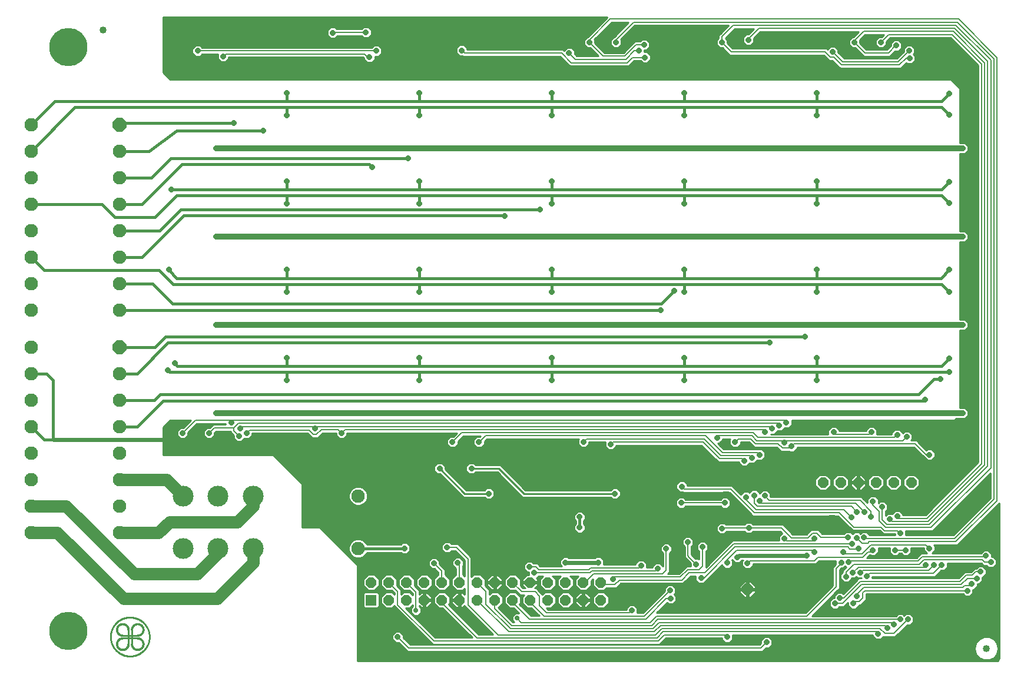
<source format=gbl>
G75*
%MOIN*%
%OFA0B0*%
%FSLAX25Y25*%
%IPPOS*%
%LPD*%
%AMOC8*
5,1,8,0,0,1.08239X$1,22.5*
%
%ADD10OC8,0.05906*%
%ADD11R,0.05906X0.05906*%
%ADD12OC8,0.07677*%
%ADD13C,0.07677*%
%ADD14C,0.11811*%
%ADD15C,0.01000*%
%ADD16C,0.00100*%
%ADD17C,0.04000*%
%ADD18OC8,0.06496*%
%ADD19C,0.21654*%
%ADD20C,0.01600*%
%ADD21OC8,0.03175*%
%ADD22C,0.03200*%
%ADD23R,0.03175X0.03175*%
%ADD24C,0.02400*%
%ADD25C,0.00800*%
%ADD26C,0.07000*%
%ADD27OC8,0.02781*%
D10*
X0309333Y0115232D03*
X0319333Y0115232D03*
X0329333Y0115232D03*
X0339333Y0115232D03*
X0349333Y0115232D03*
X0359333Y0115232D03*
X0369333Y0115232D03*
X0379333Y0115232D03*
X0389333Y0115232D03*
X0399333Y0115232D03*
X0409333Y0115232D03*
X0419333Y0115232D03*
X0429333Y0115232D03*
X0439333Y0115232D03*
X0439333Y0105232D03*
X0429333Y0105232D03*
X0419333Y0105232D03*
X0409333Y0105232D03*
X0399333Y0105232D03*
X0389333Y0105232D03*
X0379333Y0105232D03*
X0369333Y0105232D03*
X0359333Y0105232D03*
X0349333Y0105232D03*
X0339333Y0105232D03*
X0329333Y0105232D03*
X0319333Y0105232D03*
X0565188Y0171770D03*
X0575188Y0171770D03*
X0585188Y0171770D03*
X0595188Y0171770D03*
X0605188Y0171770D03*
X0615188Y0171770D03*
D11*
X0309333Y0105232D03*
D12*
X0166932Y0248441D03*
X0166932Y0374425D03*
D13*
X0166932Y0359425D03*
X0166932Y0344425D03*
X0166932Y0329425D03*
X0166932Y0314425D03*
X0166932Y0299425D03*
X0166932Y0284425D03*
X0166932Y0269425D03*
X0116932Y0269425D03*
X0116932Y0284425D03*
X0116932Y0299425D03*
X0116932Y0314425D03*
X0116932Y0329425D03*
X0116932Y0344425D03*
X0116932Y0359425D03*
X0116932Y0374425D03*
X0116932Y0248441D03*
X0116932Y0233441D03*
X0116932Y0218441D03*
X0116932Y0203441D03*
X0116932Y0188441D03*
X0116932Y0173441D03*
X0116932Y0158441D03*
X0116932Y0143441D03*
X0166932Y0143441D03*
X0166932Y0158441D03*
X0166932Y0173441D03*
X0166932Y0188441D03*
X0166932Y0203441D03*
X0166932Y0218441D03*
X0166932Y0233441D03*
X0302044Y0164152D03*
X0302044Y0134388D03*
D14*
X0242516Y0134388D03*
X0222674Y0134388D03*
X0202831Y0134388D03*
X0202831Y0164152D03*
X0222674Y0164152D03*
X0242516Y0164152D03*
D15*
X0259610Y0181847D02*
X0345899Y0181847D01*
X0345100Y0181049D02*
X0345100Y0178491D01*
X0346909Y0176682D01*
X0348447Y0176682D01*
X0360438Y0164691D01*
X0361609Y0163520D01*
X0373571Y0163520D01*
X0374659Y0162432D01*
X0377216Y0162432D01*
X0379025Y0164241D01*
X0379025Y0166799D01*
X0377216Y0168607D01*
X0374659Y0168607D01*
X0373571Y0167520D01*
X0363266Y0167520D01*
X0351275Y0179511D01*
X0351275Y0181049D01*
X0349466Y0182857D01*
X0346909Y0182857D01*
X0345100Y0181049D01*
X0345100Y0180848D02*
X0260609Y0180848D01*
X0261607Y0179850D02*
X0345100Y0179850D01*
X0345100Y0178851D02*
X0262606Y0178851D01*
X0263604Y0177853D02*
X0345738Y0177853D01*
X0346737Y0176854D02*
X0264603Y0176854D01*
X0265601Y0175856D02*
X0349273Y0175856D01*
X0350271Y0174857D02*
X0266600Y0174857D01*
X0267598Y0173859D02*
X0351270Y0173859D01*
X0352269Y0172860D02*
X0268597Y0172860D01*
X0269595Y0171862D02*
X0353267Y0171862D01*
X0354266Y0170863D02*
X0270438Y0170863D01*
X0270438Y0171020D02*
X0253938Y0187520D01*
X0191688Y0187520D01*
X0191688Y0203020D01*
X0195688Y0207020D01*
X0207251Y0207020D01*
X0203088Y0202857D01*
X0201409Y0202857D01*
X0199600Y0201049D01*
X0199600Y0198491D01*
X0201409Y0196682D01*
X0203966Y0196682D01*
X0205775Y0198491D01*
X0205775Y0200170D01*
X0210725Y0205120D01*
X0227100Y0205120D01*
X0227100Y0204670D01*
X0219901Y0204670D01*
X0218088Y0202857D01*
X0216409Y0202857D01*
X0214600Y0201049D01*
X0214600Y0198491D01*
X0216409Y0196682D01*
X0218966Y0196682D01*
X0220775Y0198491D01*
X0220775Y0200170D01*
X0221475Y0200870D01*
X0229788Y0200870D01*
X0229788Y0200233D01*
X0231600Y0198420D01*
X0231600Y0196741D01*
X0233409Y0194932D01*
X0235966Y0194932D01*
X0237716Y0196682D01*
X0240216Y0196682D01*
X0242025Y0198491D01*
X0242025Y0199620D01*
X0273401Y0199620D01*
X0275901Y0197120D01*
X0279225Y0197120D01*
X0281975Y0199870D01*
X0289600Y0199870D01*
X0289600Y0198491D01*
X0291409Y0196682D01*
X0293966Y0196682D01*
X0295775Y0198491D01*
X0295775Y0199870D01*
X0357851Y0199870D01*
X0355838Y0197857D01*
X0354159Y0197857D01*
X0352350Y0196049D01*
X0352350Y0193491D01*
X0354159Y0191682D01*
X0356716Y0191682D01*
X0358525Y0193491D01*
X0358525Y0195170D01*
X0361475Y0198120D01*
X0371351Y0198120D01*
X0371088Y0197857D01*
X0369159Y0197857D01*
X0367350Y0196049D01*
X0367350Y0193491D01*
X0369159Y0191682D01*
X0371716Y0191682D01*
X0373525Y0193491D01*
X0373525Y0194920D01*
X0374975Y0196370D01*
X0426921Y0196370D01*
X0426600Y0196049D01*
X0426600Y0193491D01*
X0428409Y0191682D01*
X0430966Y0191682D01*
X0432775Y0193491D01*
X0432775Y0194620D01*
X0441850Y0194620D01*
X0441850Y0192241D01*
X0443659Y0190432D01*
X0446216Y0190432D01*
X0448025Y0192241D01*
X0448025Y0192870D01*
X0496401Y0192870D01*
X0504788Y0184483D01*
X0505901Y0183370D01*
X0517600Y0183370D01*
X0517600Y0182741D01*
X0519409Y0180932D01*
X0521966Y0180932D01*
X0523716Y0182682D01*
X0526216Y0182682D01*
X0527966Y0184432D01*
X0530466Y0184432D01*
X0532275Y0186241D01*
X0532275Y0188799D01*
X0530466Y0190607D01*
X0528787Y0190607D01*
X0528725Y0190670D01*
X0508975Y0190670D01*
X0505712Y0193932D01*
X0506466Y0193932D01*
X0508275Y0195741D01*
X0508275Y0196370D01*
X0512671Y0196370D01*
X0512350Y0196049D01*
X0512350Y0193491D01*
X0514159Y0191682D01*
X0516716Y0191682D01*
X0518525Y0193491D01*
X0518525Y0194620D01*
X0523401Y0194620D01*
X0525038Y0192983D01*
X0525038Y0192983D01*
X0526151Y0191870D01*
X0538901Y0191870D01*
X0540288Y0190483D01*
X0541401Y0189370D01*
X0545971Y0189370D01*
X0546159Y0189182D01*
X0548716Y0189182D01*
X0550525Y0190991D01*
X0550525Y0191870D01*
X0616651Y0191870D01*
X0621788Y0186733D01*
X0622901Y0185620D01*
X0622971Y0185620D01*
X0624159Y0184432D01*
X0626716Y0184432D01*
X0628525Y0186241D01*
X0628525Y0188799D01*
X0626716Y0190607D01*
X0624159Y0190607D01*
X0623723Y0190171D01*
X0619338Y0194557D01*
X0618225Y0195670D01*
X0614954Y0195670D01*
X0615775Y0196491D01*
X0615775Y0199049D01*
X0613966Y0200857D01*
X0611409Y0200857D01*
X0610275Y0199723D01*
X0610275Y0200049D01*
X0608466Y0201857D01*
X0605909Y0201857D01*
X0604100Y0200049D01*
X0604100Y0199170D01*
X0595775Y0199170D01*
X0595775Y0201549D01*
X0593966Y0203357D01*
X0591409Y0203357D01*
X0589600Y0201549D01*
X0589600Y0200920D01*
X0574275Y0200920D01*
X0574275Y0201549D01*
X0572466Y0203357D01*
X0569909Y0203357D01*
X0568100Y0201549D01*
X0568100Y0199170D01*
X0535454Y0199170D01*
X0535466Y0199182D01*
X0537716Y0199182D01*
X0539466Y0200932D01*
X0541716Y0200932D01*
X0543466Y0202682D01*
X0545716Y0202682D01*
X0547525Y0204491D01*
X0547525Y0207020D01*
X0639688Y0207020D01*
X0640588Y0207920D01*
X0644804Y0207920D01*
X0644835Y0207932D01*
X0645466Y0207932D01*
X0645913Y0208379D01*
X0645944Y0208392D01*
X0646816Y0209264D01*
X0646828Y0209294D01*
X0647275Y0209741D01*
X0647275Y0210373D01*
X0647288Y0210403D01*
X0647288Y0211636D01*
X0647275Y0211667D01*
X0647275Y0212299D01*
X0646828Y0212745D01*
X0646816Y0212776D01*
X0645944Y0213648D01*
X0645913Y0213660D01*
X0645466Y0214107D01*
X0644835Y0214107D01*
X0644804Y0214120D01*
X0642688Y0214120D01*
X0642688Y0257920D01*
X0644804Y0257920D01*
X0644835Y0257932D01*
X0645466Y0257932D01*
X0645913Y0258379D01*
X0645944Y0258392D01*
X0646816Y0259264D01*
X0646828Y0259294D01*
X0647275Y0259741D01*
X0647275Y0260373D01*
X0647288Y0260403D01*
X0647288Y0261636D01*
X0647275Y0261667D01*
X0647275Y0262299D01*
X0646828Y0262745D01*
X0646816Y0262776D01*
X0645944Y0263648D01*
X0645913Y0263660D01*
X0645466Y0264107D01*
X0644835Y0264107D01*
X0644804Y0264120D01*
X0642688Y0264120D01*
X0642688Y0307920D01*
X0644804Y0307920D01*
X0644835Y0307932D01*
X0645466Y0307932D01*
X0645913Y0308379D01*
X0645944Y0308392D01*
X0646816Y0309264D01*
X0646828Y0309294D01*
X0647275Y0309741D01*
X0647275Y0310373D01*
X0647288Y0310403D01*
X0647288Y0311636D01*
X0647275Y0311667D01*
X0647275Y0312299D01*
X0646828Y0312745D01*
X0646816Y0312776D01*
X0645944Y0313648D01*
X0645913Y0313660D01*
X0645466Y0314107D01*
X0644835Y0314107D01*
X0644804Y0314120D01*
X0642688Y0314120D01*
X0642688Y0357920D01*
X0644804Y0357920D01*
X0644835Y0357932D01*
X0645466Y0357932D01*
X0645913Y0358379D01*
X0645944Y0358392D01*
X0646816Y0359264D01*
X0646828Y0359294D01*
X0647275Y0359741D01*
X0647275Y0360373D01*
X0647288Y0360403D01*
X0647288Y0361636D01*
X0647275Y0361667D01*
X0647275Y0362299D01*
X0646828Y0362745D01*
X0646816Y0362776D01*
X0645944Y0363648D01*
X0645913Y0363660D01*
X0645466Y0364107D01*
X0644835Y0364107D01*
X0644804Y0364120D01*
X0642688Y0364120D01*
X0642688Y0395020D01*
X0637688Y0400020D01*
X0195688Y0400020D01*
X0191688Y0404020D01*
X0191688Y0435339D01*
X0443070Y0435339D01*
X0442788Y0435057D01*
X0432151Y0424420D01*
X0431838Y0424107D01*
X0431659Y0424107D01*
X0429850Y0422299D01*
X0429850Y0419741D01*
X0431659Y0417932D01*
X0433338Y0417932D01*
X0437851Y0413420D01*
X0425725Y0413420D01*
X0424525Y0414619D01*
X0424525Y0416299D01*
X0422716Y0418107D01*
X0420159Y0418107D01*
X0418473Y0416421D01*
X0417975Y0416920D01*
X0363775Y0416920D01*
X0363775Y0417799D01*
X0361966Y0419607D01*
X0359409Y0419607D01*
X0357600Y0417799D01*
X0357600Y0415241D01*
X0359409Y0413432D01*
X0361088Y0413432D01*
X0361401Y0413120D01*
X0416401Y0413120D01*
X0421901Y0407620D01*
X0455225Y0407620D01*
X0456338Y0408733D01*
X0458225Y0410620D01*
X0461971Y0410620D01*
X0463159Y0409432D01*
X0465716Y0409432D01*
X0467525Y0411241D01*
X0467525Y0413799D01*
X0465716Y0415607D01*
X0464025Y0415607D01*
X0464025Y0416682D01*
X0465216Y0416682D01*
X0467025Y0418491D01*
X0467025Y0421049D01*
X0465216Y0422857D01*
X0462659Y0422857D01*
X0461471Y0421670D01*
X0458651Y0421670D01*
X0452151Y0415170D01*
X0441475Y0415170D01*
X0436025Y0420619D01*
X0436025Y0422299D01*
X0435714Y0422609D01*
X0445475Y0432370D01*
X0455101Y0432370D01*
X0447151Y0424420D01*
X0446838Y0424107D01*
X0446659Y0424107D01*
X0444850Y0422299D01*
X0444850Y0419741D01*
X0446659Y0417932D01*
X0449216Y0417932D01*
X0451025Y0419741D01*
X0451025Y0422299D01*
X0450714Y0422609D01*
X0458725Y0430620D01*
X0511601Y0430620D01*
X0507151Y0426170D01*
X0506038Y0425057D01*
X0506038Y0423486D01*
X0504850Y0422299D01*
X0504850Y0419741D01*
X0506659Y0417932D01*
X0508338Y0417932D01*
X0512401Y0413870D01*
X0565651Y0413870D01*
X0568651Y0410870D01*
X0570401Y0410870D01*
X0574901Y0406370D01*
X0609225Y0406370D01*
X0610338Y0407483D01*
X0612348Y0409493D01*
X0612909Y0408932D01*
X0615466Y0408932D01*
X0617275Y0410741D01*
X0617275Y0413299D01*
X0616304Y0414270D01*
X0617025Y0414991D01*
X0617025Y0417549D01*
X0615216Y0419357D01*
X0612659Y0419357D01*
X0610850Y0417549D01*
X0610850Y0415869D01*
X0606901Y0411920D01*
X0577225Y0411920D01*
X0573775Y0415369D01*
X0573775Y0417049D01*
X0571966Y0418857D01*
X0569409Y0418857D01*
X0567723Y0417171D01*
X0567225Y0417670D01*
X0513975Y0417670D01*
X0511025Y0420619D01*
X0511025Y0422299D01*
X0509839Y0423484D01*
X0515225Y0428870D01*
X0526101Y0428870D01*
X0522838Y0425607D01*
X0521659Y0425607D01*
X0519850Y0423799D01*
X0519850Y0421241D01*
X0521659Y0419432D01*
X0524216Y0419432D01*
X0526025Y0421241D01*
X0526025Y0423420D01*
X0529725Y0427120D01*
X0585351Y0427120D01*
X0582338Y0424107D01*
X0581659Y0424107D01*
X0579850Y0422299D01*
X0579850Y0419741D01*
X0581659Y0417932D01*
X0583338Y0417932D01*
X0588151Y0413120D01*
X0602975Y0413120D01*
X0604088Y0414233D01*
X0606037Y0416182D01*
X0607966Y0416182D01*
X0609775Y0417991D01*
X0609775Y0420549D01*
X0607966Y0422357D01*
X0605409Y0422357D01*
X0603600Y0420549D01*
X0603600Y0419119D01*
X0601401Y0416920D01*
X0589725Y0416920D01*
X0586025Y0420619D01*
X0586025Y0422299D01*
X0585964Y0422359D01*
X0588975Y0425370D01*
X0599601Y0425370D01*
X0598338Y0424107D01*
X0596659Y0424107D01*
X0594850Y0422299D01*
X0594850Y0419741D01*
X0596659Y0417932D01*
X0599216Y0417932D01*
X0601025Y0419741D01*
X0601025Y0421420D01*
X0603225Y0423620D01*
X0637401Y0423620D01*
X0653038Y0407983D01*
X0653038Y0183307D01*
X0623151Y0153420D01*
X0610275Y0153420D01*
X0610275Y0154049D01*
X0608466Y0155857D01*
X0605909Y0155857D01*
X0604159Y0154107D01*
X0601659Y0154107D01*
X0600588Y0153036D01*
X0600588Y0155553D01*
X0601775Y0156741D01*
X0601775Y0159299D01*
X0599966Y0161107D01*
X0597409Y0161107D01*
X0596525Y0160223D01*
X0596525Y0162299D01*
X0594716Y0164107D01*
X0592159Y0164107D01*
X0590350Y0162299D01*
X0590350Y0160294D01*
X0588088Y0162557D01*
X0586975Y0163670D01*
X0535475Y0163670D01*
X0535275Y0163869D01*
X0535275Y0165549D01*
X0533466Y0167357D01*
X0530909Y0167357D01*
X0529275Y0165723D01*
X0529275Y0165799D01*
X0527466Y0167607D01*
X0524909Y0167607D01*
X0523438Y0166136D01*
X0522966Y0166607D01*
X0520409Y0166607D01*
X0518723Y0164921D01*
X0514838Y0168807D01*
X0513725Y0169920D01*
X0488275Y0169920D01*
X0488275Y0170799D01*
X0486466Y0172607D01*
X0483909Y0172607D01*
X0482100Y0170799D01*
X0482100Y0168241D01*
X0483909Y0166432D01*
X0485588Y0166432D01*
X0485901Y0166120D01*
X0512151Y0166120D01*
X0524288Y0153983D01*
X0525401Y0152870D01*
X0573651Y0152870D01*
X0580788Y0145733D01*
X0580788Y0145733D01*
X0581901Y0144620D01*
X0597151Y0144620D01*
X0599151Y0142620D01*
X0605850Y0142620D01*
X0605850Y0141920D01*
X0591525Y0141920D01*
X0591525Y0142049D01*
X0589716Y0143857D01*
X0587159Y0143857D01*
X0586188Y0142886D01*
X0585466Y0143607D01*
X0582909Y0143607D01*
X0581938Y0142636D01*
X0580716Y0143857D01*
X0578159Y0143857D01*
X0576971Y0142670D01*
X0564725Y0142670D01*
X0562475Y0144920D01*
X0558401Y0144920D01*
X0555901Y0142420D01*
X0547975Y0142420D01*
X0542475Y0147920D01*
X0525654Y0147920D01*
X0524466Y0149107D01*
X0521909Y0149107D01*
X0520721Y0147920D01*
X0510154Y0147920D01*
X0509216Y0148857D01*
X0506659Y0148857D01*
X0504850Y0147049D01*
X0504850Y0144491D01*
X0506659Y0142682D01*
X0509216Y0142682D01*
X0510654Y0144120D01*
X0520721Y0144120D01*
X0521909Y0142932D01*
X0524466Y0142932D01*
X0525654Y0144120D01*
X0540901Y0144120D01*
X0542036Y0142984D01*
X0540350Y0141299D01*
X0540350Y0138920D01*
X0513901Y0138920D01*
X0498838Y0123857D01*
X0498838Y0132803D01*
X0500025Y0133991D01*
X0500025Y0136549D01*
X0498216Y0138357D01*
X0495659Y0138357D01*
X0493850Y0136549D01*
X0493850Y0133991D01*
X0495038Y0132803D01*
X0495038Y0128286D01*
X0494716Y0128607D01*
X0493037Y0128607D01*
X0491225Y0130420D01*
X0490588Y0131057D01*
X0490588Y0135553D01*
X0491775Y0136741D01*
X0491775Y0139299D01*
X0489966Y0141107D01*
X0487409Y0141107D01*
X0485600Y0139299D01*
X0485600Y0136741D01*
X0486788Y0135553D01*
X0486788Y0129483D01*
X0487901Y0128370D01*
X0488538Y0127733D01*
X0490350Y0125920D01*
X0490350Y0124420D01*
X0487901Y0124420D01*
X0483651Y0120170D01*
X0477275Y0120170D01*
X0478338Y0121233D01*
X0478338Y0131803D01*
X0479525Y0132991D01*
X0479525Y0135549D01*
X0477716Y0137357D01*
X0475159Y0137357D01*
X0473350Y0135549D01*
X0473350Y0132991D01*
X0474538Y0131803D01*
X0474538Y0124536D01*
X0472966Y0126107D01*
X0470409Y0126107D01*
X0468600Y0124299D01*
X0468600Y0123670D01*
X0465275Y0123670D01*
X0465275Y0126049D01*
X0463466Y0127857D01*
X0460909Y0127857D01*
X0459100Y0126049D01*
X0459100Y0125420D01*
X0441025Y0125420D01*
X0441025Y0127799D01*
X0439216Y0129607D01*
X0436659Y0129607D01*
X0436271Y0129220D01*
X0421104Y0129220D01*
X0420716Y0129607D01*
X0418159Y0129607D01*
X0416350Y0127799D01*
X0416350Y0125241D01*
X0417171Y0124420D01*
X0404975Y0124420D01*
X0404588Y0124807D01*
X0403475Y0125920D01*
X0401404Y0125920D01*
X0400216Y0127107D01*
X0397659Y0127107D01*
X0395850Y0125299D01*
X0395850Y0122741D01*
X0397659Y0120932D01*
X0398600Y0120932D01*
X0398600Y0119491D01*
X0398606Y0119485D01*
X0397572Y0119485D01*
X0395081Y0116994D01*
X0395081Y0115717D01*
X0398849Y0115717D01*
X0398849Y0114748D01*
X0395081Y0114748D01*
X0395081Y0113471D01*
X0396632Y0111920D01*
X0395333Y0111920D01*
X0393786Y0113467D01*
X0393786Y0117077D01*
X0391178Y0119685D01*
X0387489Y0119685D01*
X0384881Y0117077D01*
X0384881Y0113388D01*
X0387489Y0110780D01*
X0391099Y0110780D01*
X0393759Y0108120D01*
X0395924Y0108120D01*
X0394881Y0107077D01*
X0394881Y0103388D01*
X0397489Y0100780D01*
X0400049Y0100780D01*
X0404509Y0096320D01*
X0399883Y0096320D01*
X0393300Y0102902D01*
X0393786Y0103388D01*
X0393786Y0107077D01*
X0391178Y0109685D01*
X0387489Y0109685D01*
X0384881Y0107077D01*
X0384881Y0103388D01*
X0387489Y0100780D01*
X0390049Y0100780D01*
X0392968Y0097860D01*
X0390840Y0097860D01*
X0389147Y0096167D01*
X0389147Y0093772D01*
X0390250Y0092670D01*
X0389725Y0092670D01*
X0381396Y0100998D01*
X0383786Y0103388D01*
X0383786Y0107077D01*
X0381178Y0109685D01*
X0377489Y0109685D01*
X0376338Y0108534D01*
X0376338Y0110915D01*
X0373786Y0113467D01*
X0373786Y0117077D01*
X0371178Y0119685D01*
X0367489Y0119685D01*
X0366088Y0118284D01*
X0366088Y0129307D01*
X0358475Y0136920D01*
X0354904Y0136920D01*
X0353716Y0138107D01*
X0351159Y0138107D01*
X0349350Y0136299D01*
X0349350Y0133741D01*
X0351159Y0131932D01*
X0353716Y0131932D01*
X0354904Y0133120D01*
X0356901Y0133120D01*
X0362288Y0127733D01*
X0362288Y0118575D01*
X0361233Y0119629D01*
X0361233Y0124699D01*
X0361525Y0124991D01*
X0361525Y0127549D01*
X0359716Y0129357D01*
X0357159Y0129357D01*
X0355350Y0127549D01*
X0355350Y0124991D01*
X0357159Y0123182D01*
X0357433Y0123182D01*
X0357433Y0119629D01*
X0354881Y0117077D01*
X0354881Y0113388D01*
X0357489Y0110780D01*
X0361178Y0110780D01*
X0362288Y0111889D01*
X0362288Y0108292D01*
X0361095Y0109485D01*
X0359818Y0109485D01*
X0359818Y0105717D01*
X0358849Y0105717D01*
X0358849Y0109485D01*
X0357572Y0109485D01*
X0355081Y0106994D01*
X0355081Y0105717D01*
X0358849Y0105717D01*
X0358849Y0104748D01*
X0355081Y0104748D01*
X0355081Y0103471D01*
X0357572Y0100980D01*
X0358849Y0100980D01*
X0358849Y0104748D01*
X0359818Y0104748D01*
X0359818Y0100980D01*
X0361095Y0100980D01*
X0362288Y0102172D01*
X0362288Y0101733D01*
X0378351Y0085670D01*
X0370225Y0085670D01*
X0353146Y0102748D01*
X0353786Y0103388D01*
X0353786Y0107077D01*
X0351178Y0109685D01*
X0347489Y0109685D01*
X0344881Y0107077D01*
X0344881Y0103388D01*
X0347489Y0100780D01*
X0349741Y0100780D01*
X0366601Y0083920D01*
X0345725Y0083920D01*
X0328865Y0100780D01*
X0331178Y0100780D01*
X0332838Y0102439D01*
X0332838Y0101608D01*
X0331847Y0100617D01*
X0331847Y0098222D01*
X0333540Y0096529D01*
X0335935Y0096529D01*
X0337628Y0098222D01*
X0337628Y0100617D01*
X0336638Y0101608D01*
X0336638Y0101914D01*
X0337572Y0100980D01*
X0338849Y0100980D01*
X0338849Y0104748D01*
X0339818Y0104748D01*
X0339818Y0105717D01*
X0338849Y0105717D01*
X0338849Y0109485D01*
X0337572Y0109485D01*
X0336638Y0108551D01*
X0336638Y0110615D01*
X0333786Y0113467D01*
X0333786Y0117077D01*
X0331178Y0119685D01*
X0327489Y0119685D01*
X0324881Y0117077D01*
X0324881Y0113388D01*
X0327489Y0110780D01*
X0331099Y0110780D01*
X0332838Y0109041D01*
X0332838Y0108025D01*
X0331178Y0109685D01*
X0327489Y0109685D01*
X0326338Y0108534D01*
X0326338Y0110915D01*
X0325225Y0112028D01*
X0323786Y0113467D01*
X0323786Y0117077D01*
X0321178Y0119685D01*
X0317489Y0119685D01*
X0314881Y0117077D01*
X0314881Y0113388D01*
X0317489Y0110780D01*
X0321099Y0110780D01*
X0322538Y0109341D01*
X0322538Y0108325D01*
X0321178Y0109685D01*
X0317489Y0109685D01*
X0314881Y0107077D01*
X0314881Y0103388D01*
X0317489Y0100780D01*
X0321178Y0100780D01*
X0322538Y0102139D01*
X0322538Y0101733D01*
X0344151Y0080120D01*
X0472725Y0080120D01*
X0476225Y0083620D01*
X0507850Y0083620D01*
X0507850Y0082991D01*
X0509659Y0081182D01*
X0512216Y0081182D01*
X0514025Y0082991D01*
X0514025Y0085370D01*
X0593350Y0085370D01*
X0593350Y0084741D01*
X0595159Y0082932D01*
X0597716Y0082932D01*
X0599277Y0084493D01*
X0599401Y0084370D01*
X0605975Y0084370D01*
X0607088Y0085483D01*
X0612787Y0091182D01*
X0614466Y0091182D01*
X0616275Y0092991D01*
X0616275Y0095549D01*
X0614466Y0097357D01*
X0611909Y0097357D01*
X0611063Y0096511D01*
X0610216Y0097357D01*
X0607659Y0097357D01*
X0606471Y0096170D01*
X0558875Y0096170D01*
X0573425Y0110720D01*
X0574538Y0111833D01*
X0574538Y0122333D01*
X0575537Y0123332D01*
X0576766Y0123332D01*
X0577713Y0124278D01*
X0578236Y0123755D01*
X0577401Y0122920D01*
X0576288Y0121807D01*
X0576288Y0120986D01*
X0575100Y0119799D01*
X0575100Y0117241D01*
X0576909Y0115432D01*
X0579466Y0115432D01*
X0581275Y0117241D01*
X0581275Y0117682D01*
X0583216Y0117682D01*
X0584063Y0118528D01*
X0584909Y0117682D01*
X0586850Y0117682D01*
X0586850Y0117670D01*
X0585401Y0117670D01*
X0584288Y0116557D01*
X0576527Y0108796D01*
X0575966Y0109357D01*
X0573409Y0109357D01*
X0571600Y0107549D01*
X0571600Y0106357D01*
X0570659Y0106357D01*
X0568850Y0104549D01*
X0568850Y0101991D01*
X0570659Y0100182D01*
X0573216Y0100182D01*
X0574404Y0101370D01*
X0576975Y0101370D01*
X0579350Y0103745D01*
X0579350Y0101991D01*
X0581159Y0100182D01*
X0583716Y0100182D01*
X0585525Y0101991D01*
X0585525Y0102370D01*
X0586475Y0102370D01*
X0587588Y0103483D01*
X0589588Y0105483D01*
X0589588Y0108483D01*
X0589725Y0108620D01*
X0644471Y0108620D01*
X0645659Y0107432D01*
X0648216Y0107432D01*
X0650025Y0109241D01*
X0650025Y0111182D01*
X0650716Y0111182D01*
X0652525Y0112991D01*
X0652525Y0114432D01*
X0653466Y0114432D01*
X0655275Y0116241D01*
X0655275Y0118182D01*
X0655716Y0118182D01*
X0657525Y0119991D01*
X0657525Y0122549D01*
X0655716Y0124357D01*
X0653159Y0124357D01*
X0651971Y0123170D01*
X0650901Y0123170D01*
X0648901Y0121170D01*
X0645401Y0121170D01*
X0641901Y0117670D01*
X0593025Y0117670D01*
X0593025Y0118370D01*
X0628475Y0118370D01*
X0629588Y0119483D01*
X0632037Y0121932D01*
X0633716Y0121932D01*
X0635525Y0123741D01*
X0635525Y0126120D01*
X0654651Y0126120D01*
X0654788Y0125983D01*
X0655901Y0124870D01*
X0657721Y0124870D01*
X0658909Y0123682D01*
X0661466Y0123682D01*
X0663275Y0125491D01*
X0663275Y0128049D01*
X0661466Y0129857D01*
X0660525Y0129857D01*
X0660525Y0131549D01*
X0658716Y0133357D01*
X0656159Y0133357D01*
X0654471Y0131670D01*
X0626954Y0131670D01*
X0628525Y0133241D01*
X0628525Y0135799D01*
X0627954Y0136370D01*
X0641225Y0136370D01*
X0642338Y0137483D01*
X0664794Y0159939D01*
X0664794Y0071925D01*
X0664779Y0071736D01*
X0664662Y0071376D01*
X0664440Y0071071D01*
X0664134Y0070848D01*
X0663774Y0070731D01*
X0663585Y0070717D01*
X0301688Y0070717D01*
X0301688Y0125020D01*
X0280438Y0146520D01*
X0270438Y0146520D01*
X0270438Y0171020D01*
X0270438Y0169865D02*
X0355264Y0169865D01*
X0356263Y0168866D02*
X0304612Y0168866D01*
X0305068Y0168677D02*
X0303106Y0169490D01*
X0300982Y0169490D01*
X0299020Y0168677D01*
X0297518Y0167176D01*
X0296705Y0165213D01*
X0296705Y0163090D01*
X0297518Y0161128D01*
X0299020Y0159626D01*
X0300982Y0158813D01*
X0303106Y0158813D01*
X0305068Y0159626D01*
X0306570Y0161128D01*
X0307383Y0163090D01*
X0307383Y0165213D01*
X0306570Y0167176D01*
X0305068Y0168677D01*
X0305878Y0167868D02*
X0357261Y0167868D01*
X0358260Y0166869D02*
X0306697Y0166869D01*
X0307110Y0165871D02*
X0359258Y0165871D01*
X0360257Y0164872D02*
X0307383Y0164872D01*
X0307383Y0163874D02*
X0361255Y0163874D01*
X0362438Y0165520D02*
X0375938Y0165520D01*
X0377956Y0167868D02*
X0390761Y0167868D01*
X0389763Y0168866D02*
X0361919Y0168866D01*
X0360921Y0169865D02*
X0388764Y0169865D01*
X0387766Y0170863D02*
X0359922Y0170863D01*
X0358924Y0171862D02*
X0386767Y0171862D01*
X0385769Y0172860D02*
X0357925Y0172860D01*
X0356927Y0173859D02*
X0384770Y0173859D01*
X0383771Y0174857D02*
X0355928Y0174857D01*
X0354930Y0175856D02*
X0382773Y0175856D01*
X0381774Y0176854D02*
X0367639Y0176854D01*
X0367466Y0176682D02*
X0368554Y0177770D01*
X0380859Y0177770D01*
X0395109Y0163520D01*
X0445071Y0163520D01*
X0446159Y0162432D01*
X0448716Y0162432D01*
X0450525Y0164241D01*
X0450525Y0166799D01*
X0448716Y0168607D01*
X0446159Y0168607D01*
X0445071Y0167520D01*
X0396766Y0167520D01*
X0383688Y0180598D01*
X0382516Y0181770D01*
X0368554Y0181770D01*
X0367466Y0182857D01*
X0364909Y0182857D01*
X0363100Y0181049D01*
X0363100Y0178491D01*
X0364909Y0176682D01*
X0367466Y0176682D01*
X0364737Y0176854D02*
X0353931Y0176854D01*
X0352933Y0177853D02*
X0363738Y0177853D01*
X0363100Y0178851D02*
X0351934Y0178851D01*
X0351275Y0179850D02*
X0363100Y0179850D01*
X0363100Y0180848D02*
X0351275Y0180848D01*
X0350477Y0181847D02*
X0363899Y0181847D01*
X0364897Y0182846D02*
X0349478Y0182846D01*
X0346897Y0182846D02*
X0258612Y0182846D01*
X0257613Y0183844D02*
X0505426Y0183844D01*
X0504428Y0184843D02*
X0256615Y0184843D01*
X0255616Y0185841D02*
X0503429Y0185841D01*
X0502431Y0186840D02*
X0254618Y0186840D01*
X0241357Y0197823D02*
X0275197Y0197823D01*
X0274199Y0198822D02*
X0242025Y0198822D01*
X0240359Y0196825D02*
X0291266Y0196825D01*
X0290268Y0197823D02*
X0279928Y0197823D01*
X0280927Y0198822D02*
X0289600Y0198822D01*
X0289600Y0199820D02*
X0281925Y0199820D01*
X0294109Y0196825D02*
X0353126Y0196825D01*
X0352350Y0195826D02*
X0236860Y0195826D01*
X0232515Y0195826D02*
X0191688Y0195826D01*
X0191688Y0194828D02*
X0352350Y0194828D01*
X0352350Y0193829D02*
X0191688Y0193829D01*
X0191688Y0192831D02*
X0353010Y0192831D01*
X0354009Y0191832D02*
X0191688Y0191832D01*
X0191688Y0190834D02*
X0443258Y0190834D01*
X0442259Y0191832D02*
X0431116Y0191832D01*
X0432115Y0192831D02*
X0441850Y0192831D01*
X0441850Y0193829D02*
X0432775Y0193829D01*
X0428259Y0191832D02*
X0371866Y0191832D01*
X0372865Y0192831D02*
X0427260Y0192831D01*
X0426600Y0193829D02*
X0373525Y0193829D01*
X0373525Y0194828D02*
X0426600Y0194828D01*
X0426600Y0195826D02*
X0374431Y0195826D01*
X0369125Y0197823D02*
X0361178Y0197823D01*
X0360180Y0196825D02*
X0368126Y0196825D01*
X0367350Y0195826D02*
X0359181Y0195826D01*
X0358525Y0194828D02*
X0367350Y0194828D01*
X0367350Y0193829D02*
X0358525Y0193829D01*
X0357865Y0192831D02*
X0368010Y0192831D01*
X0369009Y0191832D02*
X0356866Y0191832D01*
X0354125Y0197823D02*
X0295107Y0197823D01*
X0295775Y0198822D02*
X0356803Y0198822D01*
X0357801Y0199820D02*
X0295775Y0199820D01*
X0299476Y0168866D02*
X0270438Y0168866D01*
X0270438Y0167868D02*
X0298210Y0167868D01*
X0297391Y0166869D02*
X0270438Y0166869D01*
X0270438Y0165871D02*
X0296978Y0165871D01*
X0296705Y0164872D02*
X0270438Y0164872D01*
X0270438Y0163874D02*
X0296705Y0163874D01*
X0296794Y0162875D02*
X0270438Y0162875D01*
X0270438Y0161877D02*
X0297208Y0161877D01*
X0297767Y0160878D02*
X0270438Y0160878D01*
X0270438Y0159880D02*
X0298766Y0159880D01*
X0300817Y0158881D02*
X0270438Y0158881D01*
X0270438Y0157883D02*
X0482958Y0157883D01*
X0483659Y0157182D02*
X0486216Y0157182D01*
X0487404Y0158370D01*
X0507221Y0158370D01*
X0508409Y0157182D01*
X0510966Y0157182D01*
X0512775Y0158991D01*
X0512775Y0161549D01*
X0510966Y0163357D01*
X0508409Y0163357D01*
X0507221Y0162170D01*
X0487404Y0162170D01*
X0486216Y0163357D01*
X0483659Y0163357D01*
X0481850Y0161549D01*
X0481850Y0158991D01*
X0483659Y0157182D01*
X0481960Y0158881D02*
X0303271Y0158881D01*
X0305322Y0159880D02*
X0481850Y0159880D01*
X0481850Y0160878D02*
X0306321Y0160878D01*
X0306880Y0161877D02*
X0482179Y0161877D01*
X0483177Y0162875D02*
X0449159Y0162875D01*
X0450158Y0163874D02*
X0514397Y0163874D01*
X0515395Y0162875D02*
X0511448Y0162875D01*
X0512447Y0161877D02*
X0516394Y0161877D01*
X0517392Y0160878D02*
X0512775Y0160878D01*
X0512775Y0159880D02*
X0518391Y0159880D01*
X0519389Y0158881D02*
X0512665Y0158881D01*
X0511667Y0157883D02*
X0520388Y0157883D01*
X0521386Y0156884D02*
X0270438Y0156884D01*
X0270438Y0155886D02*
X0522385Y0155886D01*
X0523383Y0154887D02*
X0429186Y0154887D01*
X0428716Y0155357D02*
X0426159Y0155357D01*
X0424350Y0153549D01*
X0424350Y0150991D01*
X0425138Y0150203D01*
X0425138Y0148336D01*
X0424350Y0147549D01*
X0424350Y0144991D01*
X0426159Y0143182D01*
X0428716Y0143182D01*
X0430525Y0144991D01*
X0430525Y0147549D01*
X0429738Y0148336D01*
X0429738Y0150203D01*
X0430525Y0150991D01*
X0430525Y0153549D01*
X0428716Y0155357D01*
X0430185Y0153889D02*
X0524382Y0153889D01*
X0525380Y0152890D02*
X0430525Y0152890D01*
X0430525Y0151892D02*
X0574629Y0151892D01*
X0575627Y0150893D02*
X0430427Y0150893D01*
X0429738Y0149895D02*
X0576626Y0149895D01*
X0577624Y0148896D02*
X0524677Y0148896D01*
X0521698Y0148896D02*
X0429738Y0148896D01*
X0430176Y0147898D02*
X0505699Y0147898D01*
X0504850Y0146899D02*
X0430525Y0146899D01*
X0430525Y0145901D02*
X0504850Y0145901D01*
X0504850Y0144902D02*
X0430436Y0144902D01*
X0429438Y0143904D02*
X0505438Y0143904D01*
X0506436Y0142905D02*
X0284010Y0142905D01*
X0283023Y0143904D02*
X0425438Y0143904D01*
X0424439Y0144902D02*
X0282036Y0144902D01*
X0281050Y0145901D02*
X0424350Y0145901D01*
X0424350Y0146899D02*
X0270438Y0146899D01*
X0270438Y0147898D02*
X0424699Y0147898D01*
X0425138Y0148896D02*
X0270438Y0148896D01*
X0270438Y0149895D02*
X0425138Y0149895D01*
X0424448Y0150893D02*
X0270438Y0150893D01*
X0270438Y0151892D02*
X0424350Y0151892D01*
X0424350Y0152890D02*
X0270438Y0152890D01*
X0270438Y0153889D02*
X0424690Y0153889D01*
X0425689Y0154887D02*
X0270438Y0154887D01*
X0284997Y0141907D02*
X0540958Y0141907D01*
X0540350Y0140908D02*
X0490166Y0140908D01*
X0491164Y0139910D02*
X0540350Y0139910D01*
X0541957Y0142905D02*
X0509439Y0142905D01*
X0510438Y0143904D02*
X0520938Y0143904D01*
X0525438Y0143904D02*
X0541117Y0143904D01*
X0543495Y0146899D02*
X0579621Y0146899D01*
X0578623Y0147898D02*
X0542497Y0147898D01*
X0544494Y0145901D02*
X0580620Y0145901D01*
X0581618Y0144902D02*
X0562492Y0144902D01*
X0563491Y0143904D02*
X0597867Y0143904D01*
X0598865Y0142905D02*
X0590669Y0142905D01*
X0586207Y0142905D02*
X0586169Y0142905D01*
X0582207Y0142905D02*
X0581669Y0142905D01*
X0577207Y0142905D02*
X0564489Y0142905D01*
X0558383Y0144902D02*
X0545492Y0144902D01*
X0546491Y0143904D02*
X0557385Y0143904D01*
X0556386Y0142905D02*
X0547489Y0142905D01*
X0562975Y0127520D02*
X0572400Y0127520D01*
X0572400Y0125569D01*
X0571851Y0125020D01*
X0570738Y0123907D01*
X0570738Y0113407D01*
X0555301Y0097970D01*
X0471075Y0097970D01*
X0476848Y0103743D01*
X0477659Y0102932D01*
X0480216Y0102932D01*
X0482025Y0104741D01*
X0482025Y0107299D01*
X0480804Y0108520D01*
X0481775Y0109491D01*
X0481775Y0112049D01*
X0479966Y0113857D01*
X0477409Y0113857D01*
X0475600Y0112049D01*
X0475600Y0110369D01*
X0463301Y0098070D01*
X0460004Y0098070D01*
X0460075Y0098141D01*
X0460075Y0100699D01*
X0458266Y0102507D01*
X0455709Y0102507D01*
X0453900Y0100699D01*
X0453900Y0099820D01*
X0409525Y0099820D01*
X0408565Y0100780D01*
X0411178Y0100780D01*
X0413786Y0103388D01*
X0413786Y0107077D01*
X0411178Y0109685D01*
X0407489Y0109685D01*
X0406349Y0108545D01*
X0404088Y0110807D01*
X0402975Y0111920D01*
X0402035Y0111920D01*
X0403586Y0113471D01*
X0403586Y0114748D01*
X0399818Y0114748D01*
X0399818Y0115717D01*
X0403586Y0115717D01*
X0403586Y0116994D01*
X0402898Y0117682D01*
X0402966Y0117682D01*
X0404154Y0118870D01*
X0406674Y0118870D01*
X0404881Y0117077D01*
X0404881Y0113388D01*
X0407489Y0110780D01*
X0411178Y0110780D01*
X0413786Y0113388D01*
X0413786Y0117077D01*
X0411993Y0118870D01*
X0416674Y0118870D01*
X0414881Y0117077D01*
X0414881Y0113388D01*
X0417489Y0110780D01*
X0421178Y0110780D01*
X0423786Y0113388D01*
X0423786Y0117077D01*
X0421993Y0118870D01*
X0426674Y0118870D01*
X0424881Y0117077D01*
X0424881Y0113388D01*
X0427489Y0110780D01*
X0431178Y0110780D01*
X0433786Y0113388D01*
X0433786Y0115931D01*
X0434881Y0117026D01*
X0434881Y0113388D01*
X0437489Y0110780D01*
X0441178Y0110780D01*
X0442518Y0112120D01*
X0448225Y0112120D01*
X0449338Y0113233D01*
X0450725Y0114620D01*
X0485975Y0114620D01*
X0487088Y0115733D01*
X0490225Y0118870D01*
X0493100Y0118870D01*
X0493100Y0116491D01*
X0494909Y0114682D01*
X0497466Y0114682D01*
X0498654Y0115870D01*
X0498725Y0115870D01*
X0499838Y0116983D01*
X0507850Y0124995D01*
X0507850Y0124991D01*
X0509659Y0123182D01*
X0512216Y0123182D01*
X0514025Y0124991D01*
X0514025Y0127549D01*
X0513589Y0127984D01*
X0513723Y0128118D01*
X0515409Y0126432D01*
X0517966Y0126432D01*
X0519354Y0127820D01*
X0519871Y0127820D01*
X0519350Y0127299D01*
X0519350Y0124741D01*
X0521159Y0122932D01*
X0523716Y0122932D01*
X0525525Y0124741D01*
X0525525Y0125620D01*
X0561075Y0125620D01*
X0562188Y0126733D01*
X0562975Y0127520D01*
X0562384Y0126929D02*
X0572400Y0126929D01*
X0572400Y0125930D02*
X0561385Y0125930D01*
X0562188Y0126733D02*
X0562188Y0126733D01*
X0570764Y0123933D02*
X0524718Y0123933D01*
X0525525Y0124932D02*
X0571763Y0124932D01*
X0570738Y0122935D02*
X0523719Y0122935D01*
X0521156Y0122935D02*
X0505790Y0122935D01*
X0506788Y0123933D02*
X0508908Y0123933D01*
X0507909Y0124932D02*
X0507787Y0124932D01*
X0504791Y0121936D02*
X0570738Y0121936D01*
X0570738Y0120938D02*
X0503793Y0120938D01*
X0502794Y0119939D02*
X0570738Y0119939D01*
X0570738Y0118941D02*
X0501796Y0118941D01*
X0500797Y0117942D02*
X0570738Y0117942D01*
X0570738Y0116944D02*
X0499799Y0116944D01*
X0498800Y0115945D02*
X0570738Y0115945D01*
X0570738Y0114947D02*
X0525192Y0114947D01*
X0524322Y0115818D02*
X0522938Y0115818D01*
X0522938Y0111770D01*
X0526986Y0111770D01*
X0526986Y0113154D01*
X0524322Y0115818D01*
X0522938Y0114947D02*
X0521938Y0114947D01*
X0521938Y0115818D02*
X0520554Y0115818D01*
X0517890Y0113154D01*
X0517890Y0111770D01*
X0521938Y0111770D01*
X0521938Y0115818D01*
X0521938Y0113948D02*
X0522938Y0113948D01*
X0522938Y0112950D02*
X0521938Y0112950D01*
X0521938Y0111951D02*
X0522938Y0111951D01*
X0522938Y0111770D02*
X0521938Y0111770D01*
X0521938Y0110770D01*
X0522938Y0110770D01*
X0522938Y0111770D01*
X0522938Y0110953D02*
X0568284Y0110953D01*
X0569282Y0111951D02*
X0526986Y0111951D01*
X0526986Y0112950D02*
X0570281Y0112950D01*
X0570738Y0113948D02*
X0526191Y0113948D01*
X0526986Y0110770D02*
X0522938Y0110770D01*
X0522938Y0106722D01*
X0524322Y0106722D01*
X0526986Y0109386D01*
X0526986Y0110770D01*
X0526986Y0109954D02*
X0567285Y0109954D01*
X0566287Y0108956D02*
X0526556Y0108956D01*
X0525557Y0107957D02*
X0565288Y0107957D01*
X0564290Y0106959D02*
X0524559Y0106959D01*
X0522938Y0106959D02*
X0521938Y0106959D01*
X0521938Y0106722D02*
X0521938Y0110770D01*
X0517890Y0110770D01*
X0517890Y0109386D01*
X0520554Y0106722D01*
X0521938Y0106722D01*
X0521938Y0107957D02*
X0522938Y0107957D01*
X0522938Y0108956D02*
X0521938Y0108956D01*
X0521938Y0109954D02*
X0522938Y0109954D01*
X0521938Y0110953D02*
X0481775Y0110953D01*
X0481775Y0111951D02*
X0517890Y0111951D01*
X0517890Y0112950D02*
X0480874Y0112950D01*
X0481775Y0109954D02*
X0517890Y0109954D01*
X0518320Y0108956D02*
X0481240Y0108956D01*
X0481366Y0107957D02*
X0519318Y0107957D01*
X0520317Y0106959D02*
X0482025Y0106959D01*
X0482025Y0105960D02*
X0563291Y0105960D01*
X0562293Y0104962D02*
X0482025Y0104962D01*
X0481247Y0103963D02*
X0561294Y0103963D01*
X0560296Y0102965D02*
X0480249Y0102965D01*
X0477627Y0102965D02*
X0476070Y0102965D01*
X0475071Y0101966D02*
X0559297Y0101966D01*
X0558299Y0100968D02*
X0474073Y0100968D01*
X0473074Y0099969D02*
X0557300Y0099969D01*
X0556302Y0098971D02*
X0472076Y0098971D01*
X0471077Y0097972D02*
X0555303Y0097972D01*
X0559678Y0096974D02*
X0607275Y0096974D01*
X0610600Y0096974D02*
X0611525Y0096974D01*
X0614850Y0096974D02*
X0664794Y0096974D01*
X0664794Y0097972D02*
X0560677Y0097972D01*
X0561676Y0098971D02*
X0664794Y0098971D01*
X0664794Y0099969D02*
X0562674Y0099969D01*
X0563673Y0100968D02*
X0569874Y0100968D01*
X0568875Y0101966D02*
X0564671Y0101966D01*
X0565670Y0102965D02*
X0568850Y0102965D01*
X0568850Y0103963D02*
X0566668Y0103963D01*
X0567667Y0104962D02*
X0569263Y0104962D01*
X0568665Y0105960D02*
X0570262Y0105960D01*
X0569664Y0106959D02*
X0571600Y0106959D01*
X0572009Y0107957D02*
X0570662Y0107957D01*
X0571661Y0108956D02*
X0573007Y0108956D01*
X0572659Y0109954D02*
X0577685Y0109954D01*
X0576687Y0108956D02*
X0576368Y0108956D01*
X0578684Y0110953D02*
X0573658Y0110953D01*
X0574538Y0111951D02*
X0579682Y0111951D01*
X0580681Y0112950D02*
X0574538Y0112950D01*
X0574538Y0113948D02*
X0581679Y0113948D01*
X0582678Y0114947D02*
X0574538Y0114947D01*
X0574538Y0115945D02*
X0576396Y0115945D01*
X0575397Y0116944D02*
X0574538Y0116944D01*
X0574538Y0117942D02*
X0575100Y0117942D01*
X0575100Y0118941D02*
X0574538Y0118941D01*
X0574538Y0119939D02*
X0575241Y0119939D01*
X0574538Y0120938D02*
X0576240Y0120938D01*
X0576417Y0121936D02*
X0574538Y0121936D01*
X0575140Y0122935D02*
X0577416Y0122935D01*
X0577368Y0123933D02*
X0578058Y0123933D01*
X0580978Y0116944D02*
X0584675Y0116944D01*
X0584649Y0117942D02*
X0583476Y0117942D01*
X0583676Y0115945D02*
X0579979Y0115945D01*
X0593025Y0117942D02*
X0642173Y0117942D01*
X0643172Y0118941D02*
X0629046Y0118941D01*
X0629588Y0119483D02*
X0629588Y0119483D01*
X0630044Y0119939D02*
X0644170Y0119939D01*
X0645169Y0120938D02*
X0631043Y0120938D01*
X0633721Y0121936D02*
X0649667Y0121936D01*
X0650666Y0122935D02*
X0634719Y0122935D01*
X0635525Y0123933D02*
X0652735Y0123933D01*
X0654840Y0125930D02*
X0635525Y0125930D01*
X0635525Y0124932D02*
X0655838Y0124932D01*
X0656140Y0123933D02*
X0658658Y0123933D01*
X0657139Y0122935D02*
X0664794Y0122935D01*
X0664794Y0123933D02*
X0661718Y0123933D01*
X0662716Y0124932D02*
X0664794Y0124932D01*
X0664794Y0125930D02*
X0663275Y0125930D01*
X0663275Y0126929D02*
X0664794Y0126929D01*
X0664794Y0127927D02*
X0663275Y0127927D01*
X0662398Y0128926D02*
X0664794Y0128926D01*
X0664794Y0129924D02*
X0660525Y0129924D01*
X0660525Y0130923D02*
X0664794Y0130923D01*
X0664794Y0131921D02*
X0660152Y0131921D01*
X0659154Y0132920D02*
X0664794Y0132920D01*
X0664794Y0133918D02*
X0628525Y0133918D01*
X0628525Y0134917D02*
X0664794Y0134917D01*
X0664794Y0135915D02*
X0628408Y0135915D01*
X0628204Y0132920D02*
X0655722Y0132920D01*
X0654723Y0131921D02*
X0627206Y0131921D01*
X0623921Y0131670D02*
X0620651Y0131670D01*
X0618151Y0129170D01*
X0590025Y0129170D01*
X0591475Y0130620D01*
X0591971Y0130620D01*
X0592159Y0130432D01*
X0594716Y0130432D01*
X0596525Y0132241D01*
X0596525Y0134620D01*
X0602850Y0134620D01*
X0602850Y0132241D01*
X0604659Y0130432D01*
X0607216Y0130432D01*
X0608404Y0131620D01*
X0609471Y0131620D01*
X0610659Y0130432D01*
X0613216Y0130432D01*
X0615025Y0132241D01*
X0615025Y0134620D01*
X0622350Y0134620D01*
X0622350Y0133241D01*
X0623921Y0131670D01*
X0623670Y0131921D02*
X0614706Y0131921D01*
X0615025Y0132920D02*
X0622671Y0132920D01*
X0622350Y0133918D02*
X0615025Y0133918D01*
X0613707Y0130923D02*
X0619904Y0130923D01*
X0618905Y0129924D02*
X0590779Y0129924D01*
X0595207Y0130923D02*
X0604168Y0130923D01*
X0603170Y0131921D02*
X0596206Y0131921D01*
X0596525Y0132920D02*
X0602850Y0132920D01*
X0602850Y0133918D02*
X0596525Y0133918D01*
X0607707Y0130923D02*
X0610168Y0130923D01*
X0612025Y0141920D02*
X0612025Y0144299D01*
X0611954Y0144370D01*
X0627225Y0144370D01*
X0628338Y0145483D01*
X0660038Y0177183D01*
X0660038Y0163057D01*
X0638901Y0141920D01*
X0612025Y0141920D01*
X0612025Y0142905D02*
X0639886Y0142905D01*
X0640885Y0143904D02*
X0612025Y0143904D01*
X0610275Y0153889D02*
X0623620Y0153889D01*
X0624618Y0154887D02*
X0609436Y0154887D01*
X0604939Y0154887D02*
X0600588Y0154887D01*
X0600588Y0153889D02*
X0601440Y0153889D01*
X0600920Y0155886D02*
X0625617Y0155886D01*
X0626615Y0156884D02*
X0601775Y0156884D01*
X0601775Y0157883D02*
X0627614Y0157883D01*
X0628612Y0158881D02*
X0601775Y0158881D01*
X0601194Y0159880D02*
X0629611Y0159880D01*
X0630609Y0160878D02*
X0600195Y0160878D01*
X0597180Y0160878D02*
X0596525Y0160878D01*
X0596525Y0161877D02*
X0631608Y0161877D01*
X0632606Y0162875D02*
X0595948Y0162875D01*
X0594950Y0163874D02*
X0633605Y0163874D01*
X0634603Y0164872D02*
X0535275Y0164872D01*
X0535275Y0163874D02*
X0591926Y0163874D01*
X0590927Y0162875D02*
X0587769Y0162875D01*
X0588768Y0161877D02*
X0590350Y0161877D01*
X0590350Y0160878D02*
X0589766Y0160878D01*
X0586949Y0167517D02*
X0585672Y0167517D01*
X0585672Y0171285D01*
X0584703Y0171285D01*
X0584703Y0167517D01*
X0583426Y0167517D01*
X0580935Y0170008D01*
X0580935Y0171285D01*
X0584703Y0171285D01*
X0584703Y0172254D01*
X0580935Y0172254D01*
X0580935Y0173531D01*
X0583426Y0176022D01*
X0584703Y0176022D01*
X0584703Y0172254D01*
X0585672Y0172254D01*
X0589440Y0172254D01*
X0589440Y0173531D01*
X0586949Y0176022D01*
X0585672Y0176022D01*
X0585672Y0172254D01*
X0585672Y0171285D01*
X0589440Y0171285D01*
X0589440Y0170008D01*
X0586949Y0167517D01*
X0587300Y0167868D02*
X0592792Y0167868D01*
X0593343Y0167317D02*
X0590735Y0169925D01*
X0590735Y0173614D01*
X0593343Y0176222D01*
X0597032Y0176222D01*
X0599640Y0173614D01*
X0599640Y0169925D01*
X0597032Y0167317D01*
X0593343Y0167317D01*
X0591794Y0168866D02*
X0588299Y0168866D01*
X0589297Y0169865D02*
X0590795Y0169865D01*
X0590735Y0170863D02*
X0589440Y0170863D01*
X0590735Y0171862D02*
X0585672Y0171862D01*
X0584703Y0171862D02*
X0579640Y0171862D01*
X0579640Y0172860D02*
X0580935Y0172860D01*
X0581263Y0173859D02*
X0579396Y0173859D01*
X0579640Y0173614D02*
X0577032Y0176222D01*
X0573343Y0176222D01*
X0570735Y0173614D01*
X0570735Y0169925D01*
X0573343Y0167317D01*
X0577032Y0167317D01*
X0579640Y0169925D01*
X0579640Y0173614D01*
X0578397Y0174857D02*
X0582261Y0174857D01*
X0583260Y0175856D02*
X0577399Y0175856D01*
X0572977Y0175856D02*
X0567399Y0175856D01*
X0567032Y0176222D02*
X0563343Y0176222D01*
X0560735Y0173614D01*
X0560735Y0169925D01*
X0563343Y0167317D01*
X0567032Y0167317D01*
X0569640Y0169925D01*
X0569640Y0173614D01*
X0567032Y0176222D01*
X0568397Y0174857D02*
X0571978Y0174857D01*
X0570980Y0173859D02*
X0569396Y0173859D01*
X0569640Y0172860D02*
X0570735Y0172860D01*
X0570735Y0171862D02*
X0569640Y0171862D01*
X0569640Y0170863D02*
X0570735Y0170863D01*
X0570795Y0169865D02*
X0569580Y0169865D01*
X0568581Y0168866D02*
X0571794Y0168866D01*
X0572792Y0167868D02*
X0567583Y0167868D01*
X0562792Y0167868D02*
X0515776Y0167868D01*
X0514838Y0168807D02*
X0514838Y0168807D01*
X0514778Y0168866D02*
X0561794Y0168866D01*
X0560795Y0169865D02*
X0513779Y0169865D01*
X0512400Y0165871D02*
X0450525Y0165871D01*
X0450525Y0164872D02*
X0513398Y0164872D01*
X0516775Y0166869D02*
X0524171Y0166869D01*
X0528204Y0166869D02*
X0530421Y0166869D01*
X0529423Y0165871D02*
X0529203Y0165871D01*
X0533954Y0166869D02*
X0636600Y0166869D01*
X0635602Y0165871D02*
X0534953Y0165871D01*
X0519673Y0165871D02*
X0517773Y0165871D01*
X0507927Y0162875D02*
X0486698Y0162875D01*
X0483472Y0166869D02*
X0450454Y0166869D01*
X0449456Y0167868D02*
X0482473Y0167868D01*
X0482100Y0168866D02*
X0395419Y0168866D01*
X0394421Y0169865D02*
X0482100Y0169865D01*
X0482165Y0170863D02*
X0393422Y0170863D01*
X0392424Y0171862D02*
X0483164Y0171862D01*
X0487212Y0171862D02*
X0560735Y0171862D01*
X0560735Y0172860D02*
X0391425Y0172860D01*
X0390427Y0173859D02*
X0560980Y0173859D01*
X0561978Y0174857D02*
X0389428Y0174857D01*
X0388430Y0175856D02*
X0562977Y0175856D01*
X0560735Y0170863D02*
X0488210Y0170863D01*
X0486917Y0157883D02*
X0507708Y0157883D01*
X0513892Y0138911D02*
X0491775Y0138911D01*
X0491775Y0137913D02*
X0495214Y0137913D01*
X0494216Y0136914D02*
X0491775Y0136914D01*
X0490950Y0135915D02*
X0493850Y0135915D01*
X0493850Y0134917D02*
X0490588Y0134917D01*
X0490588Y0133918D02*
X0493923Y0133918D01*
X0494921Y0132920D02*
X0490588Y0132920D01*
X0490588Y0131921D02*
X0495038Y0131921D01*
X0495038Y0130923D02*
X0490721Y0130923D01*
X0491720Y0129924D02*
X0495038Y0129924D01*
X0495038Y0128926D02*
X0492718Y0128926D01*
X0490340Y0125930D02*
X0478338Y0125930D01*
X0478338Y0124932D02*
X0490350Y0124932D01*
X0489341Y0126929D02*
X0478338Y0126929D01*
X0478338Y0127927D02*
X0488343Y0127927D01*
X0487344Y0128926D02*
X0478338Y0128926D01*
X0478338Y0129924D02*
X0486788Y0129924D01*
X0486788Y0130923D02*
X0478338Y0130923D01*
X0478456Y0131921D02*
X0486788Y0131921D01*
X0486788Y0132920D02*
X0479454Y0132920D01*
X0479525Y0133918D02*
X0486788Y0133918D01*
X0486788Y0134917D02*
X0479525Y0134917D01*
X0479158Y0135915D02*
X0486426Y0135915D01*
X0485600Y0136914D02*
X0478160Y0136914D01*
X0474716Y0136914D02*
X0358480Y0136914D01*
X0359479Y0135915D02*
X0473717Y0135915D01*
X0473350Y0134917D02*
X0360477Y0134917D01*
X0361476Y0133918D02*
X0473350Y0133918D01*
X0473421Y0132920D02*
X0362474Y0132920D01*
X0363473Y0131921D02*
X0474420Y0131921D01*
X0474538Y0130923D02*
X0364471Y0130923D01*
X0365470Y0129924D02*
X0474538Y0129924D01*
X0474538Y0128926D02*
X0439898Y0128926D01*
X0440896Y0127927D02*
X0474538Y0127927D01*
X0474538Y0126929D02*
X0464395Y0126929D01*
X0465275Y0125930D02*
X0470232Y0125930D01*
X0469234Y0124932D02*
X0465275Y0124932D01*
X0465275Y0123933D02*
X0468600Y0123933D01*
X0473143Y0125930D02*
X0474538Y0125930D01*
X0474538Y0124932D02*
X0474142Y0124932D01*
X0478338Y0123933D02*
X0487414Y0123933D01*
X0486416Y0122935D02*
X0478338Y0122935D01*
X0478338Y0121936D02*
X0485417Y0121936D01*
X0484419Y0120938D02*
X0478043Y0120938D01*
X0486302Y0114947D02*
X0494644Y0114947D01*
X0493646Y0115945D02*
X0487300Y0115945D01*
X0487088Y0115733D02*
X0487088Y0115733D01*
X0488299Y0116944D02*
X0493100Y0116944D01*
X0493100Y0117942D02*
X0489297Y0117942D01*
X0497731Y0114947D02*
X0519683Y0114947D01*
X0518684Y0113948D02*
X0450053Y0113948D01*
X0449055Y0112950D02*
X0476501Y0112950D01*
X0475600Y0111951D02*
X0442349Y0111951D01*
X0441351Y0110953D02*
X0475600Y0110953D01*
X0475185Y0109954D02*
X0404940Y0109954D01*
X0405939Y0108956D02*
X0406760Y0108956D01*
X0407316Y0110953D02*
X0403942Y0110953D01*
X0402067Y0111951D02*
X0406317Y0111951D01*
X0405319Y0112950D02*
X0403065Y0112950D01*
X0403586Y0113948D02*
X0404881Y0113948D01*
X0404881Y0114947D02*
X0399818Y0114947D01*
X0398849Y0114947D02*
X0393786Y0114947D01*
X0393786Y0115945D02*
X0395081Y0115945D01*
X0395081Y0116944D02*
X0393786Y0116944D01*
X0392920Y0117942D02*
X0396029Y0117942D01*
X0397028Y0118941D02*
X0391922Y0118941D01*
X0386745Y0118941D02*
X0381639Y0118941D01*
X0381095Y0119485D02*
X0379818Y0119485D01*
X0379818Y0115717D01*
X0378849Y0115717D01*
X0378849Y0119485D01*
X0377572Y0119485D01*
X0375081Y0116994D01*
X0375081Y0115717D01*
X0378849Y0115717D01*
X0378849Y0114748D01*
X0375081Y0114748D01*
X0375081Y0113471D01*
X0377572Y0110980D01*
X0378849Y0110980D01*
X0378849Y0114748D01*
X0379818Y0114748D01*
X0379818Y0115717D01*
X0383586Y0115717D01*
X0383586Y0116994D01*
X0381095Y0119485D01*
X0379818Y0118941D02*
X0378849Y0118941D01*
X0378849Y0117942D02*
X0379818Y0117942D01*
X0379818Y0116944D02*
X0378849Y0116944D01*
X0378849Y0115945D02*
X0379818Y0115945D01*
X0379818Y0114947D02*
X0384881Y0114947D01*
X0384881Y0115945D02*
X0383586Y0115945D01*
X0383586Y0116944D02*
X0384881Y0116944D01*
X0385746Y0117942D02*
X0382638Y0117942D01*
X0383586Y0114748D02*
X0379818Y0114748D01*
X0379818Y0110980D01*
X0381095Y0110980D01*
X0383586Y0113471D01*
X0383586Y0114748D01*
X0383586Y0113948D02*
X0384881Y0113948D01*
X0385319Y0112950D02*
X0383065Y0112950D01*
X0382067Y0111951D02*
X0386317Y0111951D01*
X0387316Y0110953D02*
X0376300Y0110953D01*
X0376338Y0109954D02*
X0391924Y0109954D01*
X0391907Y0108956D02*
X0392923Y0108956D01*
X0392906Y0107957D02*
X0395761Y0107957D01*
X0394881Y0106959D02*
X0393786Y0106959D01*
X0393786Y0105960D02*
X0394881Y0105960D01*
X0394881Y0104962D02*
X0393786Y0104962D01*
X0393786Y0103963D02*
X0394881Y0103963D01*
X0395304Y0102965D02*
X0393363Y0102965D01*
X0394237Y0101966D02*
X0396302Y0101966D01*
X0397301Y0100968D02*
X0395235Y0100968D01*
X0396234Y0099969D02*
X0400860Y0099969D01*
X0401858Y0098971D02*
X0397232Y0098971D01*
X0398231Y0097972D02*
X0402857Y0097972D01*
X0403855Y0096974D02*
X0399229Y0096974D01*
X0392857Y0097972D02*
X0384422Y0097972D01*
X0383424Y0098971D02*
X0391858Y0098971D01*
X0390860Y0099969D02*
X0382425Y0099969D01*
X0381427Y0100968D02*
X0387301Y0100968D01*
X0386302Y0101966D02*
X0382364Y0101966D01*
X0383363Y0102965D02*
X0385304Y0102965D01*
X0384881Y0103963D02*
X0383786Y0103963D01*
X0383786Y0104962D02*
X0384881Y0104962D01*
X0384881Y0105960D02*
X0383786Y0105960D01*
X0383786Y0106959D02*
X0384881Y0106959D01*
X0385761Y0107957D02*
X0382906Y0107957D01*
X0381907Y0108956D02*
X0386760Y0108956D01*
X0379818Y0111951D02*
X0378849Y0111951D01*
X0378849Y0112950D02*
X0379818Y0112950D01*
X0379818Y0113948D02*
X0378849Y0113948D01*
X0378849Y0114947D02*
X0373786Y0114947D01*
X0373786Y0115945D02*
X0375081Y0115945D01*
X0375081Y0116944D02*
X0373786Y0116944D01*
X0372920Y0117942D02*
X0376029Y0117942D01*
X0377028Y0118941D02*
X0371922Y0118941D01*
X0366745Y0118941D02*
X0366088Y0118941D01*
X0366088Y0119939D02*
X0398600Y0119939D01*
X0397653Y0120938D02*
X0366088Y0120938D01*
X0366088Y0121936D02*
X0396655Y0121936D01*
X0395850Y0122935D02*
X0366088Y0122935D01*
X0366088Y0123933D02*
X0395850Y0123933D01*
X0395850Y0124932D02*
X0366088Y0124932D01*
X0366088Y0125930D02*
X0396482Y0125930D01*
X0397481Y0126929D02*
X0366088Y0126929D01*
X0366088Y0127927D02*
X0416479Y0127927D01*
X0416350Y0126929D02*
X0400395Y0126929D01*
X0401393Y0125930D02*
X0416350Y0125930D01*
X0416659Y0124932D02*
X0404462Y0124932D01*
X0403226Y0117942D02*
X0405746Y0117942D01*
X0404881Y0116944D02*
X0403586Y0116944D01*
X0403586Y0115945D02*
X0404881Y0115945D01*
X0411351Y0110953D02*
X0417316Y0110953D01*
X0417489Y0109685D02*
X0414881Y0107077D01*
X0414881Y0103388D01*
X0417489Y0100780D01*
X0421178Y0100780D01*
X0423786Y0103388D01*
X0423786Y0107077D01*
X0421178Y0109685D01*
X0417489Y0109685D01*
X0416760Y0108956D02*
X0411907Y0108956D01*
X0412906Y0107957D02*
X0415761Y0107957D01*
X0414881Y0106959D02*
X0413786Y0106959D01*
X0413786Y0105960D02*
X0414881Y0105960D01*
X0414881Y0104962D02*
X0413786Y0104962D01*
X0413786Y0103963D02*
X0414881Y0103963D01*
X0415304Y0102965D02*
X0413363Y0102965D01*
X0412364Y0101966D02*
X0416302Y0101966D01*
X0417301Y0100968D02*
X0411366Y0100968D01*
X0409375Y0099969D02*
X0453900Y0099969D01*
X0454169Y0100968D02*
X0441366Y0100968D01*
X0441178Y0100780D02*
X0443786Y0103388D01*
X0443786Y0107077D01*
X0441178Y0109685D01*
X0437489Y0109685D01*
X0434881Y0107077D01*
X0434881Y0103388D01*
X0437489Y0100780D01*
X0441178Y0100780D01*
X0442364Y0101966D02*
X0455168Y0101966D01*
X0458807Y0101966D02*
X0467197Y0101966D01*
X0466199Y0100968D02*
X0459806Y0100968D01*
X0460075Y0099969D02*
X0465200Y0099969D01*
X0464202Y0098971D02*
X0460075Y0098971D01*
X0468196Y0102965D02*
X0443363Y0102965D01*
X0443786Y0103963D02*
X0469194Y0103963D01*
X0470193Y0104962D02*
X0443786Y0104962D01*
X0443786Y0105960D02*
X0471191Y0105960D01*
X0472190Y0106959D02*
X0443786Y0106959D01*
X0442906Y0107957D02*
X0473188Y0107957D01*
X0474187Y0108956D02*
X0441907Y0108956D01*
X0437316Y0110953D02*
X0431351Y0110953D01*
X0432349Y0111951D02*
X0436317Y0111951D01*
X0435319Y0112950D02*
X0433348Y0112950D01*
X0433786Y0113948D02*
X0434881Y0113948D01*
X0434881Y0114947D02*
X0433786Y0114947D01*
X0433800Y0115945D02*
X0434881Y0115945D01*
X0434881Y0116944D02*
X0434799Y0116944D01*
X0427316Y0110953D02*
X0421351Y0110953D01*
X0422349Y0111951D02*
X0426317Y0111951D01*
X0425319Y0112950D02*
X0423348Y0112950D01*
X0423786Y0113948D02*
X0424881Y0113948D01*
X0424881Y0114947D02*
X0423786Y0114947D01*
X0423786Y0115945D02*
X0424881Y0115945D01*
X0424881Y0116944D02*
X0423786Y0116944D01*
X0422920Y0117942D02*
X0425746Y0117942D01*
X0415746Y0117942D02*
X0412920Y0117942D01*
X0413786Y0116944D02*
X0414881Y0116944D01*
X0414881Y0115945D02*
X0413786Y0115945D01*
X0413786Y0114947D02*
X0414881Y0114947D01*
X0414881Y0113948D02*
X0413786Y0113948D01*
X0413348Y0112950D02*
X0415319Y0112950D01*
X0416317Y0111951D02*
X0412349Y0111951D01*
X0421907Y0108956D02*
X0427042Y0108956D01*
X0427572Y0109485D02*
X0425081Y0106994D01*
X0425081Y0105717D01*
X0428849Y0105717D01*
X0428849Y0109485D01*
X0427572Y0109485D01*
X0428849Y0108956D02*
X0429818Y0108956D01*
X0429818Y0109485D02*
X0431095Y0109485D01*
X0433586Y0106994D01*
X0433586Y0105717D01*
X0429818Y0105717D01*
X0428849Y0105717D01*
X0428849Y0104748D01*
X0425081Y0104748D01*
X0425081Y0103471D01*
X0427572Y0100980D01*
X0428849Y0100980D01*
X0428849Y0104748D01*
X0429818Y0104748D01*
X0429818Y0105717D01*
X0429818Y0109485D01*
X0429818Y0107957D02*
X0428849Y0107957D01*
X0428849Y0106959D02*
X0429818Y0106959D01*
X0429818Y0105960D02*
X0428849Y0105960D01*
X0428849Y0104962D02*
X0423786Y0104962D01*
X0423786Y0105960D02*
X0425081Y0105960D01*
X0425081Y0106959D02*
X0423786Y0106959D01*
X0422906Y0107957D02*
X0426044Y0107957D01*
X0425081Y0103963D02*
X0423786Y0103963D01*
X0423363Y0102965D02*
X0425587Y0102965D01*
X0426585Y0101966D02*
X0422364Y0101966D01*
X0421366Y0100968D02*
X0437301Y0100968D01*
X0436302Y0101966D02*
X0432081Y0101966D01*
X0431095Y0100980D02*
X0433586Y0103471D01*
X0433586Y0104748D01*
X0429818Y0104748D01*
X0429818Y0100980D01*
X0431095Y0100980D01*
X0429818Y0101966D02*
X0428849Y0101966D01*
X0428849Y0102965D02*
X0429818Y0102965D01*
X0429818Y0103963D02*
X0428849Y0103963D01*
X0429818Y0104962D02*
X0434881Y0104962D01*
X0434881Y0105960D02*
X0433586Y0105960D01*
X0433586Y0106959D02*
X0434881Y0106959D01*
X0435761Y0107957D02*
X0432623Y0107957D01*
X0431624Y0108956D02*
X0436760Y0108956D01*
X0434881Y0103963D02*
X0433586Y0103963D01*
X0433080Y0102965D02*
X0435304Y0102965D01*
X0441025Y0125930D02*
X0459100Y0125930D01*
X0459981Y0126929D02*
X0441025Y0126929D01*
X0417478Y0128926D02*
X0366088Y0128926D01*
X0362093Y0127927D02*
X0361146Y0127927D01*
X0361094Y0128926D02*
X0360148Y0128926D01*
X0360096Y0129924D02*
X0305130Y0129924D01*
X0305068Y0129862D02*
X0306570Y0131364D01*
X0306924Y0132220D01*
X0326121Y0132220D01*
X0326909Y0131432D01*
X0329466Y0131432D01*
X0331275Y0133241D01*
X0331275Y0135799D01*
X0329466Y0137607D01*
X0326909Y0137607D01*
X0326121Y0136820D01*
X0306815Y0136820D01*
X0306570Y0137412D01*
X0305068Y0138914D01*
X0303106Y0139726D01*
X0300982Y0139726D01*
X0299020Y0138914D01*
X0297518Y0137412D01*
X0296705Y0135450D01*
X0296705Y0133326D01*
X0297518Y0131364D01*
X0299020Y0129862D01*
X0300982Y0129049D01*
X0303106Y0129049D01*
X0305068Y0129862D01*
X0306129Y0130923D02*
X0359097Y0130923D01*
X0358099Y0131921D02*
X0329956Y0131921D01*
X0330954Y0132920D02*
X0350171Y0132920D01*
X0349350Y0133918D02*
X0331275Y0133918D01*
X0331275Y0134917D02*
X0349350Y0134917D01*
X0349350Y0135915D02*
X0331158Y0135915D01*
X0330160Y0136914D02*
X0349966Y0136914D01*
X0350964Y0137913D02*
X0306069Y0137913D01*
X0306776Y0136914D02*
X0326216Y0136914D01*
X0326420Y0131921D02*
X0306801Y0131921D01*
X0298957Y0129924D02*
X0296840Y0129924D01*
X0297827Y0128926D02*
X0343478Y0128926D01*
X0343659Y0129107D02*
X0341850Y0127299D01*
X0341850Y0124741D01*
X0343659Y0122932D01*
X0345338Y0122932D01*
X0347433Y0120837D01*
X0347433Y0119629D01*
X0344881Y0117077D01*
X0344881Y0113388D01*
X0347489Y0110780D01*
X0351178Y0110780D01*
X0353786Y0113388D01*
X0353786Y0117077D01*
X0351233Y0119629D01*
X0351233Y0122411D01*
X0348025Y0125619D01*
X0348025Y0127299D01*
X0346216Y0129107D01*
X0343659Y0129107D01*
X0342479Y0127927D02*
X0298814Y0127927D01*
X0299801Y0126929D02*
X0341850Y0126929D01*
X0341850Y0125930D02*
X0300788Y0125930D01*
X0301688Y0124932D02*
X0341850Y0124932D01*
X0342658Y0123933D02*
X0301688Y0123933D01*
X0301688Y0122935D02*
X0343656Y0122935D01*
X0346334Y0121936D02*
X0301688Y0121936D01*
X0301688Y0120938D02*
X0347333Y0120938D01*
X0347433Y0119939D02*
X0301688Y0119939D01*
X0301688Y0118941D02*
X0306745Y0118941D01*
X0307489Y0119685D02*
X0304881Y0117077D01*
X0304881Y0113388D01*
X0307489Y0110780D01*
X0311178Y0110780D01*
X0313786Y0113388D01*
X0313786Y0117077D01*
X0311178Y0119685D01*
X0307489Y0119685D01*
X0305746Y0117942D02*
X0301688Y0117942D01*
X0301688Y0116944D02*
X0304881Y0116944D01*
X0304881Y0115945D02*
X0301688Y0115945D01*
X0301688Y0114947D02*
X0304881Y0114947D01*
X0304881Y0113948D02*
X0301688Y0113948D01*
X0301688Y0112950D02*
X0305319Y0112950D01*
X0306317Y0111951D02*
X0301688Y0111951D01*
X0301688Y0110953D02*
X0307316Y0110953D01*
X0305759Y0109685D02*
X0304881Y0108806D01*
X0304881Y0101658D01*
X0305759Y0100780D01*
X0312907Y0100780D01*
X0313786Y0101658D01*
X0313786Y0108806D01*
X0312907Y0109685D01*
X0305759Y0109685D01*
X0305030Y0108956D02*
X0301688Y0108956D01*
X0301688Y0109954D02*
X0321924Y0109954D01*
X0321907Y0108956D02*
X0322538Y0108956D01*
X0326338Y0108956D02*
X0326760Y0108956D01*
X0326338Y0109954D02*
X0331924Y0109954D01*
X0331907Y0108956D02*
X0332838Y0108956D01*
X0336638Y0108956D02*
X0337042Y0108956D01*
X0336638Y0109954D02*
X0362288Y0109954D01*
X0362288Y0108956D02*
X0361624Y0108956D01*
X0359818Y0108956D02*
X0358849Y0108956D01*
X0358849Y0107957D02*
X0359818Y0107957D01*
X0359818Y0106959D02*
X0358849Y0106959D01*
X0358849Y0105960D02*
X0359818Y0105960D01*
X0358849Y0104962D02*
X0353786Y0104962D01*
X0353786Y0105960D02*
X0355081Y0105960D01*
X0355081Y0106959D02*
X0353786Y0106959D01*
X0352906Y0107957D02*
X0356044Y0107957D01*
X0357042Y0108956D02*
X0351907Y0108956D01*
X0351351Y0110953D02*
X0357316Y0110953D01*
X0356317Y0111951D02*
X0352349Y0111951D01*
X0353348Y0112950D02*
X0355319Y0112950D01*
X0354881Y0113948D02*
X0353786Y0113948D01*
X0353786Y0114947D02*
X0354881Y0114947D01*
X0354881Y0115945D02*
X0353786Y0115945D01*
X0353786Y0116944D02*
X0354881Y0116944D01*
X0355746Y0117942D02*
X0352920Y0117942D01*
X0351922Y0118941D02*
X0356745Y0118941D01*
X0357433Y0119939D02*
X0351233Y0119939D01*
X0351233Y0120938D02*
X0357433Y0120938D01*
X0357433Y0121936D02*
X0351233Y0121936D01*
X0350709Y0122935D02*
X0357433Y0122935D01*
X0356408Y0123933D02*
X0349711Y0123933D01*
X0348712Y0124932D02*
X0355409Y0124932D01*
X0355350Y0125930D02*
X0348025Y0125930D01*
X0348025Y0126929D02*
X0355350Y0126929D01*
X0355729Y0127927D02*
X0347396Y0127927D01*
X0346398Y0128926D02*
X0356728Y0128926D01*
X0357100Y0132920D02*
X0354704Y0132920D01*
X0353911Y0137913D02*
X0485600Y0137913D01*
X0485600Y0138911D02*
X0305071Y0138911D01*
X0299017Y0138911D02*
X0287958Y0138911D01*
X0288945Y0137913D02*
X0298019Y0137913D01*
X0297312Y0136914D02*
X0289932Y0136914D01*
X0290919Y0135915D02*
X0296898Y0135915D01*
X0296705Y0134917D02*
X0291905Y0134917D01*
X0292892Y0133918D02*
X0296705Y0133918D01*
X0296874Y0132920D02*
X0293879Y0132920D01*
X0294866Y0131921D02*
X0297287Y0131921D01*
X0297959Y0130923D02*
X0295853Y0130923D01*
X0286971Y0139910D02*
X0486211Y0139910D01*
X0487210Y0140908D02*
X0285984Y0140908D01*
X0307294Y0162875D02*
X0374216Y0162875D01*
X0377659Y0162875D02*
X0445716Y0162875D01*
X0447438Y0165520D02*
X0395938Y0165520D01*
X0381688Y0179770D01*
X0366188Y0179770D01*
X0368477Y0181847D02*
X0518494Y0181847D01*
X0517600Y0182846D02*
X0367478Y0182846D01*
X0383437Y0180848D02*
X0650579Y0180848D01*
X0649581Y0179850D02*
X0384436Y0179850D01*
X0385434Y0178851D02*
X0648582Y0178851D01*
X0647584Y0177853D02*
X0386433Y0177853D01*
X0387431Y0176854D02*
X0646585Y0176854D01*
X0645587Y0175856D02*
X0617399Y0175856D01*
X0617032Y0176222D02*
X0613343Y0176222D01*
X0610735Y0173614D01*
X0610735Y0169925D01*
X0613343Y0167317D01*
X0617032Y0167317D01*
X0619640Y0169925D01*
X0619640Y0173614D01*
X0617032Y0176222D01*
X0618397Y0174857D02*
X0644588Y0174857D01*
X0643590Y0173859D02*
X0619396Y0173859D01*
X0619640Y0172860D02*
X0642591Y0172860D01*
X0641593Y0171862D02*
X0619640Y0171862D01*
X0619640Y0170863D02*
X0640594Y0170863D01*
X0639596Y0169865D02*
X0619580Y0169865D01*
X0618581Y0168866D02*
X0638597Y0168866D01*
X0637599Y0167868D02*
X0617583Y0167868D01*
X0612792Y0167868D02*
X0607583Y0167868D01*
X0607032Y0167317D02*
X0609640Y0169925D01*
X0609640Y0173614D01*
X0607032Y0176222D01*
X0603343Y0176222D01*
X0600735Y0173614D01*
X0600735Y0169925D01*
X0603343Y0167317D01*
X0607032Y0167317D01*
X0608581Y0168866D02*
X0611794Y0168866D01*
X0610795Y0169865D02*
X0609580Y0169865D01*
X0609640Y0170863D02*
X0610735Y0170863D01*
X0610735Y0171862D02*
X0609640Y0171862D01*
X0609640Y0172860D02*
X0610735Y0172860D01*
X0610980Y0173859D02*
X0609396Y0173859D01*
X0608397Y0174857D02*
X0611978Y0174857D01*
X0612977Y0175856D02*
X0607399Y0175856D01*
X0602977Y0175856D02*
X0597399Y0175856D01*
X0598397Y0174857D02*
X0601978Y0174857D01*
X0600980Y0173859D02*
X0599396Y0173859D01*
X0599640Y0172860D02*
X0600735Y0172860D01*
X0600735Y0171862D02*
X0599640Y0171862D01*
X0599640Y0170863D02*
X0600735Y0170863D01*
X0600795Y0169865D02*
X0599580Y0169865D01*
X0598581Y0168866D02*
X0601794Y0168866D01*
X0602792Y0167868D02*
X0597583Y0167868D01*
X0590735Y0172860D02*
X0589440Y0172860D01*
X0589113Y0173859D02*
X0590980Y0173859D01*
X0591978Y0174857D02*
X0588114Y0174857D01*
X0587116Y0175856D02*
X0592977Y0175856D01*
X0585672Y0175856D02*
X0584703Y0175856D01*
X0584703Y0174857D02*
X0585672Y0174857D01*
X0585672Y0173859D02*
X0584703Y0173859D01*
X0584703Y0172860D02*
X0585672Y0172860D01*
X0585672Y0170863D02*
X0584703Y0170863D01*
X0584703Y0169865D02*
X0585672Y0169865D01*
X0585672Y0168866D02*
X0584703Y0168866D01*
X0584703Y0167868D02*
X0585672Y0167868D01*
X0583075Y0167868D02*
X0577583Y0167868D01*
X0578581Y0168866D02*
X0582077Y0168866D01*
X0581078Y0169865D02*
X0579580Y0169865D01*
X0579640Y0170863D02*
X0580935Y0170863D01*
X0550368Y0190834D02*
X0617687Y0190834D01*
X0616688Y0191832D02*
X0550525Y0191832D01*
X0549369Y0189835D02*
X0618685Y0189835D01*
X0619684Y0188837D02*
X0532237Y0188837D01*
X0532275Y0187838D02*
X0620682Y0187838D01*
X0621681Y0186840D02*
X0532275Y0186840D01*
X0531875Y0185841D02*
X0622679Y0185841D01*
X0623749Y0184843D02*
X0530877Y0184843D01*
X0527378Y0183844D02*
X0653038Y0183844D01*
X0653038Y0184843D02*
X0627127Y0184843D01*
X0628125Y0185841D02*
X0653038Y0185841D01*
X0653038Y0186840D02*
X0628525Y0186840D01*
X0628525Y0187838D02*
X0653038Y0187838D01*
X0653038Y0188837D02*
X0628487Y0188837D01*
X0627488Y0189835D02*
X0653038Y0189835D01*
X0653038Y0190834D02*
X0623061Y0190834D01*
X0622062Y0191832D02*
X0653038Y0191832D01*
X0653038Y0192831D02*
X0621064Y0192831D01*
X0620065Y0193829D02*
X0653038Y0193829D01*
X0653038Y0194828D02*
X0619067Y0194828D01*
X0619338Y0194557D02*
X0619338Y0194557D01*
X0615775Y0196825D02*
X0653038Y0196825D01*
X0653038Y0197823D02*
X0615775Y0197823D01*
X0615775Y0198822D02*
X0653038Y0198822D01*
X0653038Y0199820D02*
X0615003Y0199820D01*
X0614005Y0200819D02*
X0653038Y0200819D01*
X0653038Y0201817D02*
X0608506Y0201817D01*
X0609505Y0200819D02*
X0611370Y0200819D01*
X0610372Y0199820D02*
X0610275Y0199820D01*
X0605869Y0201817D02*
X0595506Y0201817D01*
X0595775Y0200819D02*
X0604870Y0200819D01*
X0604100Y0199820D02*
X0595775Y0199820D01*
X0594508Y0202816D02*
X0653038Y0202816D01*
X0653038Y0203814D02*
X0546848Y0203814D01*
X0547525Y0204813D02*
X0653038Y0204813D01*
X0653038Y0205811D02*
X0547525Y0205811D01*
X0547525Y0206810D02*
X0653038Y0206810D01*
X0653038Y0207808D02*
X0640476Y0207808D01*
X0646359Y0208807D02*
X0653038Y0208807D01*
X0653038Y0209805D02*
X0647275Y0209805D01*
X0647288Y0210804D02*
X0653038Y0210804D01*
X0653038Y0211802D02*
X0647275Y0211802D01*
X0646791Y0212801D02*
X0653038Y0212801D01*
X0653038Y0213799D02*
X0645774Y0213799D01*
X0642688Y0214798D02*
X0653038Y0214798D01*
X0653038Y0215796D02*
X0642688Y0215796D01*
X0642688Y0216795D02*
X0653038Y0216795D01*
X0653038Y0217793D02*
X0642688Y0217793D01*
X0642688Y0218792D02*
X0653038Y0218792D01*
X0653038Y0219790D02*
X0642688Y0219790D01*
X0642688Y0220789D02*
X0653038Y0220789D01*
X0653038Y0221787D02*
X0642688Y0221787D01*
X0642688Y0222786D02*
X0653038Y0222786D01*
X0653038Y0223784D02*
X0642688Y0223784D01*
X0642688Y0224783D02*
X0653038Y0224783D01*
X0653038Y0225781D02*
X0642688Y0225781D01*
X0642688Y0226780D02*
X0653038Y0226780D01*
X0653038Y0227779D02*
X0642688Y0227779D01*
X0642688Y0228777D02*
X0653038Y0228777D01*
X0653038Y0229776D02*
X0642688Y0229776D01*
X0642688Y0230774D02*
X0653038Y0230774D01*
X0653038Y0231773D02*
X0642688Y0231773D01*
X0642688Y0232771D02*
X0653038Y0232771D01*
X0653038Y0233770D02*
X0642688Y0233770D01*
X0642688Y0234768D02*
X0653038Y0234768D01*
X0653038Y0235767D02*
X0642688Y0235767D01*
X0642688Y0236765D02*
X0653038Y0236765D01*
X0653038Y0237764D02*
X0642688Y0237764D01*
X0642688Y0238762D02*
X0653038Y0238762D01*
X0653038Y0239761D02*
X0642688Y0239761D01*
X0642688Y0240759D02*
X0653038Y0240759D01*
X0653038Y0241758D02*
X0642688Y0241758D01*
X0642688Y0242756D02*
X0653038Y0242756D01*
X0653038Y0243755D02*
X0642688Y0243755D01*
X0642688Y0244753D02*
X0653038Y0244753D01*
X0653038Y0245752D02*
X0642688Y0245752D01*
X0642688Y0246750D02*
X0653038Y0246750D01*
X0653038Y0247749D02*
X0642688Y0247749D01*
X0642688Y0248747D02*
X0653038Y0248747D01*
X0653038Y0249746D02*
X0642688Y0249746D01*
X0642688Y0250744D02*
X0653038Y0250744D01*
X0653038Y0251743D02*
X0642688Y0251743D01*
X0642688Y0252741D02*
X0653038Y0252741D01*
X0653038Y0253740D02*
X0642688Y0253740D01*
X0642688Y0254738D02*
X0653038Y0254738D01*
X0653038Y0255737D02*
X0642688Y0255737D01*
X0642688Y0256735D02*
X0653038Y0256735D01*
X0653038Y0257734D02*
X0642688Y0257734D01*
X0646284Y0258732D02*
X0653038Y0258732D01*
X0653038Y0259731D02*
X0647265Y0259731D01*
X0647288Y0260729D02*
X0653038Y0260729D01*
X0653038Y0261728D02*
X0647275Y0261728D01*
X0646847Y0262726D02*
X0653038Y0262726D01*
X0653038Y0263725D02*
X0645849Y0263725D01*
X0642688Y0264723D02*
X0653038Y0264723D01*
X0653038Y0265722D02*
X0642688Y0265722D01*
X0642688Y0266720D02*
X0653038Y0266720D01*
X0653038Y0267719D02*
X0642688Y0267719D01*
X0642688Y0268717D02*
X0653038Y0268717D01*
X0653038Y0269716D02*
X0642688Y0269716D01*
X0642688Y0270715D02*
X0653038Y0270715D01*
X0653038Y0271713D02*
X0642688Y0271713D01*
X0642688Y0272712D02*
X0653038Y0272712D01*
X0653038Y0273710D02*
X0642688Y0273710D01*
X0642688Y0274709D02*
X0653038Y0274709D01*
X0653038Y0275707D02*
X0642688Y0275707D01*
X0642688Y0276706D02*
X0653038Y0276706D01*
X0653038Y0277704D02*
X0642688Y0277704D01*
X0642688Y0278703D02*
X0653038Y0278703D01*
X0653038Y0279701D02*
X0642688Y0279701D01*
X0642688Y0280700D02*
X0653038Y0280700D01*
X0653038Y0281698D02*
X0642688Y0281698D01*
X0642688Y0282697D02*
X0653038Y0282697D01*
X0653038Y0283695D02*
X0642688Y0283695D01*
X0642688Y0284694D02*
X0653038Y0284694D01*
X0653038Y0285692D02*
X0642688Y0285692D01*
X0642688Y0286691D02*
X0653038Y0286691D01*
X0653038Y0287689D02*
X0642688Y0287689D01*
X0642688Y0288688D02*
X0653038Y0288688D01*
X0653038Y0289686D02*
X0642688Y0289686D01*
X0642688Y0290685D02*
X0653038Y0290685D01*
X0653038Y0291683D02*
X0642688Y0291683D01*
X0642688Y0292682D02*
X0653038Y0292682D01*
X0653038Y0293680D02*
X0642688Y0293680D01*
X0642688Y0294679D02*
X0653038Y0294679D01*
X0653038Y0295677D02*
X0642688Y0295677D01*
X0642688Y0296676D02*
X0653038Y0296676D01*
X0653038Y0297674D02*
X0642688Y0297674D01*
X0642688Y0298673D02*
X0653038Y0298673D01*
X0653038Y0299671D02*
X0642688Y0299671D01*
X0642688Y0300670D02*
X0653038Y0300670D01*
X0653038Y0301668D02*
X0642688Y0301668D01*
X0642688Y0302667D02*
X0653038Y0302667D01*
X0653038Y0303665D02*
X0642688Y0303665D01*
X0642688Y0304664D02*
X0653038Y0304664D01*
X0653038Y0305662D02*
X0642688Y0305662D01*
X0642688Y0306661D02*
X0653038Y0306661D01*
X0653038Y0307659D02*
X0642688Y0307659D01*
X0646210Y0308658D02*
X0653038Y0308658D01*
X0653038Y0309656D02*
X0647191Y0309656D01*
X0647288Y0310655D02*
X0653038Y0310655D01*
X0653038Y0311653D02*
X0647281Y0311653D01*
X0646922Y0312652D02*
X0653038Y0312652D01*
X0653038Y0313650D02*
X0645937Y0313650D01*
X0642688Y0314649D02*
X0653038Y0314649D01*
X0653038Y0315648D02*
X0642688Y0315648D01*
X0642688Y0316646D02*
X0653038Y0316646D01*
X0653038Y0317645D02*
X0642688Y0317645D01*
X0642688Y0318643D02*
X0653038Y0318643D01*
X0653038Y0319642D02*
X0642688Y0319642D01*
X0642688Y0320640D02*
X0653038Y0320640D01*
X0653038Y0321639D02*
X0642688Y0321639D01*
X0642688Y0322637D02*
X0653038Y0322637D01*
X0653038Y0323636D02*
X0642688Y0323636D01*
X0642688Y0324634D02*
X0653038Y0324634D01*
X0653038Y0325633D02*
X0642688Y0325633D01*
X0642688Y0326631D02*
X0653038Y0326631D01*
X0653038Y0327630D02*
X0642688Y0327630D01*
X0642688Y0328628D02*
X0653038Y0328628D01*
X0653038Y0329627D02*
X0642688Y0329627D01*
X0642688Y0330625D02*
X0653038Y0330625D01*
X0653038Y0331624D02*
X0642688Y0331624D01*
X0642688Y0332622D02*
X0653038Y0332622D01*
X0653038Y0333621D02*
X0642688Y0333621D01*
X0642688Y0334619D02*
X0653038Y0334619D01*
X0653038Y0335618D02*
X0642688Y0335618D01*
X0642688Y0336616D02*
X0653038Y0336616D01*
X0653038Y0337615D02*
X0642688Y0337615D01*
X0642688Y0338613D02*
X0653038Y0338613D01*
X0653038Y0339612D02*
X0642688Y0339612D01*
X0642688Y0340610D02*
X0653038Y0340610D01*
X0653038Y0341609D02*
X0642688Y0341609D01*
X0642688Y0342607D02*
X0653038Y0342607D01*
X0653038Y0343606D02*
X0642688Y0343606D01*
X0642688Y0344604D02*
X0653038Y0344604D01*
X0653038Y0345603D02*
X0642688Y0345603D01*
X0642688Y0346601D02*
X0653038Y0346601D01*
X0653038Y0347600D02*
X0642688Y0347600D01*
X0642688Y0348598D02*
X0653038Y0348598D01*
X0653038Y0349597D02*
X0642688Y0349597D01*
X0642688Y0350595D02*
X0653038Y0350595D01*
X0653038Y0351594D02*
X0642688Y0351594D01*
X0642688Y0352592D02*
X0653038Y0352592D01*
X0653038Y0353591D02*
X0642688Y0353591D01*
X0642688Y0354589D02*
X0653038Y0354589D01*
X0653038Y0355588D02*
X0642688Y0355588D01*
X0642688Y0356586D02*
X0653038Y0356586D01*
X0653038Y0357585D02*
X0642688Y0357585D01*
X0646136Y0358584D02*
X0653038Y0358584D01*
X0653038Y0359582D02*
X0647116Y0359582D01*
X0647288Y0360581D02*
X0653038Y0360581D01*
X0653038Y0361579D02*
X0647288Y0361579D01*
X0646996Y0362578D02*
X0653038Y0362578D01*
X0653038Y0363576D02*
X0646015Y0363576D01*
X0642688Y0364575D02*
X0653038Y0364575D01*
X0653038Y0365573D02*
X0642688Y0365573D01*
X0642688Y0366572D02*
X0653038Y0366572D01*
X0653038Y0367570D02*
X0642688Y0367570D01*
X0642688Y0368569D02*
X0653038Y0368569D01*
X0653038Y0369567D02*
X0642688Y0369567D01*
X0642688Y0370566D02*
X0653038Y0370566D01*
X0653038Y0371564D02*
X0642688Y0371564D01*
X0642688Y0372563D02*
X0653038Y0372563D01*
X0653038Y0373561D02*
X0642688Y0373561D01*
X0642688Y0374560D02*
X0653038Y0374560D01*
X0653038Y0375558D02*
X0642688Y0375558D01*
X0642688Y0376557D02*
X0653038Y0376557D01*
X0653038Y0377555D02*
X0642688Y0377555D01*
X0642688Y0378554D02*
X0653038Y0378554D01*
X0653038Y0379552D02*
X0642688Y0379552D01*
X0642688Y0380551D02*
X0653038Y0380551D01*
X0653038Y0381549D02*
X0642688Y0381549D01*
X0642688Y0382548D02*
X0653038Y0382548D01*
X0653038Y0383546D02*
X0642688Y0383546D01*
X0642688Y0384545D02*
X0653038Y0384545D01*
X0653038Y0385543D02*
X0642688Y0385543D01*
X0642688Y0386542D02*
X0653038Y0386542D01*
X0653038Y0387540D02*
X0642688Y0387540D01*
X0642688Y0388539D02*
X0653038Y0388539D01*
X0653038Y0389537D02*
X0642688Y0389537D01*
X0642688Y0390536D02*
X0653038Y0390536D01*
X0653038Y0391534D02*
X0642688Y0391534D01*
X0642688Y0392533D02*
X0653038Y0392533D01*
X0653038Y0393531D02*
X0642688Y0393531D01*
X0642688Y0394530D02*
X0653038Y0394530D01*
X0653038Y0395528D02*
X0642179Y0395528D01*
X0641180Y0396527D02*
X0653038Y0396527D01*
X0653038Y0397525D02*
X0640182Y0397525D01*
X0639183Y0398524D02*
X0653038Y0398524D01*
X0653038Y0399522D02*
X0638185Y0399522D01*
X0653038Y0400521D02*
X0195186Y0400521D01*
X0194188Y0401519D02*
X0653038Y0401519D01*
X0653038Y0402518D02*
X0193189Y0402518D01*
X0192191Y0403517D02*
X0653038Y0403517D01*
X0653038Y0404515D02*
X0191688Y0404515D01*
X0191688Y0405514D02*
X0653038Y0405514D01*
X0653038Y0406512D02*
X0609367Y0406512D01*
X0610366Y0407511D02*
X0653038Y0407511D01*
X0652511Y0408509D02*
X0611364Y0408509D01*
X0616042Y0409508D02*
X0651513Y0409508D01*
X0650514Y0410506D02*
X0617040Y0410506D01*
X0617275Y0411505D02*
X0649516Y0411505D01*
X0648517Y0412503D02*
X0617275Y0412503D01*
X0617072Y0413502D02*
X0647519Y0413502D01*
X0646520Y0414500D02*
X0616534Y0414500D01*
X0617025Y0415499D02*
X0645522Y0415499D01*
X0644523Y0416497D02*
X0617025Y0416497D01*
X0617025Y0417496D02*
X0643525Y0417496D01*
X0642526Y0418494D02*
X0616079Y0418494D01*
X0611796Y0418494D02*
X0609775Y0418494D01*
X0609775Y0419493D02*
X0641528Y0419493D01*
X0640529Y0420491D02*
X0609775Y0420491D01*
X0608834Y0421490D02*
X0639531Y0421490D01*
X0638532Y0422488D02*
X0602093Y0422488D01*
X0601095Y0421490D02*
X0604541Y0421490D01*
X0603600Y0420491D02*
X0601025Y0420491D01*
X0600777Y0419493D02*
X0603600Y0419493D01*
X0602975Y0418494D02*
X0599778Y0418494D01*
X0601977Y0417496D02*
X0589149Y0417496D01*
X0588150Y0418494D02*
X0596097Y0418494D01*
X0595098Y0419493D02*
X0587152Y0419493D01*
X0586153Y0420491D02*
X0594850Y0420491D01*
X0594850Y0421490D02*
X0586025Y0421490D01*
X0586093Y0422488D02*
X0595040Y0422488D01*
X0596038Y0423487D02*
X0587092Y0423487D01*
X0588090Y0424485D02*
X0598716Y0424485D01*
X0603092Y0423487D02*
X0637534Y0423487D01*
X0610850Y0417496D02*
X0609280Y0417496D01*
X0608281Y0416497D02*
X0610850Y0416497D01*
X0610480Y0415499D02*
X0605354Y0415499D01*
X0604355Y0414500D02*
X0609481Y0414500D01*
X0608483Y0413502D02*
X0603357Y0413502D01*
X0607484Y0412503D02*
X0576641Y0412503D01*
X0575643Y0413502D02*
X0587769Y0413502D01*
X0586770Y0414500D02*
X0574644Y0414500D01*
X0573775Y0415499D02*
X0585772Y0415499D01*
X0584773Y0416497D02*
X0573775Y0416497D01*
X0573328Y0417496D02*
X0583775Y0417496D01*
X0581097Y0418494D02*
X0572329Y0418494D01*
X0569046Y0418494D02*
X0513150Y0418494D01*
X0512152Y0419493D02*
X0521598Y0419493D01*
X0520600Y0420491D02*
X0511153Y0420491D01*
X0511025Y0421490D02*
X0519850Y0421490D01*
X0519850Y0422488D02*
X0510835Y0422488D01*
X0509842Y0423487D02*
X0519850Y0423487D01*
X0520537Y0424485D02*
X0510840Y0424485D01*
X0511839Y0425484D02*
X0521536Y0425484D01*
X0523713Y0426482D02*
X0512837Y0426482D01*
X0513836Y0427481D02*
X0524712Y0427481D01*
X0525710Y0428479D02*
X0514834Y0428479D01*
X0511457Y0430476D02*
X0458581Y0430476D01*
X0457583Y0429478D02*
X0510459Y0429478D01*
X0509460Y0428479D02*
X0456584Y0428479D01*
X0455586Y0427481D02*
X0508462Y0427481D01*
X0507463Y0426482D02*
X0454587Y0426482D01*
X0453589Y0425484D02*
X0506465Y0425484D01*
X0507151Y0426170D02*
X0507151Y0426170D01*
X0506038Y0424485D02*
X0452590Y0424485D01*
X0451592Y0423487D02*
X0506038Y0423487D01*
X0505040Y0422488D02*
X0465585Y0422488D01*
X0466584Y0421490D02*
X0504850Y0421490D01*
X0504850Y0420491D02*
X0467025Y0420491D01*
X0467025Y0419493D02*
X0505098Y0419493D01*
X0506097Y0418494D02*
X0467025Y0418494D01*
X0466030Y0417496D02*
X0508775Y0417496D01*
X0509773Y0416497D02*
X0464025Y0416497D01*
X0465825Y0415499D02*
X0510772Y0415499D01*
X0511770Y0414500D02*
X0466823Y0414500D01*
X0467525Y0413502D02*
X0566019Y0413502D01*
X0567017Y0412503D02*
X0467525Y0412503D01*
X0467525Y0411505D02*
X0568016Y0411505D01*
X0570764Y0410506D02*
X0466790Y0410506D01*
X0465792Y0409508D02*
X0571763Y0409508D01*
X0572761Y0408509D02*
X0456114Y0408509D01*
X0457113Y0409508D02*
X0463084Y0409508D01*
X0462085Y0410506D02*
X0458111Y0410506D01*
X0452480Y0415499D02*
X0441146Y0415499D01*
X0440147Y0416497D02*
X0453478Y0416497D01*
X0454477Y0417496D02*
X0439149Y0417496D01*
X0438150Y0418494D02*
X0446097Y0418494D01*
X0445098Y0419493D02*
X0437152Y0419493D01*
X0436153Y0420491D02*
X0444850Y0420491D01*
X0444850Y0421490D02*
X0436025Y0421490D01*
X0435835Y0422488D02*
X0445040Y0422488D01*
X0446038Y0423487D02*
X0436592Y0423487D01*
X0437590Y0424485D02*
X0447216Y0424485D01*
X0448215Y0425484D02*
X0438589Y0425484D01*
X0439587Y0426482D02*
X0449213Y0426482D01*
X0450212Y0427481D02*
X0440586Y0427481D01*
X0441584Y0428479D02*
X0451210Y0428479D01*
X0452209Y0429478D02*
X0442583Y0429478D01*
X0443581Y0430476D02*
X0453207Y0430476D01*
X0454206Y0431475D02*
X0444580Y0431475D01*
X0442201Y0434470D02*
X0191688Y0434470D01*
X0191688Y0433472D02*
X0441203Y0433472D01*
X0440204Y0432473D02*
X0191688Y0432473D01*
X0191688Y0431475D02*
X0439206Y0431475D01*
X0438207Y0430476D02*
X0191688Y0430476D01*
X0191688Y0429478D02*
X0286280Y0429478D01*
X0286409Y0429607D02*
X0284600Y0427799D01*
X0284600Y0425241D01*
X0286409Y0423432D01*
X0288966Y0423432D01*
X0290404Y0424870D01*
X0303971Y0424870D01*
X0305159Y0423682D01*
X0307716Y0423682D01*
X0309525Y0425491D01*
X0309525Y0428049D01*
X0307716Y0429857D01*
X0305159Y0429857D01*
X0303971Y0428670D01*
X0289904Y0428670D01*
X0288966Y0429607D01*
X0286409Y0429607D01*
X0285281Y0428479D02*
X0191688Y0428479D01*
X0191688Y0427481D02*
X0284600Y0427481D01*
X0284600Y0426482D02*
X0191688Y0426482D01*
X0191688Y0425484D02*
X0284600Y0425484D01*
X0285356Y0424485D02*
X0191688Y0424485D01*
X0191688Y0423487D02*
X0286354Y0423487D01*
X0289021Y0423487D02*
X0431038Y0423487D01*
X0430040Y0422488D02*
X0191688Y0422488D01*
X0191688Y0421490D02*
X0429850Y0421490D01*
X0429850Y0420491D02*
X0191688Y0420491D01*
X0191688Y0419493D02*
X0359294Y0419493D01*
X0358296Y0418494D02*
X0314329Y0418494D01*
X0313466Y0419357D02*
X0315275Y0417549D01*
X0315275Y0414991D01*
X0313466Y0413182D01*
X0311525Y0413182D01*
X0311525Y0411491D01*
X0309716Y0409682D01*
X0307159Y0409682D01*
X0305350Y0411491D01*
X0305350Y0412170D01*
X0304901Y0412620D01*
X0228775Y0412620D01*
X0228775Y0411741D01*
X0226966Y0409932D01*
X0224409Y0409932D01*
X0222600Y0411741D01*
X0222600Y0414299D01*
X0222671Y0414370D01*
X0213654Y0414370D01*
X0212466Y0413182D01*
X0209909Y0413182D01*
X0208100Y0414991D01*
X0208100Y0417549D01*
X0209909Y0419357D01*
X0212466Y0419357D01*
X0213654Y0418170D01*
X0309721Y0418170D01*
X0310909Y0419357D01*
X0313466Y0419357D01*
X0315275Y0417496D02*
X0357600Y0417496D01*
X0357600Y0416497D02*
X0315275Y0416497D01*
X0315275Y0415499D02*
X0357600Y0415499D01*
X0358341Y0414500D02*
X0314784Y0414500D01*
X0313786Y0413502D02*
X0359339Y0413502D01*
X0363775Y0417496D02*
X0419547Y0417496D01*
X0418549Y0416497D02*
X0418397Y0416497D01*
X0417017Y0412503D02*
X0311525Y0412503D01*
X0311525Y0411505D02*
X0418016Y0411505D01*
X0419014Y0410506D02*
X0310540Y0410506D01*
X0306335Y0410506D02*
X0227540Y0410506D01*
X0228539Y0411505D02*
X0305350Y0411505D01*
X0305017Y0412503D02*
X0228775Y0412503D01*
X0223835Y0410506D02*
X0191688Y0410506D01*
X0191688Y0409508D02*
X0420013Y0409508D01*
X0421011Y0408509D02*
X0191688Y0408509D01*
X0191688Y0407511D02*
X0573760Y0407511D01*
X0574758Y0406512D02*
X0191688Y0406512D01*
X0191688Y0411505D02*
X0222837Y0411505D01*
X0222600Y0412503D02*
X0191688Y0412503D01*
X0191688Y0413502D02*
X0209589Y0413502D01*
X0208591Y0414500D02*
X0191688Y0414500D01*
X0191688Y0415499D02*
X0208100Y0415499D01*
X0208100Y0416497D02*
X0191688Y0416497D01*
X0191688Y0417496D02*
X0208100Y0417496D01*
X0209046Y0418494D02*
X0191688Y0418494D01*
X0213329Y0418494D02*
X0310046Y0418494D01*
X0308519Y0424485D02*
X0432216Y0424485D01*
X0432151Y0424420D02*
X0432151Y0424420D01*
X0433215Y0425484D02*
X0309518Y0425484D01*
X0309525Y0426482D02*
X0434213Y0426482D01*
X0435212Y0427481D02*
X0309525Y0427481D01*
X0309094Y0428479D02*
X0436210Y0428479D01*
X0437209Y0429478D02*
X0308096Y0429478D01*
X0304780Y0429478D02*
X0289096Y0429478D01*
X0290019Y0424485D02*
X0304356Y0424485D01*
X0362081Y0419493D02*
X0430098Y0419493D01*
X0431097Y0418494D02*
X0363079Y0418494D01*
X0423328Y0417496D02*
X0433775Y0417496D01*
X0434773Y0416497D02*
X0424326Y0416497D01*
X0424525Y0415499D02*
X0435772Y0415499D01*
X0436770Y0414500D02*
X0424644Y0414500D01*
X0425643Y0413502D02*
X0437769Y0413502D01*
X0449778Y0418494D02*
X0455475Y0418494D01*
X0456474Y0419493D02*
X0450777Y0419493D01*
X0451025Y0420491D02*
X0457472Y0420491D01*
X0458471Y0421490D02*
X0451025Y0421490D01*
X0450835Y0422488D02*
X0462290Y0422488D01*
X0442788Y0435057D02*
X0442788Y0435057D01*
X0524277Y0419493D02*
X0580098Y0419493D01*
X0579850Y0420491D02*
X0525275Y0420491D01*
X0526025Y0421490D02*
X0579850Y0421490D01*
X0580040Y0422488D02*
X0526025Y0422488D01*
X0526092Y0423487D02*
X0581038Y0423487D01*
X0582716Y0424485D02*
X0527090Y0424485D01*
X0528089Y0425484D02*
X0583715Y0425484D01*
X0584713Y0426482D02*
X0529087Y0426482D01*
X0567399Y0417496D02*
X0568047Y0417496D01*
X0569367Y0202816D02*
X0545850Y0202816D01*
X0542601Y0201817D02*
X0568369Y0201817D01*
X0568100Y0200819D02*
X0539353Y0200819D01*
X0538354Y0199820D02*
X0568100Y0199820D01*
X0573008Y0202816D02*
X0590867Y0202816D01*
X0589869Y0201817D02*
X0574006Y0201817D01*
X0540935Y0189835D02*
X0531238Y0189835D01*
X0525190Y0192831D02*
X0517865Y0192831D01*
X0518525Y0193829D02*
X0524191Y0193829D01*
X0516866Y0191832D02*
X0538938Y0191832D01*
X0539937Y0190834D02*
X0508811Y0190834D01*
X0507812Y0191832D02*
X0514009Y0191832D01*
X0513010Y0192831D02*
X0506814Y0192831D01*
X0505815Y0193829D02*
X0512350Y0193829D01*
X0512350Y0194828D02*
X0507362Y0194828D01*
X0508275Y0195826D02*
X0512350Y0195826D01*
X0501432Y0187838D02*
X0191688Y0187838D01*
X0191688Y0188837D02*
X0500434Y0188837D01*
X0499435Y0189835D02*
X0191688Y0189835D01*
X0191688Y0196825D02*
X0201266Y0196825D01*
X0200268Y0197823D02*
X0191688Y0197823D01*
X0191688Y0198822D02*
X0199600Y0198822D01*
X0199600Y0199820D02*
X0191688Y0199820D01*
X0191688Y0200819D02*
X0199600Y0200819D01*
X0200369Y0201817D02*
X0191688Y0201817D01*
X0191688Y0202816D02*
X0201367Y0202816D01*
X0204045Y0203814D02*
X0192482Y0203814D01*
X0193481Y0204813D02*
X0205044Y0204813D01*
X0206042Y0205811D02*
X0194479Y0205811D01*
X0195478Y0206810D02*
X0207041Y0206810D01*
X0209419Y0203814D02*
X0219045Y0203814D01*
X0216367Y0202816D02*
X0208421Y0202816D01*
X0207422Y0201817D02*
X0215369Y0201817D01*
X0214600Y0200819D02*
X0206424Y0200819D01*
X0205775Y0199820D02*
X0214600Y0199820D01*
X0214600Y0198822D02*
X0205775Y0198822D01*
X0205107Y0197823D02*
X0215268Y0197823D01*
X0216266Y0196825D02*
X0204109Y0196825D01*
X0210418Y0204813D02*
X0227100Y0204813D01*
X0229788Y0200819D02*
X0221424Y0200819D01*
X0220775Y0199820D02*
X0230200Y0199820D01*
X0231199Y0198822D02*
X0220775Y0198822D01*
X0220107Y0197823D02*
X0231600Y0197823D01*
X0231600Y0196825D02*
X0219109Y0196825D01*
X0311922Y0118941D02*
X0316745Y0118941D01*
X0315746Y0117942D02*
X0312920Y0117942D01*
X0313786Y0116944D02*
X0314881Y0116944D01*
X0314881Y0115945D02*
X0313786Y0115945D01*
X0313786Y0114947D02*
X0314881Y0114947D01*
X0314881Y0113948D02*
X0313786Y0113948D01*
X0313348Y0112950D02*
X0315319Y0112950D01*
X0316317Y0111951D02*
X0312349Y0111951D01*
X0311351Y0110953D02*
X0317316Y0110953D01*
X0316760Y0108956D02*
X0313637Y0108956D01*
X0313786Y0107957D02*
X0315761Y0107957D01*
X0314881Y0106959D02*
X0313786Y0106959D01*
X0313786Y0105960D02*
X0314881Y0105960D01*
X0314881Y0104962D02*
X0313786Y0104962D01*
X0313786Y0103963D02*
X0314881Y0103963D01*
X0315304Y0102965D02*
X0313786Y0102965D01*
X0313786Y0101966D02*
X0316302Y0101966D01*
X0317301Y0100968D02*
X0313095Y0100968D01*
X0305571Y0100968D02*
X0301688Y0100968D01*
X0301688Y0101966D02*
X0304881Y0101966D01*
X0304881Y0102965D02*
X0301688Y0102965D01*
X0301688Y0103963D02*
X0304881Y0103963D01*
X0304881Y0104962D02*
X0301688Y0104962D01*
X0301688Y0105960D02*
X0304881Y0105960D01*
X0304881Y0106959D02*
X0301688Y0106959D01*
X0301688Y0107957D02*
X0304881Y0107957D01*
X0301688Y0099969D02*
X0324301Y0099969D01*
X0323303Y0100968D02*
X0321366Y0100968D01*
X0322364Y0101966D02*
X0322538Y0101966D01*
X0325300Y0098971D02*
X0301688Y0098971D01*
X0301688Y0097972D02*
X0326298Y0097972D01*
X0327297Y0096974D02*
X0301688Y0096974D01*
X0301688Y0095975D02*
X0328295Y0095975D01*
X0329294Y0094977D02*
X0301688Y0094977D01*
X0301688Y0093978D02*
X0330292Y0093978D01*
X0331291Y0092979D02*
X0301688Y0092979D01*
X0301688Y0091981D02*
X0332289Y0091981D01*
X0333288Y0090982D02*
X0301688Y0090982D01*
X0301688Y0089984D02*
X0334286Y0089984D01*
X0335285Y0088985D02*
X0301688Y0088985D01*
X0301688Y0087987D02*
X0336283Y0087987D01*
X0337282Y0086988D02*
X0326085Y0086988D01*
X0325716Y0087357D02*
X0323159Y0087357D01*
X0321350Y0085549D01*
X0321350Y0082991D01*
X0323159Y0081182D01*
X0324838Y0081182D01*
X0328788Y0077233D01*
X0329901Y0076120D01*
X0530725Y0076120D01*
X0532787Y0078182D01*
X0534466Y0078182D01*
X0536275Y0079991D01*
X0536275Y0082549D01*
X0534466Y0084357D01*
X0531909Y0084357D01*
X0530100Y0082549D01*
X0530100Y0080869D01*
X0529151Y0079920D01*
X0331475Y0079920D01*
X0327525Y0083869D01*
X0327525Y0085549D01*
X0325716Y0087357D01*
X0327084Y0085990D02*
X0338280Y0085990D01*
X0339279Y0084991D02*
X0327525Y0084991D01*
X0327525Y0083993D02*
X0340277Y0083993D01*
X0341276Y0082994D02*
X0328400Y0082994D01*
X0329398Y0081996D02*
X0342274Y0081996D01*
X0343273Y0080997D02*
X0330397Y0080997D01*
X0331395Y0079999D02*
X0529230Y0079999D01*
X0530100Y0080997D02*
X0473602Y0080997D01*
X0474601Y0081996D02*
X0508845Y0081996D01*
X0507850Y0082994D02*
X0475599Y0082994D01*
X0513030Y0081996D02*
X0530100Y0081996D01*
X0530546Y0082994D02*
X0514025Y0082994D01*
X0514025Y0083993D02*
X0531545Y0083993D01*
X0534831Y0083993D02*
X0594098Y0083993D01*
X0593350Y0084991D02*
X0514025Y0084991D01*
X0531608Y0077003D02*
X0651119Y0077003D01*
X0650930Y0077831D02*
X0651598Y0074902D01*
X0653471Y0072553D01*
X0656178Y0071250D01*
X0659182Y0071250D01*
X0661888Y0072553D01*
X0661888Y0072553D01*
X0661888Y0072553D01*
X0663761Y0074902D01*
X0664430Y0077831D01*
X0663761Y0080759D01*
X0661888Y0083108D01*
X0659182Y0084411D01*
X0656178Y0084411D01*
X0653471Y0083108D01*
X0651598Y0080759D01*
X0650930Y0077831D01*
X0650930Y0077831D01*
X0650969Y0078002D02*
X0532607Y0078002D01*
X0535285Y0079000D02*
X0651197Y0079000D01*
X0651425Y0079999D02*
X0536275Y0079999D01*
X0536275Y0080997D02*
X0651788Y0080997D01*
X0651598Y0080759D02*
X0651598Y0080759D01*
X0652584Y0081996D02*
X0536275Y0081996D01*
X0535829Y0082994D02*
X0595097Y0082994D01*
X0597779Y0082994D02*
X0653381Y0082994D01*
X0653471Y0083108D02*
X0653471Y0083108D01*
X0653471Y0083108D01*
X0655309Y0083993D02*
X0598777Y0083993D01*
X0606596Y0084991D02*
X0664794Y0084991D01*
X0664794Y0083993D02*
X0660051Y0083993D01*
X0661888Y0083108D02*
X0661888Y0083108D01*
X0661979Y0082994D02*
X0664794Y0082994D01*
X0664794Y0081996D02*
X0662775Y0081996D01*
X0663572Y0080997D02*
X0664794Y0080997D01*
X0664794Y0079999D02*
X0663935Y0079999D01*
X0663761Y0080759D02*
X0663761Y0080759D01*
X0664163Y0079000D02*
X0664794Y0079000D01*
X0664794Y0078002D02*
X0664391Y0078002D01*
X0664241Y0077003D02*
X0664794Y0077003D01*
X0664794Y0076005D02*
X0664013Y0076005D01*
X0663785Y0075006D02*
X0664794Y0075006D01*
X0664794Y0074008D02*
X0663048Y0074008D01*
X0663761Y0074902D02*
X0663761Y0074902D01*
X0664794Y0073009D02*
X0662252Y0073009D01*
X0660762Y0072011D02*
X0664794Y0072011D01*
X0664360Y0071012D02*
X0301688Y0071012D01*
X0301688Y0072011D02*
X0654598Y0072011D01*
X0653471Y0072553D02*
X0653471Y0072553D01*
X0653108Y0073009D02*
X0301688Y0073009D01*
X0301688Y0074008D02*
X0652311Y0074008D01*
X0651598Y0074902D02*
X0651598Y0074902D01*
X0651574Y0075006D02*
X0301688Y0075006D01*
X0301688Y0076005D02*
X0651347Y0076005D01*
X0664794Y0085990D02*
X0607595Y0085990D01*
X0608593Y0086988D02*
X0664794Y0086988D01*
X0664794Y0087987D02*
X0609592Y0087987D01*
X0610590Y0088985D02*
X0664794Y0088985D01*
X0664794Y0089984D02*
X0611589Y0089984D01*
X0612587Y0090982D02*
X0664794Y0090982D01*
X0664794Y0091981D02*
X0615265Y0091981D01*
X0616264Y0092979D02*
X0664794Y0092979D01*
X0664794Y0093978D02*
X0616275Y0093978D01*
X0616275Y0094977D02*
X0664794Y0094977D01*
X0664794Y0095975D02*
X0615849Y0095975D01*
X0589588Y0105960D02*
X0664794Y0105960D01*
X0664794Y0104962D02*
X0589067Y0104962D01*
X0588068Y0103963D02*
X0664794Y0103963D01*
X0664794Y0102965D02*
X0587070Y0102965D01*
X0587588Y0103483D02*
X0587588Y0103483D01*
X0585500Y0101966D02*
X0664794Y0101966D01*
X0664794Y0100968D02*
X0584502Y0100968D01*
X0580374Y0100968D02*
X0574002Y0100968D01*
X0577571Y0101966D02*
X0579375Y0101966D01*
X0579350Y0102965D02*
X0578570Y0102965D01*
X0589588Y0106959D02*
X0664794Y0106959D01*
X0664794Y0107957D02*
X0648741Y0107957D01*
X0649740Y0108956D02*
X0664794Y0108956D01*
X0664794Y0109954D02*
X0650025Y0109954D01*
X0650025Y0110953D02*
X0664794Y0110953D01*
X0664794Y0111951D02*
X0651485Y0111951D01*
X0652484Y0112950D02*
X0664794Y0112950D01*
X0664794Y0113948D02*
X0652525Y0113948D01*
X0653981Y0114947D02*
X0664794Y0114947D01*
X0664794Y0115945D02*
X0654979Y0115945D01*
X0655275Y0116944D02*
X0664794Y0116944D01*
X0664794Y0117942D02*
X0655275Y0117942D01*
X0656475Y0118941D02*
X0664794Y0118941D01*
X0664794Y0119939D02*
X0657473Y0119939D01*
X0657525Y0120938D02*
X0664794Y0120938D01*
X0664794Y0121936D02*
X0657525Y0121936D01*
X0664794Y0136914D02*
X0641769Y0136914D01*
X0642767Y0137913D02*
X0664794Y0137913D01*
X0664794Y0138911D02*
X0643766Y0138911D01*
X0644764Y0139910D02*
X0664794Y0139910D01*
X0664794Y0140908D02*
X0645763Y0140908D01*
X0646762Y0141907D02*
X0664794Y0141907D01*
X0664794Y0142905D02*
X0647760Y0142905D01*
X0648759Y0143904D02*
X0664794Y0143904D01*
X0664794Y0144902D02*
X0649757Y0144902D01*
X0650756Y0145901D02*
X0664794Y0145901D01*
X0664794Y0146899D02*
X0651754Y0146899D01*
X0652753Y0147898D02*
X0664794Y0147898D01*
X0664794Y0148896D02*
X0653751Y0148896D01*
X0654750Y0149895D02*
X0664794Y0149895D01*
X0664794Y0150893D02*
X0655748Y0150893D01*
X0656747Y0151892D02*
X0664794Y0151892D01*
X0664794Y0152890D02*
X0657745Y0152890D01*
X0658744Y0153889D02*
X0664794Y0153889D01*
X0664794Y0154887D02*
X0659742Y0154887D01*
X0660741Y0155886D02*
X0664794Y0155886D01*
X0664794Y0156884D02*
X0661739Y0156884D01*
X0662738Y0157883D02*
X0664794Y0157883D01*
X0664794Y0158881D02*
X0663736Y0158881D01*
X0664735Y0159880D02*
X0664794Y0159880D01*
X0659856Y0162875D02*
X0645730Y0162875D01*
X0644732Y0161877D02*
X0658858Y0161877D01*
X0657859Y0160878D02*
X0643733Y0160878D01*
X0642735Y0159880D02*
X0656861Y0159880D01*
X0655862Y0158881D02*
X0641736Y0158881D01*
X0640738Y0157883D02*
X0654864Y0157883D01*
X0653865Y0156884D02*
X0639739Y0156884D01*
X0638741Y0155886D02*
X0652867Y0155886D01*
X0651868Y0154887D02*
X0637742Y0154887D01*
X0636744Y0153889D02*
X0650870Y0153889D01*
X0649871Y0152890D02*
X0635745Y0152890D01*
X0634747Y0151892D02*
X0648873Y0151892D01*
X0647874Y0150893D02*
X0633748Y0150893D01*
X0632750Y0149895D02*
X0646876Y0149895D01*
X0645877Y0148896D02*
X0631751Y0148896D01*
X0630753Y0147898D02*
X0644879Y0147898D01*
X0643880Y0146899D02*
X0629754Y0146899D01*
X0628756Y0145901D02*
X0642882Y0145901D01*
X0641883Y0144902D02*
X0627757Y0144902D01*
X0646729Y0163874D02*
X0660038Y0163874D01*
X0660038Y0164872D02*
X0647727Y0164872D01*
X0648726Y0165871D02*
X0660038Y0165871D01*
X0660038Y0166869D02*
X0649724Y0166869D01*
X0650723Y0167868D02*
X0660038Y0167868D01*
X0660038Y0168866D02*
X0651721Y0168866D01*
X0652720Y0169865D02*
X0660038Y0169865D01*
X0660038Y0170863D02*
X0653718Y0170863D01*
X0654717Y0171862D02*
X0660038Y0171862D01*
X0660038Y0172860D02*
X0655715Y0172860D01*
X0656714Y0173859D02*
X0660038Y0173859D01*
X0660038Y0174857D02*
X0657712Y0174857D01*
X0658711Y0175856D02*
X0660038Y0175856D01*
X0660038Y0176854D02*
X0659709Y0176854D01*
X0651578Y0181847D02*
X0522881Y0181847D01*
X0526380Y0182846D02*
X0652576Y0182846D01*
X0653038Y0195826D02*
X0615110Y0195826D01*
X0519350Y0126929D02*
X0518463Y0126929D01*
X0519350Y0125930D02*
X0514025Y0125930D01*
X0514025Y0126929D02*
X0514912Y0126929D01*
X0513914Y0127927D02*
X0513646Y0127927D01*
X0513966Y0124932D02*
X0519350Y0124932D01*
X0520158Y0123933D02*
X0512968Y0123933D01*
X0503907Y0128926D02*
X0498838Y0128926D01*
X0498838Y0129924D02*
X0504905Y0129924D01*
X0505904Y0130923D02*
X0498838Y0130923D01*
X0498838Y0131921D02*
X0506902Y0131921D01*
X0507901Y0132920D02*
X0498954Y0132920D01*
X0499953Y0133918D02*
X0508899Y0133918D01*
X0509898Y0134917D02*
X0500025Y0134917D01*
X0500025Y0135915D02*
X0510896Y0135915D01*
X0511895Y0136914D02*
X0499660Y0136914D01*
X0498661Y0137913D02*
X0512893Y0137913D01*
X0502908Y0127927D02*
X0498838Y0127927D01*
X0498838Y0126929D02*
X0501910Y0126929D01*
X0500911Y0125930D02*
X0498838Y0125930D01*
X0498838Y0124932D02*
X0499913Y0124932D01*
X0498914Y0123933D02*
X0498838Y0123933D01*
X0445420Y0167868D02*
X0396418Y0167868D01*
X0393757Y0164872D02*
X0379025Y0164872D01*
X0379025Y0165871D02*
X0392758Y0165871D01*
X0391760Y0166869D02*
X0378954Y0166869D01*
X0378658Y0163874D02*
X0394755Y0163874D01*
X0373920Y0167868D02*
X0362918Y0167868D01*
X0362438Y0165520D02*
X0348188Y0179770D01*
X0361525Y0126929D02*
X0362288Y0126929D01*
X0362288Y0125930D02*
X0361525Y0125930D01*
X0361466Y0124932D02*
X0362288Y0124932D01*
X0362288Y0123933D02*
X0361233Y0123933D01*
X0361233Y0122935D02*
X0362288Y0122935D01*
X0362288Y0121936D02*
X0361233Y0121936D01*
X0361233Y0120938D02*
X0362288Y0120938D01*
X0362288Y0119939D02*
X0361233Y0119939D01*
X0361922Y0118941D02*
X0362288Y0118941D01*
X0362288Y0110953D02*
X0361351Y0110953D01*
X0359818Y0103963D02*
X0358849Y0103963D01*
X0358849Y0102965D02*
X0359818Y0102965D01*
X0359818Y0101966D02*
X0358849Y0101966D01*
X0356585Y0101966D02*
X0353928Y0101966D01*
X0353363Y0102965D02*
X0355587Y0102965D01*
X0355081Y0103963D02*
X0353786Y0103963D01*
X0354927Y0100968D02*
X0363053Y0100968D01*
X0362288Y0101966D02*
X0362081Y0101966D01*
X0364051Y0099969D02*
X0355925Y0099969D01*
X0356924Y0098971D02*
X0365050Y0098971D01*
X0366048Y0097972D02*
X0357922Y0097972D01*
X0358921Y0096974D02*
X0367047Y0096974D01*
X0368045Y0095975D02*
X0359919Y0095975D01*
X0360918Y0094977D02*
X0369044Y0094977D01*
X0370042Y0093978D02*
X0361916Y0093978D01*
X0362915Y0092979D02*
X0371041Y0092979D01*
X0372039Y0091981D02*
X0363913Y0091981D01*
X0364912Y0090982D02*
X0373038Y0090982D01*
X0374036Y0089984D02*
X0365910Y0089984D01*
X0366909Y0088985D02*
X0375035Y0088985D01*
X0376033Y0087987D02*
X0367907Y0087987D01*
X0368906Y0086988D02*
X0377032Y0086988D01*
X0378030Y0085990D02*
X0369904Y0085990D01*
X0366527Y0083993D02*
X0345651Y0083993D01*
X0344653Y0084991D02*
X0365529Y0084991D01*
X0364530Y0085990D02*
X0343654Y0085990D01*
X0342656Y0086988D02*
X0363532Y0086988D01*
X0362533Y0087987D02*
X0341657Y0087987D01*
X0340659Y0088985D02*
X0361535Y0088985D01*
X0360536Y0089984D02*
X0339660Y0089984D01*
X0338662Y0090982D02*
X0359538Y0090982D01*
X0358539Y0091981D02*
X0337663Y0091981D01*
X0336665Y0092979D02*
X0357541Y0092979D01*
X0356542Y0093978D02*
X0335666Y0093978D01*
X0334668Y0094977D02*
X0355544Y0094977D01*
X0354545Y0095975D02*
X0333669Y0095975D01*
X0333096Y0096974D02*
X0332671Y0096974D01*
X0332097Y0097972D02*
X0331672Y0097972D01*
X0331847Y0098971D02*
X0330674Y0098971D01*
X0329675Y0099969D02*
X0331847Y0099969D01*
X0332198Y0100968D02*
X0331366Y0100968D01*
X0332364Y0101966D02*
X0332838Y0101966D01*
X0337278Y0100968D02*
X0347301Y0100968D01*
X0346302Y0101966D02*
X0342081Y0101966D01*
X0341095Y0100980D02*
X0343586Y0103471D01*
X0343586Y0104748D01*
X0339818Y0104748D01*
X0339818Y0100980D01*
X0341095Y0100980D01*
X0339818Y0101966D02*
X0338849Y0101966D01*
X0338849Y0102965D02*
X0339818Y0102965D01*
X0339818Y0103963D02*
X0338849Y0103963D01*
X0339818Y0104962D02*
X0344881Y0104962D01*
X0344881Y0105960D02*
X0343586Y0105960D01*
X0343586Y0105717D02*
X0343586Y0106994D01*
X0341095Y0109485D01*
X0339818Y0109485D01*
X0339818Y0105717D01*
X0343586Y0105717D01*
X0343586Y0106959D02*
X0344881Y0106959D01*
X0345761Y0107957D02*
X0342623Y0107957D01*
X0341624Y0108956D02*
X0346760Y0108956D01*
X0347316Y0110953D02*
X0341351Y0110953D01*
X0341178Y0110780D02*
X0343786Y0113388D01*
X0343786Y0117077D01*
X0341178Y0119685D01*
X0337489Y0119685D01*
X0334881Y0117077D01*
X0334881Y0113388D01*
X0337489Y0110780D01*
X0341178Y0110780D01*
X0342349Y0111951D02*
X0346317Y0111951D01*
X0345319Y0112950D02*
X0343348Y0112950D01*
X0343786Y0113948D02*
X0344881Y0113948D01*
X0344881Y0114947D02*
X0343786Y0114947D01*
X0343786Y0115945D02*
X0344881Y0115945D01*
X0344881Y0116944D02*
X0343786Y0116944D01*
X0342920Y0117942D02*
X0345746Y0117942D01*
X0346745Y0118941D02*
X0341922Y0118941D01*
X0336745Y0118941D02*
X0331922Y0118941D01*
X0332920Y0117942D02*
X0335746Y0117942D01*
X0334881Y0116944D02*
X0333786Y0116944D01*
X0333786Y0115945D02*
X0334881Y0115945D01*
X0334881Y0114947D02*
X0333786Y0114947D01*
X0333786Y0113948D02*
X0334881Y0113948D01*
X0335319Y0112950D02*
X0334303Y0112950D01*
X0335301Y0111951D02*
X0336317Y0111951D01*
X0336300Y0110953D02*
X0337316Y0110953D01*
X0338849Y0108956D02*
X0339818Y0108956D01*
X0339818Y0107957D02*
X0338849Y0107957D01*
X0338849Y0106959D02*
X0339818Y0106959D01*
X0339818Y0105960D02*
X0338849Y0105960D01*
X0343586Y0103963D02*
X0344881Y0103963D01*
X0345304Y0102965D02*
X0343080Y0102965D01*
X0337628Y0099969D02*
X0350551Y0099969D01*
X0351550Y0098971D02*
X0337628Y0098971D01*
X0337378Y0097972D02*
X0352548Y0097972D01*
X0353547Y0096974D02*
X0336379Y0096974D01*
X0322790Y0086988D02*
X0301688Y0086988D01*
X0301688Y0085990D02*
X0321792Y0085990D01*
X0321350Y0084991D02*
X0301688Y0084991D01*
X0301688Y0083993D02*
X0321350Y0083993D01*
X0321350Y0082994D02*
X0301688Y0082994D01*
X0301688Y0081996D02*
X0322345Y0081996D01*
X0325023Y0080997D02*
X0301688Y0080997D01*
X0301688Y0079999D02*
X0326021Y0079999D01*
X0327020Y0079000D02*
X0301688Y0079000D01*
X0301688Y0078002D02*
X0328019Y0078002D01*
X0329017Y0077003D02*
X0301688Y0077003D01*
X0326300Y0110953D02*
X0327316Y0110953D01*
X0326317Y0111951D02*
X0325301Y0111951D01*
X0325319Y0112950D02*
X0324303Y0112950D01*
X0323786Y0113948D02*
X0324881Y0113948D01*
X0324881Y0114947D02*
X0323786Y0114947D01*
X0323786Y0115945D02*
X0324881Y0115945D01*
X0324881Y0116944D02*
X0323786Y0116944D01*
X0322920Y0117942D02*
X0325746Y0117942D01*
X0326745Y0118941D02*
X0321922Y0118941D01*
X0373786Y0113948D02*
X0375081Y0113948D01*
X0375602Y0112950D02*
X0374303Y0112950D01*
X0375301Y0111951D02*
X0376600Y0111951D01*
X0376760Y0108956D02*
X0376338Y0108956D01*
X0385421Y0096974D02*
X0389954Y0096974D01*
X0389147Y0095975D02*
X0386419Y0095975D01*
X0387418Y0094977D02*
X0389147Y0094977D01*
X0389147Y0093978D02*
X0388416Y0093978D01*
X0389415Y0092979D02*
X0389940Y0092979D01*
X0395301Y0111951D02*
X0396600Y0111951D01*
X0395602Y0112950D02*
X0394303Y0112950D01*
X0393786Y0113948D02*
X0395081Y0113948D01*
X0446618Y0190834D02*
X0498437Y0190834D01*
X0497438Y0191832D02*
X0447616Y0191832D01*
X0448025Y0192831D02*
X0496440Y0192831D01*
X0589588Y0107957D02*
X0645134Y0107957D01*
X0222600Y0413502D02*
X0212786Y0413502D01*
X0173855Y0088368D02*
X0173855Y0080494D01*
X0171886Y0080494D02*
X0171886Y0088368D01*
X0161871Y0084431D02*
X0161874Y0084701D01*
X0161884Y0084971D01*
X0161901Y0085240D01*
X0161924Y0085509D01*
X0161954Y0085778D01*
X0161990Y0086045D01*
X0162033Y0086312D01*
X0162082Y0086577D01*
X0162138Y0086841D01*
X0162201Y0087104D01*
X0162269Y0087365D01*
X0162345Y0087624D01*
X0162426Y0087881D01*
X0162514Y0088137D01*
X0162608Y0088390D01*
X0162708Y0088641D01*
X0162815Y0088889D01*
X0162927Y0089134D01*
X0163046Y0089377D01*
X0163170Y0089616D01*
X0163300Y0089853D01*
X0163436Y0090086D01*
X0163578Y0090316D01*
X0163725Y0090542D01*
X0163878Y0090765D01*
X0164036Y0090984D01*
X0164199Y0091199D01*
X0164368Y0091409D01*
X0164542Y0091616D01*
X0164721Y0091818D01*
X0164904Y0092016D01*
X0165093Y0092209D01*
X0165286Y0092398D01*
X0165484Y0092581D01*
X0165686Y0092760D01*
X0165893Y0092934D01*
X0166103Y0093103D01*
X0166318Y0093266D01*
X0166537Y0093424D01*
X0166760Y0093577D01*
X0166986Y0093724D01*
X0167216Y0093866D01*
X0167449Y0094002D01*
X0167686Y0094132D01*
X0167925Y0094256D01*
X0168168Y0094375D01*
X0168413Y0094487D01*
X0168661Y0094594D01*
X0168912Y0094694D01*
X0169165Y0094788D01*
X0169421Y0094876D01*
X0169678Y0094957D01*
X0169937Y0095033D01*
X0170198Y0095101D01*
X0170461Y0095164D01*
X0170725Y0095220D01*
X0170990Y0095269D01*
X0171257Y0095312D01*
X0171524Y0095348D01*
X0171793Y0095378D01*
X0172062Y0095401D01*
X0172331Y0095418D01*
X0172601Y0095428D01*
X0172871Y0095431D01*
X0173141Y0095428D01*
X0173411Y0095418D01*
X0173680Y0095401D01*
X0173949Y0095378D01*
X0174218Y0095348D01*
X0174485Y0095312D01*
X0174752Y0095269D01*
X0175017Y0095220D01*
X0175281Y0095164D01*
X0175544Y0095101D01*
X0175805Y0095033D01*
X0176064Y0094957D01*
X0176321Y0094876D01*
X0176577Y0094788D01*
X0176830Y0094694D01*
X0177081Y0094594D01*
X0177329Y0094487D01*
X0177574Y0094375D01*
X0177817Y0094256D01*
X0178056Y0094132D01*
X0178293Y0094002D01*
X0178526Y0093866D01*
X0178756Y0093724D01*
X0178982Y0093577D01*
X0179205Y0093424D01*
X0179424Y0093266D01*
X0179639Y0093103D01*
X0179849Y0092934D01*
X0180056Y0092760D01*
X0180258Y0092581D01*
X0180456Y0092398D01*
X0180649Y0092209D01*
X0180838Y0092016D01*
X0181021Y0091818D01*
X0181200Y0091616D01*
X0181374Y0091409D01*
X0181543Y0091199D01*
X0181706Y0090984D01*
X0181864Y0090765D01*
X0182017Y0090542D01*
X0182164Y0090316D01*
X0182306Y0090086D01*
X0182442Y0089853D01*
X0182572Y0089616D01*
X0182696Y0089377D01*
X0182815Y0089134D01*
X0182927Y0088889D01*
X0183034Y0088641D01*
X0183134Y0088390D01*
X0183228Y0088137D01*
X0183316Y0087881D01*
X0183397Y0087624D01*
X0183473Y0087365D01*
X0183541Y0087104D01*
X0183604Y0086841D01*
X0183660Y0086577D01*
X0183709Y0086312D01*
X0183752Y0086045D01*
X0183788Y0085778D01*
X0183818Y0085509D01*
X0183841Y0085240D01*
X0183858Y0084971D01*
X0183868Y0084701D01*
X0183871Y0084431D01*
X0183868Y0084161D01*
X0183858Y0083891D01*
X0183841Y0083622D01*
X0183818Y0083353D01*
X0183788Y0083084D01*
X0183752Y0082817D01*
X0183709Y0082550D01*
X0183660Y0082285D01*
X0183604Y0082021D01*
X0183541Y0081758D01*
X0183473Y0081497D01*
X0183397Y0081238D01*
X0183316Y0080981D01*
X0183228Y0080725D01*
X0183134Y0080472D01*
X0183034Y0080221D01*
X0182927Y0079973D01*
X0182815Y0079728D01*
X0182696Y0079485D01*
X0182572Y0079246D01*
X0182442Y0079009D01*
X0182306Y0078776D01*
X0182164Y0078546D01*
X0182017Y0078320D01*
X0181864Y0078097D01*
X0181706Y0077878D01*
X0181543Y0077663D01*
X0181374Y0077453D01*
X0181200Y0077246D01*
X0181021Y0077044D01*
X0180838Y0076846D01*
X0180649Y0076653D01*
X0180456Y0076464D01*
X0180258Y0076281D01*
X0180056Y0076102D01*
X0179849Y0075928D01*
X0179639Y0075759D01*
X0179424Y0075596D01*
X0179205Y0075438D01*
X0178982Y0075285D01*
X0178756Y0075138D01*
X0178526Y0074996D01*
X0178293Y0074860D01*
X0178056Y0074730D01*
X0177817Y0074606D01*
X0177574Y0074487D01*
X0177329Y0074375D01*
X0177081Y0074268D01*
X0176830Y0074168D01*
X0176577Y0074074D01*
X0176321Y0073986D01*
X0176064Y0073905D01*
X0175805Y0073829D01*
X0175544Y0073761D01*
X0175281Y0073698D01*
X0175017Y0073642D01*
X0174752Y0073593D01*
X0174485Y0073550D01*
X0174218Y0073514D01*
X0173949Y0073484D01*
X0173680Y0073461D01*
X0173411Y0073444D01*
X0173141Y0073434D01*
X0172871Y0073431D01*
X0172601Y0073434D01*
X0172331Y0073444D01*
X0172062Y0073461D01*
X0171793Y0073484D01*
X0171524Y0073514D01*
X0171257Y0073550D01*
X0170990Y0073593D01*
X0170725Y0073642D01*
X0170461Y0073698D01*
X0170198Y0073761D01*
X0169937Y0073829D01*
X0169678Y0073905D01*
X0169421Y0073986D01*
X0169165Y0074074D01*
X0168912Y0074168D01*
X0168661Y0074268D01*
X0168413Y0074375D01*
X0168168Y0074487D01*
X0167925Y0074606D01*
X0167686Y0074730D01*
X0167449Y0074860D01*
X0167216Y0074996D01*
X0166986Y0075138D01*
X0166760Y0075285D01*
X0166537Y0075438D01*
X0166318Y0075596D01*
X0166103Y0075759D01*
X0165893Y0075928D01*
X0165686Y0076102D01*
X0165484Y0076281D01*
X0165286Y0076464D01*
X0165093Y0076653D01*
X0164904Y0076846D01*
X0164721Y0077044D01*
X0164542Y0077246D01*
X0164368Y0077453D01*
X0164199Y0077663D01*
X0164036Y0077878D01*
X0163878Y0078097D01*
X0163725Y0078320D01*
X0163578Y0078546D01*
X0163436Y0078776D01*
X0163300Y0079009D01*
X0163170Y0079246D01*
X0163046Y0079485D01*
X0162927Y0079728D01*
X0162815Y0079973D01*
X0162708Y0080221D01*
X0162608Y0080472D01*
X0162514Y0080725D01*
X0162426Y0080981D01*
X0162345Y0081238D01*
X0162269Y0081497D01*
X0162201Y0081758D01*
X0162138Y0082021D01*
X0162082Y0082285D01*
X0162033Y0082550D01*
X0161990Y0082817D01*
X0161954Y0083084D01*
X0161924Y0083353D01*
X0161901Y0083622D01*
X0161884Y0083891D01*
X0161874Y0084161D01*
X0161871Y0084431D01*
X0168737Y0083644D02*
X0177005Y0083644D01*
X0177005Y0085219D02*
X0168737Y0085219D01*
D16*
X0172337Y0088405D02*
X0171437Y0088433D01*
X0171438Y0088432D02*
X0171437Y0088537D01*
X0171432Y0088643D01*
X0171424Y0088748D01*
X0171411Y0088852D01*
X0171395Y0088956D01*
X0171375Y0089059D01*
X0171350Y0089162D01*
X0171322Y0089263D01*
X0171291Y0089364D01*
X0171255Y0089463D01*
X0171216Y0089560D01*
X0171173Y0089656D01*
X0171126Y0089751D01*
X0171076Y0089843D01*
X0171023Y0089934D01*
X0170966Y0090023D01*
X0170906Y0090109D01*
X0170843Y0090193D01*
X0170776Y0090275D01*
X0170707Y0090354D01*
X0170634Y0090430D01*
X0170559Y0090504D01*
X0170481Y0090575D01*
X0170401Y0090643D01*
X0170318Y0090707D01*
X0170232Y0090769D01*
X0170144Y0090827D01*
X0170055Y0090882D01*
X0169963Y0090934D01*
X0169869Y0090982D01*
X0169774Y0091026D01*
X0169677Y0091067D01*
X0169578Y0091104D01*
X0169479Y0091138D01*
X0169378Y0091168D01*
X0169276Y0091193D01*
X0169173Y0091215D01*
X0169069Y0091234D01*
X0168965Y0091248D01*
X0168860Y0091258D01*
X0168755Y0091265D01*
X0168650Y0091267D01*
X0168544Y0091265D01*
X0168439Y0091260D01*
X0168334Y0091250D01*
X0168230Y0091237D01*
X0168126Y0091220D01*
X0168023Y0091199D01*
X0167921Y0091174D01*
X0167820Y0091145D01*
X0167719Y0091112D01*
X0167621Y0091076D01*
X0167523Y0091036D01*
X0167428Y0090992D01*
X0167334Y0090945D01*
X0167241Y0090894D01*
X0167151Y0090840D01*
X0167063Y0090782D01*
X0166977Y0090721D01*
X0166894Y0090657D01*
X0166812Y0090590D01*
X0166734Y0090520D01*
X0166658Y0090447D01*
X0166585Y0090371D01*
X0166515Y0090293D01*
X0166448Y0090211D01*
X0166384Y0090128D01*
X0166323Y0090042D01*
X0166265Y0089954D01*
X0166211Y0089864D01*
X0166160Y0089771D01*
X0166113Y0089677D01*
X0166069Y0089582D01*
X0166029Y0089484D01*
X0165993Y0089386D01*
X0165960Y0089285D01*
X0165931Y0089184D01*
X0165906Y0089082D01*
X0165885Y0088979D01*
X0165868Y0088875D01*
X0165855Y0088771D01*
X0165845Y0088666D01*
X0165840Y0088561D01*
X0165838Y0088455D01*
X0165840Y0088350D01*
X0165847Y0088245D01*
X0165857Y0088140D01*
X0165871Y0088036D01*
X0165890Y0087932D01*
X0165912Y0087829D01*
X0165937Y0087727D01*
X0165967Y0087626D01*
X0166001Y0087527D01*
X0166038Y0087428D01*
X0166079Y0087331D01*
X0166123Y0087236D01*
X0166171Y0087142D01*
X0166223Y0087050D01*
X0166278Y0086961D01*
X0166336Y0086873D01*
X0166398Y0086787D01*
X0166462Y0086704D01*
X0166530Y0086624D01*
X0166601Y0086546D01*
X0166675Y0086471D01*
X0166751Y0086398D01*
X0166830Y0086329D01*
X0166912Y0086262D01*
X0166996Y0086199D01*
X0167082Y0086139D01*
X0167171Y0086082D01*
X0167262Y0086029D01*
X0167354Y0085979D01*
X0167449Y0085932D01*
X0167545Y0085889D01*
X0167642Y0085850D01*
X0167741Y0085814D01*
X0167842Y0085783D01*
X0167943Y0085755D01*
X0168046Y0085730D01*
X0168149Y0085710D01*
X0168253Y0085694D01*
X0168357Y0085681D01*
X0168462Y0085673D01*
X0168568Y0085668D01*
X0168673Y0085667D01*
X0168700Y0084768D01*
X0168580Y0084767D01*
X0168460Y0084771D01*
X0168340Y0084779D01*
X0168220Y0084791D01*
X0168101Y0084806D01*
X0167982Y0084826D01*
X0167864Y0084849D01*
X0167747Y0084876D01*
X0167630Y0084907D01*
X0167515Y0084941D01*
X0167401Y0084980D01*
X0167289Y0085022D01*
X0167177Y0085067D01*
X0167068Y0085117D01*
X0166960Y0085170D01*
X0166853Y0085226D01*
X0166749Y0085286D01*
X0166647Y0085349D01*
X0166546Y0085415D01*
X0166448Y0085485D01*
X0166352Y0085557D01*
X0166259Y0085633D01*
X0166168Y0085712D01*
X0166080Y0085794D01*
X0165994Y0085878D01*
X0165912Y0085966D01*
X0165832Y0086055D01*
X0165755Y0086148D01*
X0165681Y0086243D01*
X0165610Y0086340D01*
X0165543Y0086440D01*
X0165479Y0086541D01*
X0165418Y0086645D01*
X0165360Y0086751D01*
X0165306Y0086858D01*
X0165256Y0086967D01*
X0165209Y0087078D01*
X0165165Y0087190D01*
X0165126Y0087304D01*
X0165090Y0087419D01*
X0165057Y0087534D01*
X0165029Y0087651D01*
X0165004Y0087769D01*
X0164984Y0087887D01*
X0164967Y0088007D01*
X0164954Y0088126D01*
X0164945Y0088246D01*
X0164939Y0088366D01*
X0164938Y0088486D01*
X0164941Y0088607D01*
X0164947Y0088727D01*
X0164958Y0088847D01*
X0164972Y0088966D01*
X0164990Y0089085D01*
X0165012Y0089203D01*
X0165038Y0089321D01*
X0165067Y0089437D01*
X0165101Y0089553D01*
X0165138Y0089667D01*
X0165179Y0089780D01*
X0165223Y0089892D01*
X0165271Y0090002D01*
X0165323Y0090111D01*
X0165378Y0090218D01*
X0165437Y0090323D01*
X0165499Y0090426D01*
X0165564Y0090527D01*
X0165633Y0090625D01*
X0165705Y0090722D01*
X0165779Y0090816D01*
X0165857Y0090908D01*
X0165938Y0090997D01*
X0166022Y0091083D01*
X0166108Y0091167D01*
X0166197Y0091248D01*
X0166289Y0091326D01*
X0166383Y0091400D01*
X0166480Y0091472D01*
X0166578Y0091541D01*
X0166679Y0091606D01*
X0166782Y0091668D01*
X0166887Y0091727D01*
X0166994Y0091782D01*
X0167103Y0091834D01*
X0167213Y0091882D01*
X0167325Y0091926D01*
X0167438Y0091967D01*
X0167552Y0092004D01*
X0167668Y0092038D01*
X0167784Y0092067D01*
X0167902Y0092093D01*
X0168020Y0092115D01*
X0168139Y0092133D01*
X0168258Y0092147D01*
X0168378Y0092158D01*
X0168498Y0092164D01*
X0168619Y0092167D01*
X0168739Y0092166D01*
X0168859Y0092160D01*
X0168979Y0092151D01*
X0169098Y0092138D01*
X0169218Y0092121D01*
X0169336Y0092101D01*
X0169454Y0092076D01*
X0169571Y0092048D01*
X0169686Y0092015D01*
X0169801Y0091979D01*
X0169915Y0091940D01*
X0170027Y0091896D01*
X0170138Y0091849D01*
X0170247Y0091799D01*
X0170354Y0091745D01*
X0170460Y0091687D01*
X0170564Y0091626D01*
X0170665Y0091562D01*
X0170765Y0091495D01*
X0170862Y0091424D01*
X0170957Y0091350D01*
X0171050Y0091273D01*
X0171139Y0091193D01*
X0171227Y0091111D01*
X0171311Y0091025D01*
X0171393Y0090937D01*
X0171472Y0090846D01*
X0171548Y0090753D01*
X0171620Y0090657D01*
X0171690Y0090559D01*
X0171756Y0090458D01*
X0171819Y0090356D01*
X0171879Y0090252D01*
X0171935Y0090145D01*
X0171988Y0090037D01*
X0172038Y0089928D01*
X0172083Y0089816D01*
X0172125Y0089704D01*
X0172164Y0089590D01*
X0172198Y0089475D01*
X0172229Y0089358D01*
X0172256Y0089241D01*
X0172279Y0089123D01*
X0172299Y0089004D01*
X0172314Y0088885D01*
X0172326Y0088765D01*
X0172334Y0088645D01*
X0172338Y0088525D01*
X0172337Y0088405D01*
X0172244Y0088408D01*
X0172243Y0088527D01*
X0172240Y0088647D01*
X0172232Y0088766D01*
X0172220Y0088885D01*
X0172204Y0089004D01*
X0172184Y0089122D01*
X0172160Y0089239D01*
X0172133Y0089356D01*
X0172101Y0089471D01*
X0172066Y0089586D01*
X0172027Y0089699D01*
X0171984Y0089810D01*
X0171938Y0089921D01*
X0171888Y0090029D01*
X0171834Y0090136D01*
X0171777Y0090242D01*
X0171717Y0090345D01*
X0171653Y0090446D01*
X0171585Y0090545D01*
X0171515Y0090641D01*
X0171441Y0090736D01*
X0171364Y0090827D01*
X0171284Y0090917D01*
X0171202Y0091003D01*
X0171116Y0091087D01*
X0171028Y0091167D01*
X0170937Y0091245D01*
X0170843Y0091320D01*
X0170748Y0091392D01*
X0170649Y0091460D01*
X0170549Y0091525D01*
X0170446Y0091587D01*
X0170342Y0091645D01*
X0170236Y0091700D01*
X0170127Y0091751D01*
X0170018Y0091799D01*
X0169906Y0091843D01*
X0169794Y0091883D01*
X0169680Y0091919D01*
X0169565Y0091952D01*
X0169448Y0091981D01*
X0169331Y0092006D01*
X0169214Y0092027D01*
X0169095Y0092044D01*
X0168976Y0092057D01*
X0168857Y0092066D01*
X0168738Y0092072D01*
X0168618Y0092073D01*
X0168498Y0092070D01*
X0168379Y0092064D01*
X0168260Y0092053D01*
X0168141Y0092039D01*
X0168023Y0092020D01*
X0167905Y0091998D01*
X0167788Y0091971D01*
X0167673Y0091941D01*
X0167558Y0091907D01*
X0167444Y0091870D01*
X0167332Y0091828D01*
X0167221Y0091783D01*
X0167112Y0091734D01*
X0167004Y0091682D01*
X0166899Y0091626D01*
X0166795Y0091566D01*
X0166693Y0091503D01*
X0166593Y0091437D01*
X0166496Y0091368D01*
X0166401Y0091295D01*
X0166308Y0091219D01*
X0166218Y0091141D01*
X0166131Y0091059D01*
X0166046Y0090974D01*
X0165964Y0090887D01*
X0165886Y0090797D01*
X0165810Y0090704D01*
X0165737Y0090609D01*
X0165668Y0090512D01*
X0165602Y0090412D01*
X0165539Y0090310D01*
X0165479Y0090206D01*
X0165423Y0090101D01*
X0165371Y0089993D01*
X0165322Y0089884D01*
X0165277Y0089773D01*
X0165235Y0089661D01*
X0165198Y0089547D01*
X0165164Y0089432D01*
X0165134Y0089317D01*
X0165107Y0089200D01*
X0165085Y0089082D01*
X0165066Y0088964D01*
X0165052Y0088845D01*
X0165041Y0088726D01*
X0165035Y0088607D01*
X0165032Y0088487D01*
X0165033Y0088367D01*
X0165039Y0088248D01*
X0165048Y0088129D01*
X0165061Y0088010D01*
X0165078Y0087891D01*
X0165099Y0087774D01*
X0165124Y0087657D01*
X0165153Y0087540D01*
X0165186Y0087425D01*
X0165222Y0087311D01*
X0165262Y0087199D01*
X0165306Y0087087D01*
X0165354Y0086978D01*
X0165405Y0086869D01*
X0165460Y0086763D01*
X0165518Y0086659D01*
X0165580Y0086556D01*
X0165645Y0086456D01*
X0165713Y0086357D01*
X0165785Y0086262D01*
X0165860Y0086168D01*
X0165938Y0086077D01*
X0166018Y0085989D01*
X0166102Y0085903D01*
X0166188Y0085821D01*
X0166278Y0085741D01*
X0166369Y0085664D01*
X0166464Y0085590D01*
X0166560Y0085520D01*
X0166659Y0085452D01*
X0166760Y0085388D01*
X0166863Y0085328D01*
X0166969Y0085271D01*
X0167076Y0085217D01*
X0167184Y0085167D01*
X0167295Y0085121D01*
X0167406Y0085078D01*
X0167519Y0085039D01*
X0167634Y0085004D01*
X0167749Y0084972D01*
X0167866Y0084945D01*
X0167983Y0084921D01*
X0168101Y0084901D01*
X0168220Y0084885D01*
X0168339Y0084873D01*
X0168458Y0084865D01*
X0168578Y0084862D01*
X0168697Y0084861D01*
X0168694Y0084955D01*
X0168577Y0084956D01*
X0168460Y0084960D01*
X0168343Y0084967D01*
X0168226Y0084979D01*
X0168110Y0084995D01*
X0167994Y0085015D01*
X0167879Y0085038D01*
X0167765Y0085065D01*
X0167652Y0085096D01*
X0167540Y0085131D01*
X0167429Y0085170D01*
X0167319Y0085212D01*
X0167211Y0085258D01*
X0167105Y0085307D01*
X0167000Y0085360D01*
X0166897Y0085417D01*
X0166796Y0085477D01*
X0166698Y0085540D01*
X0166601Y0085606D01*
X0166506Y0085676D01*
X0166414Y0085749D01*
X0166325Y0085824D01*
X0166238Y0085903D01*
X0166154Y0085985D01*
X0166072Y0086069D01*
X0165993Y0086156D01*
X0165918Y0086246D01*
X0165845Y0086338D01*
X0165775Y0086432D01*
X0165709Y0086529D01*
X0165646Y0086628D01*
X0165586Y0086729D01*
X0165530Y0086832D01*
X0165477Y0086937D01*
X0165428Y0087043D01*
X0165382Y0087151D01*
X0165340Y0087261D01*
X0165301Y0087372D01*
X0165266Y0087484D01*
X0165236Y0087597D01*
X0165208Y0087711D01*
X0165185Y0087826D01*
X0165166Y0087942D01*
X0165150Y0088058D01*
X0165138Y0088175D01*
X0165130Y0088292D01*
X0165126Y0088409D01*
X0165127Y0088526D01*
X0165130Y0088644D01*
X0165138Y0088761D01*
X0165150Y0088878D01*
X0165166Y0088994D01*
X0165185Y0089110D01*
X0165209Y0089224D01*
X0165236Y0089339D01*
X0165267Y0089452D01*
X0165302Y0089564D01*
X0165340Y0089675D01*
X0165382Y0089784D01*
X0165428Y0089892D01*
X0165478Y0089999D01*
X0165531Y0090103D01*
X0165587Y0090206D01*
X0165647Y0090307D01*
X0165710Y0090406D01*
X0165776Y0090503D01*
X0165846Y0090597D01*
X0165919Y0090689D01*
X0165994Y0090779D01*
X0166073Y0090866D01*
X0166155Y0090950D01*
X0166239Y0091032D01*
X0166326Y0091111D01*
X0166416Y0091186D01*
X0166508Y0091259D01*
X0166602Y0091329D01*
X0166699Y0091395D01*
X0166798Y0091458D01*
X0166899Y0091518D01*
X0167002Y0091574D01*
X0167106Y0091627D01*
X0167213Y0091677D01*
X0167321Y0091723D01*
X0167430Y0091765D01*
X0167541Y0091803D01*
X0167653Y0091838D01*
X0167766Y0091869D01*
X0167881Y0091896D01*
X0167995Y0091920D01*
X0168111Y0091939D01*
X0168227Y0091955D01*
X0168344Y0091967D01*
X0168461Y0091975D01*
X0168579Y0091978D01*
X0168696Y0091979D01*
X0168813Y0091975D01*
X0168930Y0091967D01*
X0169047Y0091955D01*
X0169163Y0091939D01*
X0169279Y0091920D01*
X0169394Y0091897D01*
X0169508Y0091869D01*
X0169621Y0091839D01*
X0169733Y0091804D01*
X0169844Y0091765D01*
X0169954Y0091723D01*
X0170062Y0091677D01*
X0170168Y0091628D01*
X0170273Y0091575D01*
X0170376Y0091519D01*
X0170477Y0091459D01*
X0170576Y0091396D01*
X0170673Y0091330D01*
X0170767Y0091260D01*
X0170859Y0091187D01*
X0170949Y0091112D01*
X0171036Y0091033D01*
X0171120Y0090951D01*
X0171202Y0090867D01*
X0171281Y0090780D01*
X0171356Y0090691D01*
X0171429Y0090599D01*
X0171499Y0090504D01*
X0171565Y0090407D01*
X0171628Y0090309D01*
X0171688Y0090208D01*
X0171745Y0090105D01*
X0171798Y0090000D01*
X0171847Y0089894D01*
X0171893Y0089786D01*
X0171935Y0089676D01*
X0171974Y0089565D01*
X0172009Y0089453D01*
X0172040Y0089340D01*
X0172067Y0089226D01*
X0172090Y0089111D01*
X0172110Y0088995D01*
X0172126Y0088879D01*
X0172138Y0088762D01*
X0172145Y0088645D01*
X0172149Y0088528D01*
X0172150Y0088411D01*
X0172056Y0088413D01*
X0172055Y0088530D01*
X0172051Y0088647D01*
X0172043Y0088763D01*
X0172031Y0088879D01*
X0172015Y0088995D01*
X0171995Y0089110D01*
X0171971Y0089224D01*
X0171943Y0089337D01*
X0171912Y0089449D01*
X0171876Y0089560D01*
X0171837Y0089670D01*
X0171794Y0089779D01*
X0171748Y0089886D01*
X0171697Y0089991D01*
X0171644Y0090094D01*
X0171586Y0090196D01*
X0171526Y0090296D01*
X0171462Y0090393D01*
X0171394Y0090488D01*
X0171324Y0090581D01*
X0171250Y0090672D01*
X0171173Y0090759D01*
X0171094Y0090845D01*
X0171011Y0090927D01*
X0170926Y0091007D01*
X0170838Y0091083D01*
X0170747Y0091157D01*
X0170654Y0091227D01*
X0170559Y0091294D01*
X0170461Y0091358D01*
X0170362Y0091419D01*
X0170260Y0091476D01*
X0170156Y0091529D01*
X0170051Y0091579D01*
X0169944Y0091626D01*
X0169835Y0091668D01*
X0169725Y0091707D01*
X0169614Y0091743D01*
X0169502Y0091774D01*
X0169388Y0091802D01*
X0169274Y0091825D01*
X0169159Y0091845D01*
X0169044Y0091861D01*
X0168928Y0091873D01*
X0168811Y0091881D01*
X0168695Y0091885D01*
X0168578Y0091884D01*
X0168462Y0091880D01*
X0168345Y0091872D01*
X0168229Y0091860D01*
X0168114Y0091845D01*
X0167999Y0091825D01*
X0167884Y0091801D01*
X0167771Y0091773D01*
X0167659Y0091742D01*
X0167548Y0091706D01*
X0167438Y0091667D01*
X0167329Y0091625D01*
X0167222Y0091578D01*
X0167117Y0091528D01*
X0167013Y0091474D01*
X0166912Y0091417D01*
X0166812Y0091356D01*
X0166715Y0091292D01*
X0166619Y0091225D01*
X0166526Y0091155D01*
X0166436Y0091081D01*
X0166348Y0091004D01*
X0166263Y0090925D01*
X0166180Y0090842D01*
X0166101Y0090757D01*
X0166024Y0090669D01*
X0165950Y0090579D01*
X0165880Y0090486D01*
X0165813Y0090390D01*
X0165749Y0090293D01*
X0165688Y0090193D01*
X0165631Y0090092D01*
X0165577Y0089988D01*
X0165527Y0089883D01*
X0165480Y0089776D01*
X0165438Y0089667D01*
X0165399Y0089557D01*
X0165363Y0089446D01*
X0165332Y0089334D01*
X0165304Y0089221D01*
X0165280Y0089106D01*
X0165260Y0088991D01*
X0165245Y0088876D01*
X0165233Y0088760D01*
X0165225Y0088643D01*
X0165221Y0088527D01*
X0165220Y0088410D01*
X0165224Y0088294D01*
X0165232Y0088177D01*
X0165244Y0088061D01*
X0165260Y0087946D01*
X0165280Y0087831D01*
X0165303Y0087717D01*
X0165331Y0087603D01*
X0165362Y0087491D01*
X0165398Y0087380D01*
X0165437Y0087270D01*
X0165479Y0087161D01*
X0165526Y0087054D01*
X0165576Y0086949D01*
X0165629Y0086845D01*
X0165686Y0086743D01*
X0165747Y0086644D01*
X0165811Y0086546D01*
X0165878Y0086451D01*
X0165948Y0086358D01*
X0166022Y0086267D01*
X0166098Y0086179D01*
X0166178Y0086094D01*
X0166260Y0086011D01*
X0166346Y0085932D01*
X0166433Y0085855D01*
X0166524Y0085781D01*
X0166617Y0085711D01*
X0166712Y0085643D01*
X0166809Y0085579D01*
X0166909Y0085519D01*
X0167011Y0085461D01*
X0167114Y0085408D01*
X0167219Y0085357D01*
X0167326Y0085311D01*
X0167435Y0085268D01*
X0167545Y0085229D01*
X0167656Y0085193D01*
X0167768Y0085162D01*
X0167881Y0085134D01*
X0167995Y0085110D01*
X0168110Y0085090D01*
X0168226Y0085074D01*
X0168342Y0085062D01*
X0168458Y0085054D01*
X0168575Y0085050D01*
X0168692Y0085049D01*
X0168689Y0085143D01*
X0168574Y0085144D01*
X0168460Y0085148D01*
X0168346Y0085156D01*
X0168233Y0085168D01*
X0168120Y0085184D01*
X0168007Y0085203D01*
X0167895Y0085227D01*
X0167784Y0085254D01*
X0167675Y0085286D01*
X0167566Y0085321D01*
X0167458Y0085359D01*
X0167352Y0085402D01*
X0167248Y0085448D01*
X0167145Y0085497D01*
X0167044Y0085550D01*
X0166944Y0085607D01*
X0166847Y0085667D01*
X0166752Y0085730D01*
X0166659Y0085796D01*
X0166568Y0085866D01*
X0166480Y0085939D01*
X0166395Y0086014D01*
X0166312Y0086093D01*
X0166231Y0086174D01*
X0166154Y0086258D01*
X0166080Y0086345D01*
X0166008Y0086434D01*
X0165940Y0086526D01*
X0165875Y0086619D01*
X0165813Y0086715D01*
X0165754Y0086814D01*
X0165699Y0086914D01*
X0165648Y0087016D01*
X0165600Y0087119D01*
X0165555Y0087224D01*
X0165514Y0087331D01*
X0165477Y0087439D01*
X0165443Y0087548D01*
X0165414Y0087659D01*
X0165388Y0087770D01*
X0165366Y0087882D01*
X0165348Y0087995D01*
X0165333Y0088108D01*
X0165323Y0088222D01*
X0165317Y0088336D01*
X0165314Y0088450D01*
X0165315Y0088564D01*
X0165321Y0088678D01*
X0165330Y0088792D01*
X0165343Y0088906D01*
X0165360Y0089019D01*
X0165381Y0089131D01*
X0165406Y0089243D01*
X0165434Y0089353D01*
X0165467Y0089463D01*
X0165503Y0089571D01*
X0165543Y0089678D01*
X0165586Y0089784D01*
X0165633Y0089888D01*
X0165684Y0089990D01*
X0165738Y0090091D01*
X0165795Y0090190D01*
X0165856Y0090286D01*
X0165920Y0090381D01*
X0165988Y0090473D01*
X0166058Y0090563D01*
X0166132Y0090650D01*
X0166208Y0090735D01*
X0166288Y0090817D01*
X0166370Y0090897D01*
X0166455Y0090973D01*
X0166542Y0091047D01*
X0166632Y0091117D01*
X0166724Y0091185D01*
X0166819Y0091249D01*
X0166915Y0091310D01*
X0167014Y0091367D01*
X0167115Y0091421D01*
X0167217Y0091472D01*
X0167321Y0091519D01*
X0167427Y0091562D01*
X0167534Y0091602D01*
X0167642Y0091638D01*
X0167752Y0091671D01*
X0167862Y0091699D01*
X0167974Y0091724D01*
X0168086Y0091745D01*
X0168199Y0091762D01*
X0168313Y0091775D01*
X0168427Y0091784D01*
X0168541Y0091790D01*
X0168655Y0091791D01*
X0168769Y0091788D01*
X0168883Y0091782D01*
X0168997Y0091772D01*
X0169110Y0091757D01*
X0169223Y0091739D01*
X0169335Y0091717D01*
X0169446Y0091691D01*
X0169557Y0091662D01*
X0169666Y0091628D01*
X0169774Y0091591D01*
X0169881Y0091550D01*
X0169986Y0091505D01*
X0170089Y0091457D01*
X0170191Y0091406D01*
X0170291Y0091351D01*
X0170390Y0091292D01*
X0170486Y0091230D01*
X0170579Y0091165D01*
X0170671Y0091097D01*
X0170760Y0091025D01*
X0170847Y0090951D01*
X0170931Y0090874D01*
X0171012Y0090793D01*
X0171091Y0090710D01*
X0171166Y0090625D01*
X0171239Y0090537D01*
X0171309Y0090446D01*
X0171375Y0090353D01*
X0171438Y0090258D01*
X0171498Y0090161D01*
X0171555Y0090061D01*
X0171608Y0089960D01*
X0171657Y0089857D01*
X0171703Y0089753D01*
X0171746Y0089647D01*
X0171784Y0089539D01*
X0171819Y0089430D01*
X0171851Y0089321D01*
X0171878Y0089210D01*
X0171902Y0089098D01*
X0171921Y0088985D01*
X0171937Y0088872D01*
X0171949Y0088759D01*
X0171957Y0088645D01*
X0171961Y0088531D01*
X0171962Y0088416D01*
X0171868Y0088419D01*
X0171867Y0088532D01*
X0171863Y0088644D01*
X0171855Y0088757D01*
X0171843Y0088869D01*
X0171827Y0088980D01*
X0171807Y0089091D01*
X0171783Y0089201D01*
X0171756Y0089310D01*
X0171725Y0089418D01*
X0171690Y0089525D01*
X0171651Y0089631D01*
X0171608Y0089736D01*
X0171562Y0089838D01*
X0171513Y0089939D01*
X0171460Y0090039D01*
X0171403Y0090136D01*
X0171343Y0090232D01*
X0171280Y0090325D01*
X0171214Y0090416D01*
X0171144Y0090504D01*
X0171072Y0090591D01*
X0170996Y0090674D01*
X0170918Y0090755D01*
X0170837Y0090833D01*
X0170753Y0090908D01*
X0170667Y0090980D01*
X0170578Y0091050D01*
X0170487Y0091116D01*
X0170393Y0091179D01*
X0170297Y0091238D01*
X0170200Y0091294D01*
X0170100Y0091347D01*
X0169999Y0091396D01*
X0169896Y0091442D01*
X0169792Y0091484D01*
X0169686Y0091522D01*
X0169579Y0091557D01*
X0169470Y0091588D01*
X0169361Y0091615D01*
X0169251Y0091638D01*
X0169140Y0091658D01*
X0169028Y0091673D01*
X0168916Y0091685D01*
X0168804Y0091693D01*
X0168691Y0091697D01*
X0168579Y0091696D01*
X0168466Y0091692D01*
X0168354Y0091684D01*
X0168242Y0091673D01*
X0168130Y0091657D01*
X0168020Y0091637D01*
X0167909Y0091614D01*
X0167800Y0091586D01*
X0167692Y0091555D01*
X0167585Y0091520D01*
X0167479Y0091482D01*
X0167375Y0091440D01*
X0167272Y0091394D01*
X0167171Y0091344D01*
X0167071Y0091292D01*
X0166974Y0091235D01*
X0166878Y0091175D01*
X0166785Y0091113D01*
X0166694Y0091046D01*
X0166605Y0090977D01*
X0166519Y0090905D01*
X0166435Y0090829D01*
X0166354Y0090751D01*
X0166276Y0090670D01*
X0166200Y0090586D01*
X0166128Y0090500D01*
X0166059Y0090411D01*
X0165992Y0090320D01*
X0165930Y0090227D01*
X0165870Y0090131D01*
X0165813Y0090034D01*
X0165761Y0089934D01*
X0165711Y0089833D01*
X0165665Y0089730D01*
X0165623Y0089626D01*
X0165585Y0089520D01*
X0165550Y0089413D01*
X0165519Y0089305D01*
X0165491Y0089196D01*
X0165468Y0089085D01*
X0165448Y0088975D01*
X0165432Y0088863D01*
X0165421Y0088751D01*
X0165413Y0088639D01*
X0165409Y0088526D01*
X0165408Y0088414D01*
X0165412Y0088301D01*
X0165420Y0088189D01*
X0165432Y0088077D01*
X0165447Y0087965D01*
X0165467Y0087854D01*
X0165490Y0087744D01*
X0165517Y0087635D01*
X0165548Y0087526D01*
X0165583Y0087419D01*
X0165621Y0087313D01*
X0165663Y0087209D01*
X0165709Y0087106D01*
X0165758Y0087005D01*
X0165811Y0086905D01*
X0165867Y0086808D01*
X0165926Y0086712D01*
X0165989Y0086618D01*
X0166055Y0086527D01*
X0166125Y0086438D01*
X0166197Y0086352D01*
X0166272Y0086268D01*
X0166350Y0086187D01*
X0166431Y0086109D01*
X0166514Y0086033D01*
X0166601Y0085961D01*
X0166689Y0085891D01*
X0166780Y0085825D01*
X0166873Y0085762D01*
X0166969Y0085702D01*
X0167066Y0085645D01*
X0167166Y0085592D01*
X0167267Y0085543D01*
X0167369Y0085497D01*
X0167474Y0085454D01*
X0167580Y0085415D01*
X0167687Y0085380D01*
X0167795Y0085349D01*
X0167904Y0085322D01*
X0168014Y0085298D01*
X0168125Y0085278D01*
X0168236Y0085262D01*
X0168348Y0085250D01*
X0168461Y0085242D01*
X0168573Y0085238D01*
X0168686Y0085237D01*
X0168683Y0085331D01*
X0168571Y0085332D01*
X0168460Y0085336D01*
X0168348Y0085344D01*
X0168237Y0085357D01*
X0168126Y0085373D01*
X0168016Y0085393D01*
X0167907Y0085417D01*
X0167799Y0085445D01*
X0167692Y0085477D01*
X0167586Y0085513D01*
X0167481Y0085552D01*
X0167378Y0085595D01*
X0167277Y0085642D01*
X0167177Y0085692D01*
X0167079Y0085746D01*
X0166983Y0085803D01*
X0166889Y0085864D01*
X0166797Y0085928D01*
X0166708Y0085995D01*
X0166621Y0086066D01*
X0166537Y0086139D01*
X0166455Y0086215D01*
X0166376Y0086295D01*
X0166300Y0086377D01*
X0166227Y0086461D01*
X0166157Y0086548D01*
X0166091Y0086638D01*
X0166027Y0086730D01*
X0165967Y0086824D01*
X0165910Y0086920D01*
X0165856Y0087019D01*
X0165807Y0087119D01*
X0165760Y0087220D01*
X0165718Y0087324D01*
X0165679Y0087429D01*
X0165644Y0087535D01*
X0165612Y0087642D01*
X0165585Y0087750D01*
X0165561Y0087860D01*
X0165542Y0087970D01*
X0165526Y0088080D01*
X0165514Y0088192D01*
X0165506Y0088303D01*
X0165502Y0088415D01*
X0165503Y0088527D01*
X0165507Y0088638D01*
X0165515Y0088750D01*
X0165527Y0088861D01*
X0165543Y0088971D01*
X0165563Y0089081D01*
X0165587Y0089191D01*
X0165614Y0089299D01*
X0165646Y0089406D01*
X0165681Y0089512D01*
X0165720Y0089617D01*
X0165763Y0089720D01*
X0165810Y0089822D01*
X0165860Y0089922D01*
X0165913Y0090020D01*
X0165971Y0090116D01*
X0166031Y0090210D01*
X0166095Y0090302D01*
X0166162Y0090391D01*
X0166232Y0090478D01*
X0166305Y0090563D01*
X0166381Y0090645D01*
X0166460Y0090724D01*
X0166542Y0090800D01*
X0166627Y0090873D01*
X0166714Y0090943D01*
X0166803Y0091010D01*
X0166895Y0091074D01*
X0166989Y0091134D01*
X0167085Y0091192D01*
X0167183Y0091245D01*
X0167283Y0091295D01*
X0167385Y0091342D01*
X0167488Y0091385D01*
X0167593Y0091424D01*
X0167699Y0091459D01*
X0167806Y0091491D01*
X0167914Y0091518D01*
X0168024Y0091542D01*
X0168134Y0091562D01*
X0168244Y0091578D01*
X0168355Y0091590D01*
X0168467Y0091598D01*
X0168578Y0091602D01*
X0168690Y0091603D01*
X0168802Y0091599D01*
X0168913Y0091591D01*
X0169025Y0091579D01*
X0169135Y0091563D01*
X0169245Y0091544D01*
X0169355Y0091520D01*
X0169463Y0091493D01*
X0169570Y0091461D01*
X0169676Y0091426D01*
X0169781Y0091387D01*
X0169885Y0091345D01*
X0169986Y0091298D01*
X0170086Y0091249D01*
X0170185Y0091195D01*
X0170281Y0091138D01*
X0170375Y0091078D01*
X0170467Y0091014D01*
X0170557Y0090948D01*
X0170644Y0090878D01*
X0170728Y0090805D01*
X0170810Y0090729D01*
X0170890Y0090650D01*
X0170966Y0090568D01*
X0171039Y0090484D01*
X0171110Y0090397D01*
X0171177Y0090308D01*
X0171241Y0090216D01*
X0171302Y0090122D01*
X0171359Y0090026D01*
X0171413Y0089928D01*
X0171463Y0089828D01*
X0171510Y0089727D01*
X0171553Y0089624D01*
X0171592Y0089519D01*
X0171628Y0089413D01*
X0171660Y0089306D01*
X0171688Y0089198D01*
X0171712Y0089089D01*
X0171732Y0088979D01*
X0171748Y0088868D01*
X0171761Y0088757D01*
X0171769Y0088645D01*
X0171773Y0088534D01*
X0171774Y0088422D01*
X0171680Y0088425D01*
X0171679Y0088534D01*
X0171675Y0088643D01*
X0171667Y0088752D01*
X0171654Y0088861D01*
X0171638Y0088969D01*
X0171618Y0089076D01*
X0171595Y0089183D01*
X0171567Y0089288D01*
X0171536Y0089393D01*
X0171500Y0089496D01*
X0171462Y0089599D01*
X0171419Y0089699D01*
X0171373Y0089798D01*
X0171324Y0089896D01*
X0171271Y0089991D01*
X0171214Y0090085D01*
X0171154Y0090176D01*
X0171091Y0090265D01*
X0171025Y0090352D01*
X0170956Y0090437D01*
X0170884Y0090519D01*
X0170809Y0090598D01*
X0170731Y0090675D01*
X0170650Y0090748D01*
X0170567Y0090819D01*
X0170481Y0090887D01*
X0170393Y0090951D01*
X0170303Y0091013D01*
X0170211Y0091071D01*
X0170116Y0091126D01*
X0170020Y0091177D01*
X0169921Y0091225D01*
X0169822Y0091269D01*
X0169720Y0091310D01*
X0169617Y0091347D01*
X0169513Y0091380D01*
X0169408Y0091410D01*
X0169302Y0091436D01*
X0169195Y0091458D01*
X0169087Y0091476D01*
X0168979Y0091490D01*
X0168870Y0091500D01*
X0168761Y0091507D01*
X0168652Y0091509D01*
X0168543Y0091508D01*
X0168434Y0091502D01*
X0168325Y0091493D01*
X0168216Y0091480D01*
X0168109Y0091463D01*
X0168001Y0091442D01*
X0167895Y0091417D01*
X0167790Y0091388D01*
X0167685Y0091356D01*
X0167582Y0091320D01*
X0167480Y0091280D01*
X0167380Y0091237D01*
X0167281Y0091190D01*
X0167185Y0091139D01*
X0167090Y0091085D01*
X0166997Y0091028D01*
X0166906Y0090968D01*
X0166817Y0090904D01*
X0166731Y0090837D01*
X0166647Y0090767D01*
X0166566Y0090694D01*
X0166487Y0090618D01*
X0166411Y0090539D01*
X0166338Y0090458D01*
X0166268Y0090374D01*
X0166201Y0090288D01*
X0166137Y0090199D01*
X0166077Y0090108D01*
X0166020Y0090015D01*
X0165966Y0089920D01*
X0165915Y0089824D01*
X0165868Y0089725D01*
X0165825Y0089625D01*
X0165785Y0089523D01*
X0165749Y0089420D01*
X0165717Y0089315D01*
X0165688Y0089210D01*
X0165663Y0089104D01*
X0165642Y0088996D01*
X0165625Y0088889D01*
X0165612Y0088780D01*
X0165603Y0088671D01*
X0165597Y0088562D01*
X0165596Y0088453D01*
X0165598Y0088344D01*
X0165605Y0088235D01*
X0165615Y0088126D01*
X0165629Y0088018D01*
X0165647Y0087910D01*
X0165669Y0087803D01*
X0165695Y0087697D01*
X0165725Y0087592D01*
X0165758Y0087488D01*
X0165795Y0087385D01*
X0165836Y0087283D01*
X0165880Y0087184D01*
X0165928Y0087085D01*
X0165979Y0086989D01*
X0166034Y0086894D01*
X0166092Y0086802D01*
X0166154Y0086712D01*
X0166218Y0086624D01*
X0166286Y0086538D01*
X0166357Y0086455D01*
X0166430Y0086374D01*
X0166507Y0086296D01*
X0166586Y0086221D01*
X0166668Y0086149D01*
X0166753Y0086080D01*
X0166840Y0086014D01*
X0166929Y0085951D01*
X0167020Y0085891D01*
X0167114Y0085834D01*
X0167209Y0085781D01*
X0167307Y0085732D01*
X0167406Y0085686D01*
X0167506Y0085643D01*
X0167609Y0085605D01*
X0167712Y0085569D01*
X0167817Y0085538D01*
X0167922Y0085510D01*
X0168029Y0085487D01*
X0168136Y0085467D01*
X0168244Y0085451D01*
X0168353Y0085438D01*
X0168462Y0085430D01*
X0168571Y0085426D01*
X0168680Y0085425D01*
X0168677Y0085519D01*
X0168569Y0085520D01*
X0168461Y0085524D01*
X0168353Y0085533D01*
X0168245Y0085545D01*
X0168138Y0085562D01*
X0168032Y0085582D01*
X0167926Y0085606D01*
X0167822Y0085634D01*
X0167718Y0085666D01*
X0167616Y0085702D01*
X0167515Y0085741D01*
X0167416Y0085784D01*
X0167318Y0085831D01*
X0167222Y0085881D01*
X0167128Y0085935D01*
X0167036Y0085992D01*
X0166946Y0086053D01*
X0166859Y0086116D01*
X0166774Y0086183D01*
X0166691Y0086253D01*
X0166611Y0086326D01*
X0166534Y0086402D01*
X0166459Y0086481D01*
X0166388Y0086562D01*
X0166319Y0086646D01*
X0166254Y0086733D01*
X0166192Y0086821D01*
X0166133Y0086912D01*
X0166078Y0087005D01*
X0166026Y0087100D01*
X0165977Y0087197D01*
X0165933Y0087296D01*
X0165891Y0087396D01*
X0165854Y0087498D01*
X0165820Y0087600D01*
X0165790Y0087705D01*
X0165764Y0087810D01*
X0165742Y0087916D01*
X0165724Y0088022D01*
X0165709Y0088130D01*
X0165699Y0088238D01*
X0165692Y0088346D01*
X0165690Y0088454D01*
X0165692Y0088562D01*
X0165697Y0088670D01*
X0165706Y0088778D01*
X0165720Y0088886D01*
X0165737Y0088993D01*
X0165758Y0089099D01*
X0165784Y0089204D01*
X0165813Y0089308D01*
X0165845Y0089412D01*
X0165882Y0089514D01*
X0165922Y0089614D01*
X0165966Y0089713D01*
X0166014Y0089810D01*
X0166065Y0089906D01*
X0166120Y0089999D01*
X0166178Y0090091D01*
X0166239Y0090180D01*
X0166303Y0090267D01*
X0166371Y0090352D01*
X0166442Y0090434D01*
X0166516Y0090513D01*
X0166592Y0090589D01*
X0166671Y0090663D01*
X0166753Y0090734D01*
X0166838Y0090802D01*
X0166925Y0090866D01*
X0167014Y0090927D01*
X0167106Y0090985D01*
X0167199Y0091040D01*
X0167295Y0091091D01*
X0167392Y0091139D01*
X0167491Y0091183D01*
X0167591Y0091223D01*
X0167693Y0091260D01*
X0167797Y0091292D01*
X0167901Y0091321D01*
X0168006Y0091347D01*
X0168112Y0091368D01*
X0168219Y0091385D01*
X0168327Y0091399D01*
X0168435Y0091408D01*
X0168543Y0091413D01*
X0168651Y0091415D01*
X0168759Y0091413D01*
X0168867Y0091406D01*
X0168975Y0091396D01*
X0169083Y0091381D01*
X0169189Y0091363D01*
X0169295Y0091341D01*
X0169400Y0091315D01*
X0169505Y0091285D01*
X0169607Y0091251D01*
X0169709Y0091214D01*
X0169809Y0091172D01*
X0169908Y0091128D01*
X0170005Y0091079D01*
X0170100Y0091027D01*
X0170193Y0090972D01*
X0170284Y0090913D01*
X0170372Y0090851D01*
X0170459Y0090786D01*
X0170543Y0090717D01*
X0170624Y0090646D01*
X0170703Y0090571D01*
X0170779Y0090494D01*
X0170852Y0090414D01*
X0170922Y0090331D01*
X0170989Y0090246D01*
X0171052Y0090159D01*
X0171113Y0090069D01*
X0171170Y0089977D01*
X0171224Y0089883D01*
X0171274Y0089787D01*
X0171321Y0089689D01*
X0171364Y0089590D01*
X0171403Y0089489D01*
X0171439Y0089387D01*
X0171471Y0089283D01*
X0171499Y0089179D01*
X0171523Y0089073D01*
X0171543Y0088967D01*
X0171560Y0088860D01*
X0171572Y0088752D01*
X0171581Y0088644D01*
X0171585Y0088536D01*
X0171586Y0088428D01*
X0171492Y0088431D01*
X0171491Y0088537D01*
X0171487Y0088643D01*
X0171478Y0088750D01*
X0171465Y0088855D01*
X0171449Y0088960D01*
X0171429Y0089065D01*
X0171404Y0089169D01*
X0171376Y0089271D01*
X0171344Y0089373D01*
X0171309Y0089473D01*
X0171269Y0089572D01*
X0171226Y0089669D01*
X0171180Y0089765D01*
X0171129Y0089859D01*
X0171076Y0089951D01*
X0171019Y0090041D01*
X0170958Y0090129D01*
X0170895Y0090214D01*
X0170828Y0090297D01*
X0170758Y0090377D01*
X0170686Y0090455D01*
X0170610Y0090530D01*
X0170532Y0090602D01*
X0170451Y0090671D01*
X0170367Y0090737D01*
X0170281Y0090800D01*
X0170193Y0090860D01*
X0170103Y0090916D01*
X0170010Y0090969D01*
X0169916Y0091019D01*
X0169820Y0091065D01*
X0169722Y0091107D01*
X0169623Y0091146D01*
X0169523Y0091180D01*
X0169421Y0091212D01*
X0169318Y0091239D01*
X0169214Y0091262D01*
X0169109Y0091282D01*
X0169004Y0091297D01*
X0168898Y0091309D01*
X0168792Y0091317D01*
X0168686Y0091321D01*
X0168579Y0091320D01*
X0168473Y0091316D01*
X0168367Y0091308D01*
X0168261Y0091296D01*
X0168156Y0091280D01*
X0168051Y0091260D01*
X0167947Y0091236D01*
X0167844Y0091208D01*
X0167743Y0091177D01*
X0167642Y0091142D01*
X0167543Y0091103D01*
X0167446Y0091060D01*
X0167350Y0091014D01*
X0167256Y0090964D01*
X0167164Y0090911D01*
X0167073Y0090854D01*
X0166985Y0090794D01*
X0166900Y0090731D01*
X0166817Y0090664D01*
X0166736Y0090595D01*
X0166658Y0090522D01*
X0166583Y0090447D01*
X0166510Y0090369D01*
X0166441Y0090288D01*
X0166374Y0090205D01*
X0166311Y0090120D01*
X0166251Y0090032D01*
X0166194Y0089941D01*
X0166141Y0089849D01*
X0166091Y0089755D01*
X0166045Y0089659D01*
X0166002Y0089562D01*
X0165963Y0089463D01*
X0165928Y0089362D01*
X0165897Y0089261D01*
X0165869Y0089158D01*
X0165845Y0089054D01*
X0165825Y0088949D01*
X0165809Y0088844D01*
X0165797Y0088738D01*
X0165789Y0088632D01*
X0165785Y0088526D01*
X0165784Y0088419D01*
X0165788Y0088313D01*
X0165796Y0088207D01*
X0165808Y0088101D01*
X0165823Y0087996D01*
X0165843Y0087891D01*
X0165866Y0087787D01*
X0165893Y0087684D01*
X0165925Y0087582D01*
X0165959Y0087482D01*
X0165998Y0087383D01*
X0166040Y0087285D01*
X0166086Y0087189D01*
X0166136Y0087095D01*
X0166189Y0087002D01*
X0166245Y0086912D01*
X0166305Y0086824D01*
X0166368Y0086738D01*
X0166434Y0086654D01*
X0166503Y0086573D01*
X0166575Y0086495D01*
X0166650Y0086419D01*
X0166728Y0086347D01*
X0166808Y0086277D01*
X0166891Y0086210D01*
X0166976Y0086147D01*
X0167064Y0086086D01*
X0167154Y0086029D01*
X0167246Y0085976D01*
X0167340Y0085925D01*
X0167436Y0085879D01*
X0167533Y0085836D01*
X0167632Y0085796D01*
X0167732Y0085761D01*
X0167834Y0085729D01*
X0167936Y0085701D01*
X0168040Y0085676D01*
X0168145Y0085656D01*
X0168250Y0085640D01*
X0168355Y0085627D01*
X0168462Y0085618D01*
X0168568Y0085614D01*
X0168674Y0085613D01*
X0168700Y0084095D02*
X0168672Y0083195D01*
X0168673Y0083196D02*
X0168568Y0083195D01*
X0168462Y0083190D01*
X0168357Y0083182D01*
X0168253Y0083169D01*
X0168149Y0083153D01*
X0168046Y0083133D01*
X0167943Y0083108D01*
X0167842Y0083080D01*
X0167741Y0083049D01*
X0167642Y0083013D01*
X0167545Y0082974D01*
X0167449Y0082931D01*
X0167354Y0082884D01*
X0167262Y0082834D01*
X0167171Y0082781D01*
X0167082Y0082724D01*
X0166996Y0082664D01*
X0166912Y0082601D01*
X0166830Y0082534D01*
X0166751Y0082465D01*
X0166675Y0082392D01*
X0166601Y0082317D01*
X0166530Y0082239D01*
X0166462Y0082159D01*
X0166398Y0082076D01*
X0166336Y0081990D01*
X0166278Y0081902D01*
X0166223Y0081813D01*
X0166171Y0081721D01*
X0166123Y0081627D01*
X0166079Y0081532D01*
X0166038Y0081435D01*
X0166001Y0081336D01*
X0165967Y0081237D01*
X0165937Y0081136D01*
X0165912Y0081034D01*
X0165890Y0080931D01*
X0165871Y0080827D01*
X0165857Y0080723D01*
X0165847Y0080618D01*
X0165840Y0080513D01*
X0165838Y0080408D01*
X0165840Y0080302D01*
X0165845Y0080197D01*
X0165855Y0080092D01*
X0165868Y0079988D01*
X0165885Y0079884D01*
X0165906Y0079781D01*
X0165931Y0079679D01*
X0165960Y0079578D01*
X0165993Y0079477D01*
X0166029Y0079379D01*
X0166069Y0079281D01*
X0166113Y0079186D01*
X0166160Y0079092D01*
X0166211Y0078999D01*
X0166265Y0078909D01*
X0166323Y0078821D01*
X0166384Y0078735D01*
X0166448Y0078652D01*
X0166515Y0078570D01*
X0166585Y0078492D01*
X0166658Y0078416D01*
X0166734Y0078343D01*
X0166812Y0078273D01*
X0166894Y0078206D01*
X0166977Y0078142D01*
X0167063Y0078081D01*
X0167151Y0078023D01*
X0167241Y0077969D01*
X0167334Y0077918D01*
X0167428Y0077871D01*
X0167523Y0077827D01*
X0167621Y0077787D01*
X0167719Y0077751D01*
X0167820Y0077718D01*
X0167921Y0077689D01*
X0168023Y0077664D01*
X0168126Y0077643D01*
X0168230Y0077626D01*
X0168334Y0077613D01*
X0168439Y0077603D01*
X0168544Y0077598D01*
X0168650Y0077596D01*
X0168755Y0077598D01*
X0168860Y0077605D01*
X0168965Y0077615D01*
X0169069Y0077629D01*
X0169173Y0077648D01*
X0169276Y0077670D01*
X0169378Y0077695D01*
X0169479Y0077725D01*
X0169578Y0077759D01*
X0169677Y0077796D01*
X0169774Y0077837D01*
X0169869Y0077881D01*
X0169963Y0077929D01*
X0170055Y0077981D01*
X0170144Y0078036D01*
X0170232Y0078094D01*
X0170318Y0078156D01*
X0170401Y0078220D01*
X0170481Y0078288D01*
X0170559Y0078359D01*
X0170634Y0078433D01*
X0170707Y0078509D01*
X0170776Y0078588D01*
X0170843Y0078670D01*
X0170906Y0078754D01*
X0170966Y0078840D01*
X0171023Y0078929D01*
X0171076Y0079020D01*
X0171126Y0079112D01*
X0171173Y0079207D01*
X0171216Y0079303D01*
X0171255Y0079400D01*
X0171291Y0079499D01*
X0171322Y0079600D01*
X0171350Y0079701D01*
X0171375Y0079804D01*
X0171395Y0079907D01*
X0171411Y0080011D01*
X0171424Y0080115D01*
X0171432Y0080220D01*
X0171437Y0080326D01*
X0171438Y0080431D01*
X0172337Y0080458D01*
X0172338Y0080338D01*
X0172334Y0080218D01*
X0172326Y0080098D01*
X0172314Y0079978D01*
X0172299Y0079859D01*
X0172279Y0079740D01*
X0172256Y0079622D01*
X0172229Y0079505D01*
X0172198Y0079388D01*
X0172164Y0079273D01*
X0172125Y0079159D01*
X0172083Y0079047D01*
X0172038Y0078935D01*
X0171988Y0078826D01*
X0171935Y0078718D01*
X0171879Y0078611D01*
X0171819Y0078507D01*
X0171756Y0078405D01*
X0171690Y0078304D01*
X0171620Y0078206D01*
X0171548Y0078110D01*
X0171472Y0078017D01*
X0171393Y0077926D01*
X0171311Y0077838D01*
X0171227Y0077752D01*
X0171139Y0077670D01*
X0171050Y0077590D01*
X0170957Y0077513D01*
X0170862Y0077439D01*
X0170765Y0077368D01*
X0170665Y0077301D01*
X0170564Y0077237D01*
X0170460Y0077176D01*
X0170354Y0077118D01*
X0170247Y0077064D01*
X0170138Y0077014D01*
X0170027Y0076967D01*
X0169915Y0076923D01*
X0169801Y0076884D01*
X0169686Y0076848D01*
X0169571Y0076815D01*
X0169454Y0076787D01*
X0169336Y0076762D01*
X0169218Y0076742D01*
X0169098Y0076725D01*
X0168979Y0076712D01*
X0168859Y0076703D01*
X0168739Y0076697D01*
X0168619Y0076696D01*
X0168498Y0076699D01*
X0168378Y0076705D01*
X0168258Y0076716D01*
X0168139Y0076730D01*
X0168020Y0076748D01*
X0167902Y0076770D01*
X0167784Y0076796D01*
X0167668Y0076825D01*
X0167552Y0076859D01*
X0167438Y0076896D01*
X0167325Y0076937D01*
X0167213Y0076981D01*
X0167103Y0077029D01*
X0166994Y0077081D01*
X0166887Y0077136D01*
X0166782Y0077195D01*
X0166679Y0077257D01*
X0166578Y0077322D01*
X0166480Y0077391D01*
X0166383Y0077463D01*
X0166289Y0077537D01*
X0166197Y0077615D01*
X0166108Y0077696D01*
X0166022Y0077780D01*
X0165938Y0077866D01*
X0165857Y0077955D01*
X0165779Y0078047D01*
X0165705Y0078141D01*
X0165633Y0078238D01*
X0165564Y0078336D01*
X0165499Y0078437D01*
X0165437Y0078540D01*
X0165378Y0078645D01*
X0165323Y0078752D01*
X0165271Y0078861D01*
X0165223Y0078971D01*
X0165179Y0079083D01*
X0165138Y0079196D01*
X0165101Y0079310D01*
X0165067Y0079426D01*
X0165038Y0079542D01*
X0165012Y0079660D01*
X0164990Y0079778D01*
X0164972Y0079897D01*
X0164958Y0080016D01*
X0164947Y0080136D01*
X0164941Y0080256D01*
X0164938Y0080377D01*
X0164939Y0080497D01*
X0164945Y0080617D01*
X0164954Y0080737D01*
X0164967Y0080856D01*
X0164984Y0080976D01*
X0165004Y0081094D01*
X0165029Y0081212D01*
X0165057Y0081329D01*
X0165090Y0081444D01*
X0165126Y0081559D01*
X0165165Y0081673D01*
X0165209Y0081785D01*
X0165256Y0081896D01*
X0165306Y0082005D01*
X0165360Y0082112D01*
X0165418Y0082218D01*
X0165479Y0082322D01*
X0165543Y0082423D01*
X0165610Y0082523D01*
X0165681Y0082620D01*
X0165755Y0082715D01*
X0165832Y0082808D01*
X0165912Y0082897D01*
X0165994Y0082985D01*
X0166080Y0083069D01*
X0166168Y0083151D01*
X0166259Y0083230D01*
X0166352Y0083306D01*
X0166448Y0083378D01*
X0166546Y0083448D01*
X0166647Y0083514D01*
X0166749Y0083577D01*
X0166853Y0083637D01*
X0166960Y0083693D01*
X0167068Y0083746D01*
X0167177Y0083796D01*
X0167289Y0083841D01*
X0167401Y0083883D01*
X0167515Y0083922D01*
X0167630Y0083956D01*
X0167747Y0083987D01*
X0167864Y0084014D01*
X0167982Y0084037D01*
X0168101Y0084057D01*
X0168220Y0084072D01*
X0168340Y0084084D01*
X0168460Y0084092D01*
X0168580Y0084096D01*
X0168700Y0084095D01*
X0168697Y0084002D01*
X0168578Y0084001D01*
X0168458Y0083998D01*
X0168339Y0083990D01*
X0168220Y0083978D01*
X0168101Y0083962D01*
X0167983Y0083942D01*
X0167866Y0083918D01*
X0167749Y0083891D01*
X0167634Y0083859D01*
X0167519Y0083824D01*
X0167406Y0083785D01*
X0167295Y0083742D01*
X0167184Y0083696D01*
X0167076Y0083646D01*
X0166969Y0083592D01*
X0166863Y0083535D01*
X0166760Y0083475D01*
X0166659Y0083411D01*
X0166560Y0083343D01*
X0166464Y0083273D01*
X0166369Y0083199D01*
X0166278Y0083122D01*
X0166188Y0083042D01*
X0166102Y0082960D01*
X0166018Y0082874D01*
X0165938Y0082786D01*
X0165860Y0082695D01*
X0165785Y0082601D01*
X0165713Y0082506D01*
X0165645Y0082407D01*
X0165580Y0082307D01*
X0165518Y0082204D01*
X0165460Y0082100D01*
X0165405Y0081994D01*
X0165354Y0081885D01*
X0165306Y0081776D01*
X0165262Y0081664D01*
X0165222Y0081552D01*
X0165186Y0081438D01*
X0165153Y0081323D01*
X0165124Y0081206D01*
X0165099Y0081089D01*
X0165078Y0080972D01*
X0165061Y0080853D01*
X0165048Y0080734D01*
X0165039Y0080615D01*
X0165033Y0080496D01*
X0165032Y0080376D01*
X0165035Y0080256D01*
X0165041Y0080137D01*
X0165052Y0080018D01*
X0165066Y0079899D01*
X0165085Y0079781D01*
X0165107Y0079663D01*
X0165134Y0079546D01*
X0165164Y0079431D01*
X0165198Y0079316D01*
X0165235Y0079202D01*
X0165277Y0079090D01*
X0165322Y0078979D01*
X0165371Y0078870D01*
X0165423Y0078762D01*
X0165479Y0078657D01*
X0165539Y0078553D01*
X0165602Y0078451D01*
X0165668Y0078351D01*
X0165737Y0078254D01*
X0165810Y0078159D01*
X0165886Y0078066D01*
X0165964Y0077976D01*
X0166046Y0077889D01*
X0166131Y0077804D01*
X0166218Y0077722D01*
X0166308Y0077644D01*
X0166401Y0077568D01*
X0166496Y0077495D01*
X0166593Y0077426D01*
X0166693Y0077360D01*
X0166795Y0077297D01*
X0166899Y0077237D01*
X0167004Y0077181D01*
X0167112Y0077129D01*
X0167221Y0077080D01*
X0167332Y0077035D01*
X0167444Y0076993D01*
X0167558Y0076956D01*
X0167673Y0076922D01*
X0167788Y0076892D01*
X0167905Y0076865D01*
X0168023Y0076843D01*
X0168141Y0076824D01*
X0168260Y0076810D01*
X0168379Y0076799D01*
X0168498Y0076793D01*
X0168618Y0076790D01*
X0168738Y0076791D01*
X0168857Y0076797D01*
X0168976Y0076806D01*
X0169095Y0076819D01*
X0169214Y0076836D01*
X0169331Y0076857D01*
X0169448Y0076882D01*
X0169565Y0076911D01*
X0169680Y0076944D01*
X0169794Y0076980D01*
X0169906Y0077020D01*
X0170018Y0077064D01*
X0170127Y0077112D01*
X0170236Y0077163D01*
X0170342Y0077218D01*
X0170446Y0077276D01*
X0170549Y0077338D01*
X0170649Y0077403D01*
X0170748Y0077471D01*
X0170843Y0077543D01*
X0170937Y0077618D01*
X0171028Y0077696D01*
X0171116Y0077776D01*
X0171202Y0077860D01*
X0171284Y0077946D01*
X0171364Y0078036D01*
X0171441Y0078127D01*
X0171515Y0078222D01*
X0171585Y0078318D01*
X0171653Y0078417D01*
X0171717Y0078518D01*
X0171777Y0078621D01*
X0171834Y0078727D01*
X0171888Y0078834D01*
X0171938Y0078942D01*
X0171984Y0079053D01*
X0172027Y0079164D01*
X0172066Y0079277D01*
X0172101Y0079392D01*
X0172133Y0079507D01*
X0172160Y0079624D01*
X0172184Y0079741D01*
X0172204Y0079859D01*
X0172220Y0079978D01*
X0172232Y0080097D01*
X0172240Y0080216D01*
X0172243Y0080336D01*
X0172244Y0080455D01*
X0172150Y0080452D01*
X0172149Y0080335D01*
X0172145Y0080218D01*
X0172138Y0080101D01*
X0172126Y0079984D01*
X0172110Y0079868D01*
X0172090Y0079752D01*
X0172067Y0079637D01*
X0172040Y0079523D01*
X0172009Y0079410D01*
X0171974Y0079298D01*
X0171935Y0079187D01*
X0171893Y0079077D01*
X0171847Y0078969D01*
X0171798Y0078863D01*
X0171745Y0078758D01*
X0171688Y0078655D01*
X0171628Y0078554D01*
X0171565Y0078456D01*
X0171499Y0078359D01*
X0171429Y0078264D01*
X0171356Y0078172D01*
X0171281Y0078083D01*
X0171202Y0077996D01*
X0171120Y0077912D01*
X0171036Y0077830D01*
X0170949Y0077751D01*
X0170859Y0077676D01*
X0170767Y0077603D01*
X0170673Y0077533D01*
X0170576Y0077467D01*
X0170477Y0077404D01*
X0170376Y0077344D01*
X0170273Y0077288D01*
X0170168Y0077235D01*
X0170062Y0077186D01*
X0169954Y0077140D01*
X0169844Y0077098D01*
X0169733Y0077059D01*
X0169621Y0077024D01*
X0169508Y0076994D01*
X0169394Y0076966D01*
X0169279Y0076943D01*
X0169163Y0076924D01*
X0169047Y0076908D01*
X0168930Y0076896D01*
X0168813Y0076888D01*
X0168696Y0076884D01*
X0168579Y0076885D01*
X0168461Y0076888D01*
X0168344Y0076896D01*
X0168227Y0076908D01*
X0168111Y0076924D01*
X0167995Y0076943D01*
X0167881Y0076967D01*
X0167766Y0076994D01*
X0167653Y0077025D01*
X0167541Y0077060D01*
X0167430Y0077098D01*
X0167321Y0077140D01*
X0167213Y0077186D01*
X0167106Y0077236D01*
X0167002Y0077289D01*
X0166899Y0077345D01*
X0166798Y0077405D01*
X0166699Y0077468D01*
X0166602Y0077534D01*
X0166508Y0077604D01*
X0166416Y0077677D01*
X0166326Y0077752D01*
X0166239Y0077831D01*
X0166155Y0077913D01*
X0166073Y0077997D01*
X0165994Y0078084D01*
X0165919Y0078174D01*
X0165846Y0078266D01*
X0165776Y0078360D01*
X0165710Y0078457D01*
X0165647Y0078556D01*
X0165587Y0078657D01*
X0165531Y0078760D01*
X0165478Y0078864D01*
X0165428Y0078971D01*
X0165382Y0079079D01*
X0165340Y0079188D01*
X0165302Y0079299D01*
X0165267Y0079411D01*
X0165236Y0079524D01*
X0165209Y0079639D01*
X0165185Y0079753D01*
X0165166Y0079869D01*
X0165150Y0079985D01*
X0165138Y0080102D01*
X0165130Y0080219D01*
X0165127Y0080337D01*
X0165126Y0080454D01*
X0165130Y0080571D01*
X0165138Y0080688D01*
X0165150Y0080805D01*
X0165166Y0080921D01*
X0165185Y0081037D01*
X0165208Y0081152D01*
X0165236Y0081266D01*
X0165266Y0081379D01*
X0165301Y0081491D01*
X0165340Y0081602D01*
X0165382Y0081712D01*
X0165428Y0081820D01*
X0165477Y0081926D01*
X0165530Y0082031D01*
X0165586Y0082134D01*
X0165646Y0082235D01*
X0165709Y0082334D01*
X0165775Y0082431D01*
X0165845Y0082525D01*
X0165918Y0082617D01*
X0165993Y0082707D01*
X0166072Y0082794D01*
X0166154Y0082878D01*
X0166238Y0082960D01*
X0166325Y0083039D01*
X0166414Y0083114D01*
X0166506Y0083187D01*
X0166601Y0083257D01*
X0166698Y0083323D01*
X0166796Y0083386D01*
X0166897Y0083446D01*
X0167000Y0083503D01*
X0167105Y0083556D01*
X0167211Y0083605D01*
X0167319Y0083651D01*
X0167429Y0083693D01*
X0167540Y0083732D01*
X0167652Y0083767D01*
X0167765Y0083798D01*
X0167879Y0083825D01*
X0167994Y0083848D01*
X0168110Y0083868D01*
X0168226Y0083884D01*
X0168343Y0083896D01*
X0168460Y0083903D01*
X0168577Y0083907D01*
X0168694Y0083908D01*
X0168692Y0083814D01*
X0168575Y0083813D01*
X0168458Y0083809D01*
X0168342Y0083801D01*
X0168226Y0083789D01*
X0168110Y0083773D01*
X0167995Y0083753D01*
X0167881Y0083729D01*
X0167768Y0083701D01*
X0167656Y0083670D01*
X0167545Y0083634D01*
X0167435Y0083595D01*
X0167326Y0083552D01*
X0167219Y0083506D01*
X0167114Y0083455D01*
X0167011Y0083402D01*
X0166909Y0083344D01*
X0166809Y0083284D01*
X0166712Y0083220D01*
X0166617Y0083152D01*
X0166524Y0083082D01*
X0166433Y0083008D01*
X0166346Y0082931D01*
X0166260Y0082852D01*
X0166178Y0082769D01*
X0166098Y0082684D01*
X0166022Y0082596D01*
X0165948Y0082505D01*
X0165878Y0082412D01*
X0165811Y0082317D01*
X0165747Y0082219D01*
X0165686Y0082120D01*
X0165629Y0082018D01*
X0165576Y0081914D01*
X0165526Y0081809D01*
X0165479Y0081702D01*
X0165437Y0081593D01*
X0165398Y0081483D01*
X0165362Y0081372D01*
X0165331Y0081260D01*
X0165303Y0081146D01*
X0165280Y0081032D01*
X0165260Y0080917D01*
X0165244Y0080802D01*
X0165232Y0080686D01*
X0165224Y0080569D01*
X0165220Y0080453D01*
X0165221Y0080336D01*
X0165225Y0080220D01*
X0165233Y0080103D01*
X0165245Y0079987D01*
X0165260Y0079872D01*
X0165280Y0079757D01*
X0165304Y0079642D01*
X0165332Y0079529D01*
X0165363Y0079417D01*
X0165399Y0079306D01*
X0165438Y0079196D01*
X0165480Y0079087D01*
X0165527Y0078980D01*
X0165577Y0078875D01*
X0165631Y0078771D01*
X0165688Y0078670D01*
X0165749Y0078570D01*
X0165813Y0078473D01*
X0165880Y0078377D01*
X0165950Y0078284D01*
X0166024Y0078194D01*
X0166101Y0078106D01*
X0166180Y0078021D01*
X0166263Y0077938D01*
X0166348Y0077859D01*
X0166436Y0077782D01*
X0166526Y0077708D01*
X0166619Y0077638D01*
X0166715Y0077571D01*
X0166812Y0077507D01*
X0166912Y0077446D01*
X0167013Y0077389D01*
X0167117Y0077335D01*
X0167222Y0077285D01*
X0167329Y0077238D01*
X0167438Y0077196D01*
X0167548Y0077157D01*
X0167659Y0077121D01*
X0167771Y0077090D01*
X0167884Y0077062D01*
X0167999Y0077038D01*
X0168114Y0077018D01*
X0168229Y0077003D01*
X0168345Y0076991D01*
X0168462Y0076983D01*
X0168578Y0076979D01*
X0168695Y0076978D01*
X0168811Y0076982D01*
X0168928Y0076990D01*
X0169044Y0077002D01*
X0169159Y0077018D01*
X0169274Y0077038D01*
X0169388Y0077061D01*
X0169502Y0077089D01*
X0169614Y0077120D01*
X0169725Y0077156D01*
X0169835Y0077195D01*
X0169944Y0077237D01*
X0170051Y0077284D01*
X0170156Y0077334D01*
X0170260Y0077387D01*
X0170362Y0077444D01*
X0170461Y0077505D01*
X0170559Y0077569D01*
X0170654Y0077636D01*
X0170747Y0077706D01*
X0170838Y0077780D01*
X0170926Y0077856D01*
X0171011Y0077936D01*
X0171094Y0078018D01*
X0171173Y0078104D01*
X0171250Y0078191D01*
X0171324Y0078282D01*
X0171394Y0078375D01*
X0171462Y0078470D01*
X0171526Y0078567D01*
X0171586Y0078667D01*
X0171644Y0078769D01*
X0171697Y0078872D01*
X0171748Y0078977D01*
X0171794Y0079084D01*
X0171837Y0079193D01*
X0171876Y0079303D01*
X0171912Y0079414D01*
X0171943Y0079526D01*
X0171971Y0079639D01*
X0171995Y0079753D01*
X0172015Y0079868D01*
X0172031Y0079984D01*
X0172043Y0080100D01*
X0172051Y0080216D01*
X0172055Y0080333D01*
X0172056Y0080450D01*
X0171962Y0080447D01*
X0171961Y0080332D01*
X0171957Y0080218D01*
X0171949Y0080104D01*
X0171937Y0079991D01*
X0171921Y0079878D01*
X0171902Y0079765D01*
X0171878Y0079653D01*
X0171851Y0079542D01*
X0171819Y0079433D01*
X0171784Y0079324D01*
X0171746Y0079216D01*
X0171703Y0079110D01*
X0171657Y0079006D01*
X0171608Y0078903D01*
X0171555Y0078802D01*
X0171498Y0078702D01*
X0171438Y0078605D01*
X0171375Y0078510D01*
X0171309Y0078417D01*
X0171239Y0078326D01*
X0171166Y0078238D01*
X0171091Y0078153D01*
X0171012Y0078070D01*
X0170931Y0077989D01*
X0170847Y0077912D01*
X0170760Y0077838D01*
X0170671Y0077766D01*
X0170579Y0077698D01*
X0170486Y0077633D01*
X0170390Y0077571D01*
X0170291Y0077512D01*
X0170191Y0077457D01*
X0170089Y0077406D01*
X0169986Y0077358D01*
X0169881Y0077313D01*
X0169774Y0077272D01*
X0169666Y0077235D01*
X0169557Y0077201D01*
X0169446Y0077172D01*
X0169335Y0077146D01*
X0169223Y0077124D01*
X0169110Y0077106D01*
X0168997Y0077091D01*
X0168883Y0077081D01*
X0168769Y0077075D01*
X0168655Y0077072D01*
X0168541Y0077073D01*
X0168427Y0077079D01*
X0168313Y0077088D01*
X0168199Y0077101D01*
X0168086Y0077118D01*
X0167974Y0077139D01*
X0167862Y0077164D01*
X0167752Y0077192D01*
X0167642Y0077225D01*
X0167534Y0077261D01*
X0167427Y0077301D01*
X0167321Y0077344D01*
X0167217Y0077391D01*
X0167115Y0077442D01*
X0167014Y0077496D01*
X0166915Y0077553D01*
X0166819Y0077614D01*
X0166724Y0077678D01*
X0166632Y0077746D01*
X0166542Y0077816D01*
X0166455Y0077890D01*
X0166370Y0077966D01*
X0166288Y0078046D01*
X0166208Y0078128D01*
X0166132Y0078213D01*
X0166058Y0078300D01*
X0165988Y0078390D01*
X0165920Y0078482D01*
X0165856Y0078577D01*
X0165795Y0078673D01*
X0165738Y0078772D01*
X0165684Y0078873D01*
X0165633Y0078975D01*
X0165586Y0079079D01*
X0165543Y0079185D01*
X0165503Y0079292D01*
X0165467Y0079400D01*
X0165434Y0079510D01*
X0165406Y0079620D01*
X0165381Y0079732D01*
X0165360Y0079844D01*
X0165343Y0079957D01*
X0165330Y0080071D01*
X0165321Y0080185D01*
X0165315Y0080299D01*
X0165314Y0080413D01*
X0165317Y0080527D01*
X0165323Y0080641D01*
X0165333Y0080755D01*
X0165348Y0080868D01*
X0165366Y0080981D01*
X0165388Y0081093D01*
X0165414Y0081204D01*
X0165443Y0081315D01*
X0165477Y0081424D01*
X0165514Y0081532D01*
X0165555Y0081639D01*
X0165600Y0081744D01*
X0165648Y0081847D01*
X0165699Y0081949D01*
X0165754Y0082049D01*
X0165813Y0082148D01*
X0165875Y0082244D01*
X0165940Y0082337D01*
X0166008Y0082429D01*
X0166080Y0082518D01*
X0166154Y0082605D01*
X0166231Y0082689D01*
X0166312Y0082770D01*
X0166395Y0082849D01*
X0166480Y0082924D01*
X0166568Y0082997D01*
X0166659Y0083067D01*
X0166752Y0083133D01*
X0166847Y0083196D01*
X0166944Y0083256D01*
X0167044Y0083313D01*
X0167145Y0083366D01*
X0167248Y0083415D01*
X0167352Y0083461D01*
X0167458Y0083504D01*
X0167566Y0083542D01*
X0167675Y0083577D01*
X0167784Y0083609D01*
X0167895Y0083636D01*
X0168007Y0083660D01*
X0168120Y0083679D01*
X0168233Y0083695D01*
X0168346Y0083707D01*
X0168460Y0083715D01*
X0168574Y0083719D01*
X0168689Y0083720D01*
X0168686Y0083626D01*
X0168573Y0083625D01*
X0168461Y0083621D01*
X0168348Y0083613D01*
X0168236Y0083601D01*
X0168125Y0083585D01*
X0168014Y0083565D01*
X0167904Y0083541D01*
X0167795Y0083514D01*
X0167687Y0083483D01*
X0167580Y0083448D01*
X0167474Y0083409D01*
X0167369Y0083366D01*
X0167267Y0083320D01*
X0167166Y0083271D01*
X0167066Y0083218D01*
X0166969Y0083161D01*
X0166873Y0083101D01*
X0166780Y0083038D01*
X0166689Y0082972D01*
X0166601Y0082902D01*
X0166514Y0082830D01*
X0166431Y0082754D01*
X0166350Y0082676D01*
X0166272Y0082595D01*
X0166197Y0082511D01*
X0166125Y0082425D01*
X0166055Y0082336D01*
X0165989Y0082245D01*
X0165926Y0082151D01*
X0165867Y0082055D01*
X0165811Y0081958D01*
X0165758Y0081858D01*
X0165709Y0081757D01*
X0165663Y0081654D01*
X0165621Y0081550D01*
X0165583Y0081444D01*
X0165548Y0081337D01*
X0165517Y0081228D01*
X0165490Y0081119D01*
X0165467Y0081009D01*
X0165447Y0080898D01*
X0165432Y0080786D01*
X0165420Y0080674D01*
X0165412Y0080562D01*
X0165408Y0080449D01*
X0165409Y0080337D01*
X0165413Y0080224D01*
X0165421Y0080112D01*
X0165432Y0080000D01*
X0165448Y0079888D01*
X0165468Y0079778D01*
X0165491Y0079667D01*
X0165519Y0079558D01*
X0165550Y0079450D01*
X0165585Y0079343D01*
X0165623Y0079237D01*
X0165665Y0079133D01*
X0165711Y0079030D01*
X0165761Y0078929D01*
X0165813Y0078829D01*
X0165870Y0078732D01*
X0165930Y0078636D01*
X0165992Y0078543D01*
X0166059Y0078452D01*
X0166128Y0078363D01*
X0166200Y0078277D01*
X0166276Y0078193D01*
X0166354Y0078112D01*
X0166435Y0078034D01*
X0166519Y0077958D01*
X0166605Y0077886D01*
X0166694Y0077817D01*
X0166785Y0077750D01*
X0166878Y0077688D01*
X0166974Y0077628D01*
X0167071Y0077571D01*
X0167171Y0077519D01*
X0167272Y0077469D01*
X0167375Y0077423D01*
X0167479Y0077381D01*
X0167585Y0077343D01*
X0167692Y0077308D01*
X0167800Y0077277D01*
X0167909Y0077249D01*
X0168020Y0077226D01*
X0168130Y0077206D01*
X0168242Y0077190D01*
X0168354Y0077179D01*
X0168466Y0077171D01*
X0168579Y0077167D01*
X0168691Y0077166D01*
X0168804Y0077170D01*
X0168916Y0077178D01*
X0169028Y0077190D01*
X0169140Y0077205D01*
X0169251Y0077225D01*
X0169361Y0077248D01*
X0169470Y0077275D01*
X0169579Y0077306D01*
X0169686Y0077341D01*
X0169792Y0077379D01*
X0169896Y0077421D01*
X0169999Y0077467D01*
X0170100Y0077516D01*
X0170200Y0077569D01*
X0170297Y0077625D01*
X0170393Y0077684D01*
X0170487Y0077747D01*
X0170578Y0077813D01*
X0170667Y0077883D01*
X0170753Y0077955D01*
X0170837Y0078030D01*
X0170918Y0078108D01*
X0170996Y0078189D01*
X0171072Y0078272D01*
X0171144Y0078359D01*
X0171214Y0078447D01*
X0171280Y0078538D01*
X0171343Y0078631D01*
X0171403Y0078727D01*
X0171460Y0078824D01*
X0171513Y0078924D01*
X0171562Y0079025D01*
X0171608Y0079127D01*
X0171651Y0079232D01*
X0171690Y0079338D01*
X0171725Y0079445D01*
X0171756Y0079553D01*
X0171783Y0079662D01*
X0171807Y0079772D01*
X0171827Y0079883D01*
X0171843Y0079994D01*
X0171855Y0080106D01*
X0171863Y0080219D01*
X0171867Y0080331D01*
X0171868Y0080444D01*
X0171774Y0080441D01*
X0171773Y0080329D01*
X0171769Y0080218D01*
X0171761Y0080106D01*
X0171748Y0079995D01*
X0171732Y0079884D01*
X0171712Y0079774D01*
X0171688Y0079665D01*
X0171660Y0079557D01*
X0171628Y0079450D01*
X0171592Y0079344D01*
X0171553Y0079239D01*
X0171510Y0079136D01*
X0171463Y0079035D01*
X0171413Y0078935D01*
X0171359Y0078837D01*
X0171302Y0078741D01*
X0171241Y0078647D01*
X0171177Y0078555D01*
X0171110Y0078466D01*
X0171039Y0078379D01*
X0170966Y0078295D01*
X0170890Y0078213D01*
X0170810Y0078134D01*
X0170728Y0078058D01*
X0170644Y0077985D01*
X0170557Y0077915D01*
X0170467Y0077849D01*
X0170375Y0077785D01*
X0170281Y0077725D01*
X0170185Y0077668D01*
X0170086Y0077614D01*
X0169986Y0077565D01*
X0169885Y0077518D01*
X0169781Y0077476D01*
X0169676Y0077437D01*
X0169570Y0077402D01*
X0169463Y0077370D01*
X0169355Y0077343D01*
X0169245Y0077319D01*
X0169135Y0077300D01*
X0169025Y0077284D01*
X0168913Y0077272D01*
X0168802Y0077264D01*
X0168690Y0077260D01*
X0168578Y0077261D01*
X0168467Y0077265D01*
X0168355Y0077273D01*
X0168244Y0077285D01*
X0168134Y0077301D01*
X0168024Y0077321D01*
X0167914Y0077345D01*
X0167806Y0077372D01*
X0167699Y0077404D01*
X0167593Y0077439D01*
X0167488Y0077478D01*
X0167385Y0077521D01*
X0167283Y0077568D01*
X0167183Y0077618D01*
X0167085Y0077671D01*
X0166989Y0077729D01*
X0166895Y0077789D01*
X0166803Y0077853D01*
X0166714Y0077920D01*
X0166627Y0077990D01*
X0166542Y0078063D01*
X0166460Y0078139D01*
X0166381Y0078218D01*
X0166305Y0078300D01*
X0166232Y0078385D01*
X0166162Y0078472D01*
X0166095Y0078561D01*
X0166031Y0078653D01*
X0165971Y0078747D01*
X0165913Y0078843D01*
X0165860Y0078941D01*
X0165810Y0079041D01*
X0165763Y0079143D01*
X0165720Y0079246D01*
X0165681Y0079351D01*
X0165646Y0079457D01*
X0165614Y0079564D01*
X0165587Y0079672D01*
X0165563Y0079782D01*
X0165543Y0079892D01*
X0165527Y0080002D01*
X0165515Y0080113D01*
X0165507Y0080225D01*
X0165503Y0080336D01*
X0165502Y0080448D01*
X0165506Y0080560D01*
X0165514Y0080671D01*
X0165526Y0080783D01*
X0165542Y0080893D01*
X0165561Y0081003D01*
X0165585Y0081113D01*
X0165612Y0081221D01*
X0165644Y0081328D01*
X0165679Y0081434D01*
X0165718Y0081539D01*
X0165760Y0081643D01*
X0165807Y0081744D01*
X0165856Y0081844D01*
X0165910Y0081943D01*
X0165967Y0082039D01*
X0166027Y0082133D01*
X0166091Y0082225D01*
X0166157Y0082315D01*
X0166227Y0082402D01*
X0166300Y0082486D01*
X0166376Y0082568D01*
X0166455Y0082648D01*
X0166537Y0082724D01*
X0166621Y0082797D01*
X0166708Y0082868D01*
X0166797Y0082935D01*
X0166889Y0082999D01*
X0166983Y0083060D01*
X0167079Y0083117D01*
X0167177Y0083171D01*
X0167277Y0083221D01*
X0167378Y0083268D01*
X0167481Y0083311D01*
X0167586Y0083350D01*
X0167692Y0083386D01*
X0167799Y0083418D01*
X0167907Y0083446D01*
X0168016Y0083470D01*
X0168126Y0083490D01*
X0168237Y0083506D01*
X0168348Y0083519D01*
X0168460Y0083527D01*
X0168571Y0083531D01*
X0168683Y0083532D01*
X0168680Y0083438D01*
X0168571Y0083437D01*
X0168462Y0083433D01*
X0168353Y0083425D01*
X0168244Y0083412D01*
X0168136Y0083396D01*
X0168029Y0083376D01*
X0167922Y0083353D01*
X0167817Y0083325D01*
X0167712Y0083294D01*
X0167609Y0083258D01*
X0167506Y0083220D01*
X0167406Y0083177D01*
X0167307Y0083131D01*
X0167209Y0083082D01*
X0167114Y0083029D01*
X0167020Y0082972D01*
X0166929Y0082912D01*
X0166840Y0082849D01*
X0166753Y0082783D01*
X0166668Y0082714D01*
X0166586Y0082642D01*
X0166507Y0082567D01*
X0166430Y0082489D01*
X0166357Y0082408D01*
X0166286Y0082325D01*
X0166218Y0082239D01*
X0166154Y0082151D01*
X0166092Y0082061D01*
X0166034Y0081969D01*
X0165979Y0081874D01*
X0165928Y0081778D01*
X0165880Y0081679D01*
X0165836Y0081580D01*
X0165795Y0081478D01*
X0165758Y0081375D01*
X0165725Y0081271D01*
X0165695Y0081166D01*
X0165669Y0081060D01*
X0165647Y0080953D01*
X0165629Y0080845D01*
X0165615Y0080737D01*
X0165605Y0080628D01*
X0165598Y0080519D01*
X0165596Y0080410D01*
X0165597Y0080301D01*
X0165603Y0080192D01*
X0165612Y0080083D01*
X0165625Y0079974D01*
X0165642Y0079867D01*
X0165663Y0079759D01*
X0165688Y0079653D01*
X0165717Y0079548D01*
X0165749Y0079443D01*
X0165785Y0079340D01*
X0165825Y0079238D01*
X0165868Y0079138D01*
X0165915Y0079039D01*
X0165966Y0078943D01*
X0166020Y0078848D01*
X0166077Y0078755D01*
X0166137Y0078664D01*
X0166201Y0078575D01*
X0166268Y0078489D01*
X0166338Y0078405D01*
X0166411Y0078324D01*
X0166487Y0078245D01*
X0166566Y0078169D01*
X0166647Y0078096D01*
X0166731Y0078026D01*
X0166817Y0077959D01*
X0166906Y0077895D01*
X0166997Y0077835D01*
X0167090Y0077778D01*
X0167185Y0077724D01*
X0167281Y0077673D01*
X0167380Y0077626D01*
X0167480Y0077583D01*
X0167582Y0077543D01*
X0167685Y0077507D01*
X0167790Y0077475D01*
X0167895Y0077446D01*
X0168001Y0077421D01*
X0168109Y0077400D01*
X0168216Y0077383D01*
X0168325Y0077370D01*
X0168434Y0077361D01*
X0168543Y0077355D01*
X0168652Y0077354D01*
X0168761Y0077356D01*
X0168870Y0077363D01*
X0168979Y0077373D01*
X0169087Y0077387D01*
X0169195Y0077405D01*
X0169302Y0077427D01*
X0169408Y0077453D01*
X0169513Y0077483D01*
X0169617Y0077516D01*
X0169720Y0077553D01*
X0169822Y0077594D01*
X0169921Y0077638D01*
X0170020Y0077686D01*
X0170116Y0077737D01*
X0170211Y0077792D01*
X0170303Y0077850D01*
X0170393Y0077912D01*
X0170481Y0077976D01*
X0170567Y0078044D01*
X0170650Y0078115D01*
X0170731Y0078188D01*
X0170809Y0078265D01*
X0170884Y0078344D01*
X0170956Y0078426D01*
X0171025Y0078511D01*
X0171091Y0078598D01*
X0171154Y0078687D01*
X0171214Y0078778D01*
X0171271Y0078872D01*
X0171324Y0078967D01*
X0171373Y0079065D01*
X0171419Y0079164D01*
X0171462Y0079264D01*
X0171500Y0079367D01*
X0171536Y0079470D01*
X0171567Y0079575D01*
X0171595Y0079680D01*
X0171618Y0079787D01*
X0171638Y0079894D01*
X0171654Y0080002D01*
X0171667Y0080111D01*
X0171675Y0080220D01*
X0171679Y0080329D01*
X0171680Y0080438D01*
X0171586Y0080435D01*
X0171585Y0080327D01*
X0171581Y0080219D01*
X0171572Y0080111D01*
X0171560Y0080003D01*
X0171543Y0079896D01*
X0171523Y0079790D01*
X0171499Y0079684D01*
X0171471Y0079580D01*
X0171439Y0079476D01*
X0171403Y0079374D01*
X0171364Y0079273D01*
X0171321Y0079174D01*
X0171274Y0079076D01*
X0171224Y0078980D01*
X0171170Y0078886D01*
X0171113Y0078794D01*
X0171052Y0078704D01*
X0170989Y0078617D01*
X0170922Y0078532D01*
X0170852Y0078449D01*
X0170779Y0078369D01*
X0170703Y0078292D01*
X0170624Y0078217D01*
X0170543Y0078146D01*
X0170459Y0078077D01*
X0170372Y0078012D01*
X0170284Y0077950D01*
X0170193Y0077891D01*
X0170100Y0077836D01*
X0170005Y0077784D01*
X0169908Y0077735D01*
X0169809Y0077691D01*
X0169709Y0077649D01*
X0169607Y0077612D01*
X0169505Y0077578D01*
X0169400Y0077548D01*
X0169295Y0077522D01*
X0169189Y0077500D01*
X0169083Y0077482D01*
X0168975Y0077467D01*
X0168867Y0077457D01*
X0168759Y0077450D01*
X0168651Y0077448D01*
X0168543Y0077450D01*
X0168435Y0077455D01*
X0168327Y0077464D01*
X0168219Y0077478D01*
X0168112Y0077495D01*
X0168006Y0077516D01*
X0167901Y0077542D01*
X0167797Y0077571D01*
X0167693Y0077603D01*
X0167591Y0077640D01*
X0167491Y0077680D01*
X0167392Y0077724D01*
X0167295Y0077772D01*
X0167199Y0077823D01*
X0167106Y0077878D01*
X0167014Y0077936D01*
X0166925Y0077997D01*
X0166838Y0078061D01*
X0166753Y0078129D01*
X0166671Y0078200D01*
X0166592Y0078274D01*
X0166516Y0078350D01*
X0166442Y0078429D01*
X0166371Y0078511D01*
X0166303Y0078596D01*
X0166239Y0078683D01*
X0166178Y0078772D01*
X0166120Y0078864D01*
X0166065Y0078957D01*
X0166014Y0079053D01*
X0165966Y0079150D01*
X0165922Y0079249D01*
X0165882Y0079349D01*
X0165845Y0079451D01*
X0165813Y0079555D01*
X0165784Y0079659D01*
X0165758Y0079764D01*
X0165737Y0079870D01*
X0165720Y0079977D01*
X0165706Y0080085D01*
X0165697Y0080193D01*
X0165692Y0080301D01*
X0165690Y0080409D01*
X0165692Y0080517D01*
X0165699Y0080625D01*
X0165709Y0080733D01*
X0165724Y0080841D01*
X0165742Y0080947D01*
X0165764Y0081053D01*
X0165790Y0081158D01*
X0165820Y0081263D01*
X0165854Y0081365D01*
X0165891Y0081467D01*
X0165933Y0081567D01*
X0165977Y0081666D01*
X0166026Y0081763D01*
X0166078Y0081858D01*
X0166133Y0081951D01*
X0166192Y0082042D01*
X0166254Y0082130D01*
X0166319Y0082217D01*
X0166388Y0082301D01*
X0166459Y0082382D01*
X0166534Y0082461D01*
X0166611Y0082537D01*
X0166691Y0082610D01*
X0166774Y0082680D01*
X0166859Y0082747D01*
X0166946Y0082810D01*
X0167036Y0082871D01*
X0167128Y0082928D01*
X0167222Y0082982D01*
X0167318Y0083032D01*
X0167416Y0083079D01*
X0167515Y0083122D01*
X0167616Y0083161D01*
X0167718Y0083197D01*
X0167822Y0083229D01*
X0167926Y0083257D01*
X0168032Y0083281D01*
X0168138Y0083301D01*
X0168245Y0083318D01*
X0168353Y0083330D01*
X0168461Y0083339D01*
X0168569Y0083343D01*
X0168677Y0083344D01*
X0168674Y0083250D01*
X0168568Y0083249D01*
X0168462Y0083245D01*
X0168355Y0083236D01*
X0168250Y0083223D01*
X0168145Y0083207D01*
X0168040Y0083187D01*
X0167936Y0083162D01*
X0167834Y0083134D01*
X0167732Y0083102D01*
X0167632Y0083067D01*
X0167533Y0083027D01*
X0167436Y0082984D01*
X0167340Y0082938D01*
X0167246Y0082887D01*
X0167154Y0082834D01*
X0167064Y0082777D01*
X0166976Y0082716D01*
X0166891Y0082653D01*
X0166808Y0082586D01*
X0166728Y0082516D01*
X0166650Y0082444D01*
X0166575Y0082368D01*
X0166503Y0082290D01*
X0166434Y0082209D01*
X0166368Y0082125D01*
X0166305Y0082039D01*
X0166245Y0081951D01*
X0166189Y0081861D01*
X0166136Y0081768D01*
X0166086Y0081674D01*
X0166040Y0081578D01*
X0165998Y0081480D01*
X0165959Y0081381D01*
X0165925Y0081281D01*
X0165893Y0081179D01*
X0165866Y0081076D01*
X0165843Y0080972D01*
X0165823Y0080867D01*
X0165808Y0080762D01*
X0165796Y0080656D01*
X0165788Y0080550D01*
X0165784Y0080444D01*
X0165785Y0080337D01*
X0165789Y0080231D01*
X0165797Y0080125D01*
X0165809Y0080019D01*
X0165825Y0079914D01*
X0165845Y0079809D01*
X0165869Y0079705D01*
X0165897Y0079602D01*
X0165928Y0079501D01*
X0165963Y0079400D01*
X0166002Y0079301D01*
X0166045Y0079204D01*
X0166091Y0079108D01*
X0166141Y0079014D01*
X0166194Y0078922D01*
X0166251Y0078831D01*
X0166311Y0078743D01*
X0166374Y0078658D01*
X0166441Y0078575D01*
X0166510Y0078494D01*
X0166583Y0078416D01*
X0166658Y0078341D01*
X0166736Y0078268D01*
X0166817Y0078199D01*
X0166900Y0078132D01*
X0166985Y0078069D01*
X0167073Y0078009D01*
X0167164Y0077952D01*
X0167256Y0077899D01*
X0167350Y0077849D01*
X0167446Y0077803D01*
X0167543Y0077760D01*
X0167642Y0077721D01*
X0167743Y0077686D01*
X0167844Y0077655D01*
X0167947Y0077627D01*
X0168051Y0077603D01*
X0168156Y0077583D01*
X0168261Y0077567D01*
X0168367Y0077555D01*
X0168473Y0077547D01*
X0168579Y0077543D01*
X0168686Y0077542D01*
X0168792Y0077546D01*
X0168898Y0077554D01*
X0169004Y0077566D01*
X0169109Y0077581D01*
X0169214Y0077601D01*
X0169318Y0077624D01*
X0169421Y0077651D01*
X0169523Y0077683D01*
X0169623Y0077717D01*
X0169722Y0077756D01*
X0169820Y0077798D01*
X0169916Y0077844D01*
X0170010Y0077894D01*
X0170103Y0077947D01*
X0170193Y0078003D01*
X0170281Y0078063D01*
X0170367Y0078126D01*
X0170451Y0078192D01*
X0170532Y0078261D01*
X0170610Y0078333D01*
X0170686Y0078408D01*
X0170758Y0078486D01*
X0170828Y0078566D01*
X0170895Y0078649D01*
X0170958Y0078734D01*
X0171019Y0078822D01*
X0171076Y0078912D01*
X0171129Y0079004D01*
X0171180Y0079098D01*
X0171226Y0079194D01*
X0171269Y0079291D01*
X0171309Y0079390D01*
X0171344Y0079490D01*
X0171376Y0079592D01*
X0171404Y0079694D01*
X0171429Y0079798D01*
X0171449Y0079903D01*
X0171465Y0080008D01*
X0171478Y0080113D01*
X0171487Y0080220D01*
X0171491Y0080326D01*
X0171492Y0080432D01*
X0173404Y0080458D02*
X0174304Y0080430D01*
X0174303Y0080431D02*
X0174304Y0080326D01*
X0174309Y0080220D01*
X0174317Y0080115D01*
X0174330Y0080011D01*
X0174346Y0079907D01*
X0174366Y0079804D01*
X0174391Y0079701D01*
X0174419Y0079600D01*
X0174450Y0079499D01*
X0174486Y0079400D01*
X0174525Y0079303D01*
X0174568Y0079207D01*
X0174615Y0079112D01*
X0174665Y0079020D01*
X0174718Y0078929D01*
X0174775Y0078840D01*
X0174835Y0078754D01*
X0174898Y0078670D01*
X0174965Y0078588D01*
X0175034Y0078509D01*
X0175107Y0078433D01*
X0175182Y0078359D01*
X0175260Y0078288D01*
X0175340Y0078220D01*
X0175423Y0078156D01*
X0175509Y0078094D01*
X0175597Y0078036D01*
X0175686Y0077981D01*
X0175778Y0077929D01*
X0175872Y0077881D01*
X0175967Y0077837D01*
X0176064Y0077796D01*
X0176163Y0077759D01*
X0176262Y0077725D01*
X0176363Y0077695D01*
X0176465Y0077670D01*
X0176568Y0077648D01*
X0176672Y0077629D01*
X0176776Y0077615D01*
X0176881Y0077605D01*
X0176986Y0077598D01*
X0177091Y0077596D01*
X0177197Y0077598D01*
X0177302Y0077603D01*
X0177407Y0077613D01*
X0177511Y0077626D01*
X0177615Y0077643D01*
X0177718Y0077664D01*
X0177820Y0077689D01*
X0177921Y0077718D01*
X0178022Y0077751D01*
X0178120Y0077787D01*
X0178218Y0077827D01*
X0178313Y0077871D01*
X0178407Y0077918D01*
X0178500Y0077969D01*
X0178590Y0078023D01*
X0178678Y0078081D01*
X0178764Y0078142D01*
X0178847Y0078206D01*
X0178929Y0078273D01*
X0179007Y0078343D01*
X0179083Y0078416D01*
X0179156Y0078492D01*
X0179226Y0078570D01*
X0179293Y0078652D01*
X0179357Y0078735D01*
X0179418Y0078821D01*
X0179476Y0078909D01*
X0179530Y0078999D01*
X0179581Y0079092D01*
X0179628Y0079186D01*
X0179672Y0079281D01*
X0179712Y0079379D01*
X0179748Y0079477D01*
X0179781Y0079578D01*
X0179810Y0079679D01*
X0179835Y0079781D01*
X0179856Y0079884D01*
X0179873Y0079988D01*
X0179886Y0080092D01*
X0179896Y0080197D01*
X0179901Y0080302D01*
X0179903Y0080408D01*
X0179901Y0080513D01*
X0179894Y0080618D01*
X0179884Y0080723D01*
X0179870Y0080827D01*
X0179851Y0080931D01*
X0179829Y0081034D01*
X0179804Y0081136D01*
X0179774Y0081237D01*
X0179740Y0081336D01*
X0179703Y0081435D01*
X0179662Y0081532D01*
X0179618Y0081627D01*
X0179570Y0081721D01*
X0179518Y0081813D01*
X0179463Y0081902D01*
X0179405Y0081990D01*
X0179343Y0082076D01*
X0179279Y0082159D01*
X0179211Y0082239D01*
X0179140Y0082317D01*
X0179066Y0082392D01*
X0178990Y0082465D01*
X0178911Y0082534D01*
X0178829Y0082601D01*
X0178745Y0082664D01*
X0178659Y0082724D01*
X0178570Y0082781D01*
X0178479Y0082834D01*
X0178387Y0082884D01*
X0178292Y0082931D01*
X0178196Y0082974D01*
X0178099Y0083013D01*
X0178000Y0083049D01*
X0177899Y0083080D01*
X0177798Y0083108D01*
X0177695Y0083133D01*
X0177592Y0083153D01*
X0177488Y0083169D01*
X0177384Y0083182D01*
X0177279Y0083190D01*
X0177173Y0083195D01*
X0177068Y0083196D01*
X0177041Y0084095D01*
X0177161Y0084096D01*
X0177281Y0084092D01*
X0177401Y0084084D01*
X0177521Y0084072D01*
X0177640Y0084057D01*
X0177759Y0084037D01*
X0177877Y0084014D01*
X0177994Y0083987D01*
X0178111Y0083956D01*
X0178226Y0083922D01*
X0178340Y0083883D01*
X0178452Y0083841D01*
X0178564Y0083796D01*
X0178673Y0083746D01*
X0178781Y0083693D01*
X0178888Y0083637D01*
X0178992Y0083577D01*
X0179094Y0083514D01*
X0179195Y0083448D01*
X0179293Y0083378D01*
X0179389Y0083306D01*
X0179482Y0083230D01*
X0179573Y0083151D01*
X0179661Y0083069D01*
X0179747Y0082985D01*
X0179829Y0082897D01*
X0179909Y0082808D01*
X0179986Y0082715D01*
X0180060Y0082620D01*
X0180131Y0082523D01*
X0180198Y0082423D01*
X0180262Y0082322D01*
X0180323Y0082218D01*
X0180381Y0082112D01*
X0180435Y0082005D01*
X0180485Y0081896D01*
X0180532Y0081785D01*
X0180576Y0081673D01*
X0180615Y0081559D01*
X0180651Y0081444D01*
X0180684Y0081329D01*
X0180712Y0081212D01*
X0180737Y0081094D01*
X0180757Y0080976D01*
X0180774Y0080856D01*
X0180787Y0080737D01*
X0180796Y0080617D01*
X0180802Y0080497D01*
X0180803Y0080377D01*
X0180800Y0080256D01*
X0180794Y0080136D01*
X0180783Y0080016D01*
X0180769Y0079897D01*
X0180751Y0079778D01*
X0180729Y0079660D01*
X0180703Y0079542D01*
X0180674Y0079426D01*
X0180640Y0079310D01*
X0180603Y0079196D01*
X0180562Y0079083D01*
X0180518Y0078971D01*
X0180470Y0078861D01*
X0180418Y0078752D01*
X0180363Y0078645D01*
X0180304Y0078540D01*
X0180242Y0078437D01*
X0180177Y0078336D01*
X0180108Y0078238D01*
X0180036Y0078141D01*
X0179962Y0078047D01*
X0179884Y0077955D01*
X0179803Y0077866D01*
X0179719Y0077780D01*
X0179633Y0077696D01*
X0179544Y0077615D01*
X0179452Y0077537D01*
X0179358Y0077463D01*
X0179261Y0077391D01*
X0179163Y0077322D01*
X0179062Y0077257D01*
X0178959Y0077195D01*
X0178854Y0077136D01*
X0178747Y0077081D01*
X0178638Y0077029D01*
X0178528Y0076981D01*
X0178416Y0076937D01*
X0178303Y0076896D01*
X0178189Y0076859D01*
X0178073Y0076825D01*
X0177957Y0076796D01*
X0177839Y0076770D01*
X0177721Y0076748D01*
X0177602Y0076730D01*
X0177483Y0076716D01*
X0177363Y0076705D01*
X0177243Y0076699D01*
X0177122Y0076696D01*
X0177002Y0076697D01*
X0176882Y0076703D01*
X0176762Y0076712D01*
X0176643Y0076725D01*
X0176523Y0076742D01*
X0176405Y0076762D01*
X0176287Y0076787D01*
X0176170Y0076815D01*
X0176055Y0076848D01*
X0175940Y0076884D01*
X0175826Y0076923D01*
X0175714Y0076967D01*
X0175603Y0077014D01*
X0175494Y0077064D01*
X0175387Y0077118D01*
X0175281Y0077176D01*
X0175177Y0077237D01*
X0175076Y0077301D01*
X0174976Y0077368D01*
X0174879Y0077439D01*
X0174784Y0077513D01*
X0174691Y0077590D01*
X0174602Y0077670D01*
X0174514Y0077752D01*
X0174430Y0077838D01*
X0174348Y0077926D01*
X0174269Y0078017D01*
X0174193Y0078110D01*
X0174121Y0078206D01*
X0174051Y0078304D01*
X0173985Y0078405D01*
X0173922Y0078507D01*
X0173862Y0078611D01*
X0173806Y0078718D01*
X0173753Y0078826D01*
X0173703Y0078935D01*
X0173658Y0079047D01*
X0173616Y0079159D01*
X0173577Y0079273D01*
X0173543Y0079388D01*
X0173512Y0079505D01*
X0173485Y0079622D01*
X0173462Y0079740D01*
X0173442Y0079859D01*
X0173427Y0079978D01*
X0173415Y0080098D01*
X0173407Y0080218D01*
X0173403Y0080338D01*
X0173404Y0080458D01*
X0173497Y0080455D01*
X0173498Y0080336D01*
X0173501Y0080216D01*
X0173509Y0080097D01*
X0173521Y0079978D01*
X0173537Y0079859D01*
X0173557Y0079741D01*
X0173581Y0079624D01*
X0173608Y0079507D01*
X0173640Y0079392D01*
X0173675Y0079277D01*
X0173714Y0079164D01*
X0173757Y0079053D01*
X0173803Y0078942D01*
X0173853Y0078834D01*
X0173907Y0078727D01*
X0173964Y0078621D01*
X0174024Y0078518D01*
X0174088Y0078417D01*
X0174156Y0078318D01*
X0174226Y0078222D01*
X0174300Y0078127D01*
X0174377Y0078036D01*
X0174457Y0077946D01*
X0174539Y0077860D01*
X0174625Y0077776D01*
X0174713Y0077696D01*
X0174804Y0077618D01*
X0174898Y0077543D01*
X0174993Y0077471D01*
X0175092Y0077403D01*
X0175192Y0077338D01*
X0175295Y0077276D01*
X0175399Y0077218D01*
X0175505Y0077163D01*
X0175614Y0077112D01*
X0175723Y0077064D01*
X0175835Y0077020D01*
X0175947Y0076980D01*
X0176061Y0076944D01*
X0176176Y0076911D01*
X0176293Y0076882D01*
X0176410Y0076857D01*
X0176527Y0076836D01*
X0176646Y0076819D01*
X0176765Y0076806D01*
X0176884Y0076797D01*
X0177003Y0076791D01*
X0177123Y0076790D01*
X0177243Y0076793D01*
X0177362Y0076799D01*
X0177481Y0076810D01*
X0177600Y0076824D01*
X0177718Y0076843D01*
X0177836Y0076865D01*
X0177953Y0076892D01*
X0178068Y0076922D01*
X0178183Y0076956D01*
X0178297Y0076993D01*
X0178409Y0077035D01*
X0178520Y0077080D01*
X0178629Y0077129D01*
X0178737Y0077181D01*
X0178842Y0077237D01*
X0178946Y0077297D01*
X0179048Y0077360D01*
X0179148Y0077426D01*
X0179245Y0077495D01*
X0179340Y0077568D01*
X0179433Y0077644D01*
X0179523Y0077722D01*
X0179610Y0077804D01*
X0179695Y0077889D01*
X0179777Y0077976D01*
X0179855Y0078066D01*
X0179931Y0078159D01*
X0180004Y0078254D01*
X0180073Y0078351D01*
X0180139Y0078451D01*
X0180202Y0078553D01*
X0180262Y0078657D01*
X0180318Y0078762D01*
X0180370Y0078870D01*
X0180419Y0078979D01*
X0180464Y0079090D01*
X0180506Y0079202D01*
X0180543Y0079316D01*
X0180577Y0079431D01*
X0180607Y0079546D01*
X0180634Y0079663D01*
X0180656Y0079781D01*
X0180675Y0079899D01*
X0180689Y0080018D01*
X0180700Y0080137D01*
X0180706Y0080256D01*
X0180709Y0080376D01*
X0180708Y0080496D01*
X0180702Y0080615D01*
X0180693Y0080734D01*
X0180680Y0080853D01*
X0180663Y0080972D01*
X0180642Y0081089D01*
X0180617Y0081206D01*
X0180588Y0081323D01*
X0180555Y0081438D01*
X0180519Y0081552D01*
X0180479Y0081664D01*
X0180435Y0081776D01*
X0180387Y0081885D01*
X0180336Y0081994D01*
X0180281Y0082100D01*
X0180223Y0082204D01*
X0180161Y0082307D01*
X0180096Y0082407D01*
X0180028Y0082506D01*
X0179956Y0082601D01*
X0179881Y0082695D01*
X0179803Y0082786D01*
X0179723Y0082874D01*
X0179639Y0082960D01*
X0179553Y0083042D01*
X0179463Y0083122D01*
X0179372Y0083199D01*
X0179277Y0083273D01*
X0179181Y0083343D01*
X0179082Y0083411D01*
X0178981Y0083475D01*
X0178878Y0083535D01*
X0178772Y0083592D01*
X0178665Y0083646D01*
X0178557Y0083696D01*
X0178446Y0083742D01*
X0178335Y0083785D01*
X0178222Y0083824D01*
X0178107Y0083859D01*
X0177992Y0083891D01*
X0177875Y0083918D01*
X0177758Y0083942D01*
X0177640Y0083962D01*
X0177521Y0083978D01*
X0177402Y0083990D01*
X0177283Y0083998D01*
X0177163Y0084001D01*
X0177044Y0084002D01*
X0177047Y0083908D01*
X0177164Y0083907D01*
X0177281Y0083903D01*
X0177398Y0083896D01*
X0177515Y0083884D01*
X0177631Y0083868D01*
X0177747Y0083848D01*
X0177862Y0083825D01*
X0177976Y0083798D01*
X0178089Y0083767D01*
X0178201Y0083732D01*
X0178312Y0083693D01*
X0178422Y0083651D01*
X0178530Y0083605D01*
X0178636Y0083556D01*
X0178741Y0083503D01*
X0178844Y0083446D01*
X0178945Y0083386D01*
X0179043Y0083323D01*
X0179140Y0083257D01*
X0179235Y0083187D01*
X0179327Y0083114D01*
X0179416Y0083039D01*
X0179503Y0082960D01*
X0179587Y0082878D01*
X0179669Y0082794D01*
X0179748Y0082707D01*
X0179823Y0082617D01*
X0179896Y0082525D01*
X0179966Y0082431D01*
X0180032Y0082334D01*
X0180095Y0082235D01*
X0180155Y0082134D01*
X0180211Y0082031D01*
X0180264Y0081926D01*
X0180313Y0081820D01*
X0180359Y0081712D01*
X0180401Y0081602D01*
X0180440Y0081491D01*
X0180475Y0081379D01*
X0180505Y0081266D01*
X0180533Y0081152D01*
X0180556Y0081037D01*
X0180575Y0080921D01*
X0180591Y0080805D01*
X0180603Y0080688D01*
X0180611Y0080571D01*
X0180615Y0080454D01*
X0180614Y0080337D01*
X0180611Y0080219D01*
X0180603Y0080102D01*
X0180591Y0079985D01*
X0180575Y0079869D01*
X0180556Y0079753D01*
X0180532Y0079639D01*
X0180505Y0079524D01*
X0180474Y0079411D01*
X0180439Y0079299D01*
X0180401Y0079188D01*
X0180359Y0079079D01*
X0180313Y0078971D01*
X0180263Y0078864D01*
X0180210Y0078760D01*
X0180154Y0078657D01*
X0180094Y0078556D01*
X0180031Y0078457D01*
X0179965Y0078360D01*
X0179895Y0078266D01*
X0179822Y0078174D01*
X0179747Y0078084D01*
X0179668Y0077997D01*
X0179586Y0077913D01*
X0179502Y0077831D01*
X0179415Y0077752D01*
X0179325Y0077677D01*
X0179233Y0077604D01*
X0179139Y0077534D01*
X0179042Y0077468D01*
X0178943Y0077405D01*
X0178842Y0077345D01*
X0178739Y0077289D01*
X0178635Y0077236D01*
X0178528Y0077186D01*
X0178420Y0077140D01*
X0178311Y0077098D01*
X0178200Y0077060D01*
X0178088Y0077025D01*
X0177975Y0076994D01*
X0177860Y0076967D01*
X0177746Y0076943D01*
X0177630Y0076924D01*
X0177514Y0076908D01*
X0177397Y0076896D01*
X0177280Y0076888D01*
X0177162Y0076885D01*
X0177045Y0076884D01*
X0176928Y0076888D01*
X0176811Y0076896D01*
X0176694Y0076908D01*
X0176578Y0076924D01*
X0176462Y0076943D01*
X0176347Y0076966D01*
X0176233Y0076994D01*
X0176120Y0077024D01*
X0176008Y0077059D01*
X0175897Y0077098D01*
X0175787Y0077140D01*
X0175679Y0077186D01*
X0175573Y0077235D01*
X0175468Y0077288D01*
X0175365Y0077344D01*
X0175264Y0077404D01*
X0175165Y0077467D01*
X0175068Y0077533D01*
X0174974Y0077603D01*
X0174882Y0077676D01*
X0174792Y0077751D01*
X0174705Y0077830D01*
X0174621Y0077912D01*
X0174539Y0077996D01*
X0174460Y0078083D01*
X0174385Y0078172D01*
X0174312Y0078264D01*
X0174242Y0078359D01*
X0174176Y0078456D01*
X0174113Y0078554D01*
X0174053Y0078655D01*
X0173996Y0078758D01*
X0173943Y0078863D01*
X0173894Y0078969D01*
X0173848Y0079077D01*
X0173806Y0079187D01*
X0173767Y0079298D01*
X0173732Y0079410D01*
X0173701Y0079523D01*
X0173674Y0079637D01*
X0173651Y0079752D01*
X0173631Y0079868D01*
X0173615Y0079984D01*
X0173603Y0080101D01*
X0173596Y0080218D01*
X0173592Y0080335D01*
X0173591Y0080452D01*
X0173685Y0080450D01*
X0173686Y0080333D01*
X0173690Y0080216D01*
X0173698Y0080100D01*
X0173710Y0079984D01*
X0173726Y0079868D01*
X0173746Y0079753D01*
X0173770Y0079639D01*
X0173798Y0079526D01*
X0173829Y0079414D01*
X0173865Y0079303D01*
X0173904Y0079193D01*
X0173947Y0079084D01*
X0173993Y0078977D01*
X0174044Y0078872D01*
X0174097Y0078769D01*
X0174155Y0078667D01*
X0174215Y0078567D01*
X0174279Y0078470D01*
X0174347Y0078375D01*
X0174417Y0078282D01*
X0174491Y0078191D01*
X0174568Y0078104D01*
X0174647Y0078018D01*
X0174730Y0077936D01*
X0174815Y0077856D01*
X0174903Y0077780D01*
X0174994Y0077706D01*
X0175087Y0077636D01*
X0175182Y0077569D01*
X0175280Y0077505D01*
X0175379Y0077444D01*
X0175481Y0077387D01*
X0175585Y0077334D01*
X0175690Y0077284D01*
X0175797Y0077237D01*
X0175906Y0077195D01*
X0176016Y0077156D01*
X0176127Y0077120D01*
X0176239Y0077089D01*
X0176353Y0077061D01*
X0176467Y0077038D01*
X0176582Y0077018D01*
X0176697Y0077002D01*
X0176813Y0076990D01*
X0176930Y0076982D01*
X0177046Y0076978D01*
X0177163Y0076979D01*
X0177279Y0076983D01*
X0177396Y0076991D01*
X0177512Y0077003D01*
X0177627Y0077018D01*
X0177742Y0077038D01*
X0177857Y0077062D01*
X0177970Y0077090D01*
X0178082Y0077121D01*
X0178193Y0077157D01*
X0178303Y0077196D01*
X0178412Y0077238D01*
X0178519Y0077285D01*
X0178624Y0077335D01*
X0178728Y0077389D01*
X0178829Y0077446D01*
X0178929Y0077507D01*
X0179026Y0077571D01*
X0179122Y0077638D01*
X0179215Y0077708D01*
X0179305Y0077782D01*
X0179393Y0077859D01*
X0179478Y0077938D01*
X0179561Y0078021D01*
X0179640Y0078106D01*
X0179717Y0078194D01*
X0179791Y0078284D01*
X0179861Y0078377D01*
X0179928Y0078473D01*
X0179992Y0078570D01*
X0180053Y0078670D01*
X0180110Y0078771D01*
X0180164Y0078875D01*
X0180214Y0078980D01*
X0180261Y0079087D01*
X0180303Y0079196D01*
X0180342Y0079306D01*
X0180378Y0079417D01*
X0180409Y0079529D01*
X0180437Y0079642D01*
X0180461Y0079757D01*
X0180481Y0079872D01*
X0180496Y0079987D01*
X0180508Y0080103D01*
X0180516Y0080220D01*
X0180520Y0080336D01*
X0180521Y0080453D01*
X0180517Y0080569D01*
X0180509Y0080686D01*
X0180497Y0080802D01*
X0180481Y0080917D01*
X0180461Y0081032D01*
X0180438Y0081146D01*
X0180410Y0081260D01*
X0180379Y0081372D01*
X0180343Y0081483D01*
X0180304Y0081593D01*
X0180262Y0081702D01*
X0180215Y0081809D01*
X0180165Y0081914D01*
X0180112Y0082018D01*
X0180055Y0082120D01*
X0179994Y0082219D01*
X0179930Y0082317D01*
X0179863Y0082412D01*
X0179793Y0082505D01*
X0179719Y0082596D01*
X0179643Y0082684D01*
X0179563Y0082769D01*
X0179481Y0082852D01*
X0179395Y0082931D01*
X0179308Y0083008D01*
X0179217Y0083082D01*
X0179124Y0083152D01*
X0179029Y0083220D01*
X0178932Y0083284D01*
X0178832Y0083344D01*
X0178730Y0083402D01*
X0178627Y0083455D01*
X0178522Y0083506D01*
X0178415Y0083552D01*
X0178306Y0083595D01*
X0178196Y0083634D01*
X0178085Y0083670D01*
X0177973Y0083701D01*
X0177860Y0083729D01*
X0177746Y0083753D01*
X0177631Y0083773D01*
X0177515Y0083789D01*
X0177399Y0083801D01*
X0177283Y0083809D01*
X0177166Y0083813D01*
X0177049Y0083814D01*
X0177052Y0083720D01*
X0177167Y0083719D01*
X0177281Y0083715D01*
X0177395Y0083707D01*
X0177508Y0083695D01*
X0177621Y0083679D01*
X0177734Y0083660D01*
X0177846Y0083636D01*
X0177957Y0083609D01*
X0178066Y0083577D01*
X0178175Y0083542D01*
X0178283Y0083504D01*
X0178389Y0083461D01*
X0178493Y0083415D01*
X0178596Y0083366D01*
X0178697Y0083313D01*
X0178797Y0083256D01*
X0178894Y0083196D01*
X0178989Y0083133D01*
X0179082Y0083067D01*
X0179173Y0082997D01*
X0179261Y0082924D01*
X0179346Y0082849D01*
X0179429Y0082770D01*
X0179510Y0082689D01*
X0179587Y0082605D01*
X0179661Y0082518D01*
X0179733Y0082429D01*
X0179801Y0082337D01*
X0179866Y0082244D01*
X0179928Y0082148D01*
X0179987Y0082049D01*
X0180042Y0081949D01*
X0180093Y0081847D01*
X0180141Y0081744D01*
X0180186Y0081639D01*
X0180227Y0081532D01*
X0180264Y0081424D01*
X0180298Y0081315D01*
X0180327Y0081204D01*
X0180353Y0081093D01*
X0180375Y0080981D01*
X0180393Y0080868D01*
X0180408Y0080755D01*
X0180418Y0080641D01*
X0180424Y0080527D01*
X0180427Y0080413D01*
X0180426Y0080299D01*
X0180420Y0080185D01*
X0180411Y0080071D01*
X0180398Y0079957D01*
X0180381Y0079844D01*
X0180360Y0079732D01*
X0180335Y0079620D01*
X0180307Y0079510D01*
X0180274Y0079400D01*
X0180238Y0079292D01*
X0180198Y0079185D01*
X0180155Y0079079D01*
X0180108Y0078975D01*
X0180057Y0078873D01*
X0180003Y0078772D01*
X0179946Y0078673D01*
X0179885Y0078577D01*
X0179821Y0078482D01*
X0179753Y0078390D01*
X0179683Y0078300D01*
X0179609Y0078213D01*
X0179533Y0078128D01*
X0179453Y0078046D01*
X0179371Y0077966D01*
X0179286Y0077890D01*
X0179199Y0077816D01*
X0179109Y0077746D01*
X0179017Y0077678D01*
X0178922Y0077614D01*
X0178826Y0077553D01*
X0178727Y0077496D01*
X0178626Y0077442D01*
X0178524Y0077391D01*
X0178420Y0077344D01*
X0178314Y0077301D01*
X0178207Y0077261D01*
X0178099Y0077225D01*
X0177989Y0077192D01*
X0177879Y0077164D01*
X0177767Y0077139D01*
X0177655Y0077118D01*
X0177542Y0077101D01*
X0177428Y0077088D01*
X0177314Y0077079D01*
X0177200Y0077073D01*
X0177086Y0077072D01*
X0176972Y0077075D01*
X0176858Y0077081D01*
X0176744Y0077091D01*
X0176631Y0077106D01*
X0176518Y0077124D01*
X0176406Y0077146D01*
X0176295Y0077172D01*
X0176184Y0077201D01*
X0176075Y0077235D01*
X0175967Y0077272D01*
X0175860Y0077313D01*
X0175755Y0077358D01*
X0175652Y0077406D01*
X0175550Y0077457D01*
X0175450Y0077512D01*
X0175351Y0077571D01*
X0175255Y0077633D01*
X0175162Y0077698D01*
X0175070Y0077766D01*
X0174981Y0077838D01*
X0174894Y0077912D01*
X0174810Y0077989D01*
X0174729Y0078070D01*
X0174650Y0078153D01*
X0174575Y0078238D01*
X0174502Y0078326D01*
X0174432Y0078417D01*
X0174366Y0078510D01*
X0174303Y0078605D01*
X0174243Y0078702D01*
X0174186Y0078802D01*
X0174133Y0078903D01*
X0174084Y0079006D01*
X0174038Y0079110D01*
X0173995Y0079216D01*
X0173957Y0079324D01*
X0173922Y0079433D01*
X0173890Y0079542D01*
X0173863Y0079653D01*
X0173839Y0079765D01*
X0173820Y0079878D01*
X0173804Y0079991D01*
X0173792Y0080104D01*
X0173784Y0080218D01*
X0173780Y0080332D01*
X0173779Y0080447D01*
X0173873Y0080444D01*
X0173874Y0080331D01*
X0173878Y0080219D01*
X0173886Y0080106D01*
X0173898Y0079994D01*
X0173914Y0079883D01*
X0173934Y0079772D01*
X0173958Y0079662D01*
X0173985Y0079553D01*
X0174016Y0079445D01*
X0174051Y0079338D01*
X0174090Y0079232D01*
X0174133Y0079127D01*
X0174179Y0079025D01*
X0174228Y0078924D01*
X0174281Y0078824D01*
X0174338Y0078727D01*
X0174398Y0078631D01*
X0174461Y0078538D01*
X0174527Y0078447D01*
X0174597Y0078359D01*
X0174669Y0078272D01*
X0174745Y0078189D01*
X0174823Y0078108D01*
X0174904Y0078030D01*
X0174988Y0077955D01*
X0175074Y0077883D01*
X0175163Y0077813D01*
X0175254Y0077747D01*
X0175348Y0077684D01*
X0175444Y0077625D01*
X0175541Y0077569D01*
X0175641Y0077516D01*
X0175742Y0077467D01*
X0175845Y0077421D01*
X0175949Y0077379D01*
X0176055Y0077341D01*
X0176162Y0077306D01*
X0176271Y0077275D01*
X0176380Y0077248D01*
X0176490Y0077225D01*
X0176601Y0077205D01*
X0176713Y0077190D01*
X0176825Y0077178D01*
X0176937Y0077170D01*
X0177050Y0077166D01*
X0177162Y0077167D01*
X0177275Y0077171D01*
X0177387Y0077179D01*
X0177499Y0077190D01*
X0177611Y0077206D01*
X0177721Y0077226D01*
X0177832Y0077249D01*
X0177941Y0077277D01*
X0178049Y0077308D01*
X0178156Y0077343D01*
X0178262Y0077381D01*
X0178366Y0077423D01*
X0178469Y0077469D01*
X0178570Y0077519D01*
X0178670Y0077571D01*
X0178767Y0077628D01*
X0178863Y0077688D01*
X0178956Y0077750D01*
X0179047Y0077817D01*
X0179136Y0077886D01*
X0179222Y0077958D01*
X0179306Y0078034D01*
X0179387Y0078112D01*
X0179465Y0078193D01*
X0179541Y0078277D01*
X0179613Y0078363D01*
X0179682Y0078452D01*
X0179749Y0078543D01*
X0179811Y0078636D01*
X0179871Y0078732D01*
X0179928Y0078829D01*
X0179980Y0078929D01*
X0180030Y0079030D01*
X0180076Y0079133D01*
X0180118Y0079237D01*
X0180156Y0079343D01*
X0180191Y0079450D01*
X0180222Y0079558D01*
X0180250Y0079667D01*
X0180273Y0079778D01*
X0180293Y0079888D01*
X0180309Y0080000D01*
X0180320Y0080112D01*
X0180328Y0080224D01*
X0180332Y0080337D01*
X0180333Y0080449D01*
X0180329Y0080562D01*
X0180321Y0080674D01*
X0180309Y0080786D01*
X0180294Y0080898D01*
X0180274Y0081009D01*
X0180251Y0081119D01*
X0180224Y0081228D01*
X0180193Y0081337D01*
X0180158Y0081444D01*
X0180120Y0081550D01*
X0180078Y0081654D01*
X0180032Y0081757D01*
X0179983Y0081858D01*
X0179930Y0081958D01*
X0179874Y0082055D01*
X0179815Y0082151D01*
X0179752Y0082245D01*
X0179686Y0082336D01*
X0179616Y0082425D01*
X0179544Y0082511D01*
X0179469Y0082595D01*
X0179391Y0082676D01*
X0179310Y0082754D01*
X0179227Y0082830D01*
X0179140Y0082902D01*
X0179052Y0082972D01*
X0178961Y0083038D01*
X0178868Y0083101D01*
X0178772Y0083161D01*
X0178675Y0083218D01*
X0178575Y0083271D01*
X0178474Y0083320D01*
X0178372Y0083366D01*
X0178267Y0083409D01*
X0178161Y0083448D01*
X0178054Y0083483D01*
X0177946Y0083514D01*
X0177837Y0083541D01*
X0177727Y0083565D01*
X0177616Y0083585D01*
X0177505Y0083601D01*
X0177393Y0083613D01*
X0177280Y0083621D01*
X0177168Y0083625D01*
X0177055Y0083626D01*
X0177058Y0083532D01*
X0177170Y0083531D01*
X0177281Y0083527D01*
X0177393Y0083519D01*
X0177504Y0083506D01*
X0177615Y0083490D01*
X0177725Y0083470D01*
X0177834Y0083446D01*
X0177942Y0083418D01*
X0178049Y0083386D01*
X0178155Y0083350D01*
X0178260Y0083311D01*
X0178363Y0083268D01*
X0178464Y0083221D01*
X0178564Y0083171D01*
X0178662Y0083117D01*
X0178758Y0083060D01*
X0178852Y0082999D01*
X0178944Y0082935D01*
X0179033Y0082868D01*
X0179120Y0082797D01*
X0179204Y0082724D01*
X0179286Y0082648D01*
X0179365Y0082568D01*
X0179441Y0082486D01*
X0179514Y0082402D01*
X0179584Y0082315D01*
X0179650Y0082225D01*
X0179714Y0082133D01*
X0179774Y0082039D01*
X0179831Y0081943D01*
X0179885Y0081844D01*
X0179934Y0081744D01*
X0179981Y0081643D01*
X0180023Y0081539D01*
X0180062Y0081434D01*
X0180097Y0081328D01*
X0180129Y0081221D01*
X0180156Y0081113D01*
X0180180Y0081003D01*
X0180199Y0080893D01*
X0180215Y0080783D01*
X0180227Y0080671D01*
X0180235Y0080560D01*
X0180239Y0080448D01*
X0180238Y0080336D01*
X0180234Y0080225D01*
X0180226Y0080113D01*
X0180214Y0080002D01*
X0180198Y0079892D01*
X0180178Y0079782D01*
X0180154Y0079672D01*
X0180127Y0079564D01*
X0180095Y0079457D01*
X0180060Y0079351D01*
X0180021Y0079246D01*
X0179978Y0079143D01*
X0179931Y0079041D01*
X0179881Y0078941D01*
X0179828Y0078843D01*
X0179770Y0078747D01*
X0179710Y0078653D01*
X0179646Y0078561D01*
X0179579Y0078472D01*
X0179509Y0078385D01*
X0179436Y0078300D01*
X0179360Y0078218D01*
X0179281Y0078139D01*
X0179199Y0078063D01*
X0179114Y0077990D01*
X0179027Y0077920D01*
X0178938Y0077853D01*
X0178846Y0077789D01*
X0178752Y0077729D01*
X0178656Y0077671D01*
X0178558Y0077618D01*
X0178458Y0077568D01*
X0178356Y0077521D01*
X0178253Y0077478D01*
X0178148Y0077439D01*
X0178042Y0077404D01*
X0177935Y0077372D01*
X0177827Y0077345D01*
X0177717Y0077321D01*
X0177607Y0077301D01*
X0177497Y0077285D01*
X0177386Y0077273D01*
X0177274Y0077265D01*
X0177163Y0077261D01*
X0177051Y0077260D01*
X0176939Y0077264D01*
X0176828Y0077272D01*
X0176716Y0077284D01*
X0176606Y0077300D01*
X0176496Y0077319D01*
X0176386Y0077343D01*
X0176278Y0077370D01*
X0176171Y0077402D01*
X0176065Y0077437D01*
X0175960Y0077476D01*
X0175856Y0077518D01*
X0175755Y0077565D01*
X0175655Y0077614D01*
X0175556Y0077668D01*
X0175460Y0077725D01*
X0175366Y0077785D01*
X0175274Y0077849D01*
X0175184Y0077915D01*
X0175097Y0077985D01*
X0175013Y0078058D01*
X0174931Y0078134D01*
X0174851Y0078213D01*
X0174775Y0078295D01*
X0174702Y0078379D01*
X0174631Y0078466D01*
X0174564Y0078555D01*
X0174500Y0078647D01*
X0174439Y0078741D01*
X0174382Y0078837D01*
X0174328Y0078935D01*
X0174278Y0079035D01*
X0174231Y0079136D01*
X0174188Y0079239D01*
X0174149Y0079344D01*
X0174113Y0079450D01*
X0174081Y0079557D01*
X0174053Y0079665D01*
X0174029Y0079774D01*
X0174009Y0079884D01*
X0173993Y0079995D01*
X0173980Y0080106D01*
X0173972Y0080218D01*
X0173968Y0080329D01*
X0173967Y0080441D01*
X0174061Y0080438D01*
X0174062Y0080329D01*
X0174066Y0080220D01*
X0174074Y0080111D01*
X0174087Y0080002D01*
X0174103Y0079894D01*
X0174123Y0079787D01*
X0174146Y0079680D01*
X0174174Y0079575D01*
X0174205Y0079470D01*
X0174241Y0079367D01*
X0174279Y0079264D01*
X0174322Y0079164D01*
X0174368Y0079065D01*
X0174417Y0078967D01*
X0174470Y0078872D01*
X0174527Y0078778D01*
X0174587Y0078687D01*
X0174650Y0078598D01*
X0174716Y0078511D01*
X0174785Y0078426D01*
X0174857Y0078344D01*
X0174932Y0078265D01*
X0175010Y0078188D01*
X0175091Y0078115D01*
X0175174Y0078044D01*
X0175260Y0077976D01*
X0175348Y0077912D01*
X0175438Y0077850D01*
X0175530Y0077792D01*
X0175625Y0077737D01*
X0175721Y0077686D01*
X0175820Y0077638D01*
X0175919Y0077594D01*
X0176021Y0077553D01*
X0176124Y0077516D01*
X0176228Y0077483D01*
X0176333Y0077453D01*
X0176439Y0077427D01*
X0176546Y0077405D01*
X0176654Y0077387D01*
X0176762Y0077373D01*
X0176871Y0077363D01*
X0176980Y0077356D01*
X0177089Y0077354D01*
X0177198Y0077355D01*
X0177307Y0077361D01*
X0177416Y0077370D01*
X0177525Y0077383D01*
X0177632Y0077400D01*
X0177740Y0077421D01*
X0177846Y0077446D01*
X0177951Y0077475D01*
X0178056Y0077507D01*
X0178159Y0077543D01*
X0178261Y0077583D01*
X0178361Y0077626D01*
X0178460Y0077673D01*
X0178556Y0077724D01*
X0178651Y0077778D01*
X0178744Y0077835D01*
X0178835Y0077895D01*
X0178924Y0077959D01*
X0179010Y0078026D01*
X0179094Y0078096D01*
X0179175Y0078169D01*
X0179254Y0078245D01*
X0179330Y0078324D01*
X0179403Y0078405D01*
X0179473Y0078489D01*
X0179540Y0078575D01*
X0179604Y0078664D01*
X0179664Y0078755D01*
X0179721Y0078848D01*
X0179775Y0078943D01*
X0179826Y0079039D01*
X0179873Y0079138D01*
X0179916Y0079238D01*
X0179956Y0079340D01*
X0179992Y0079443D01*
X0180024Y0079548D01*
X0180053Y0079653D01*
X0180078Y0079759D01*
X0180099Y0079867D01*
X0180116Y0079974D01*
X0180129Y0080083D01*
X0180138Y0080192D01*
X0180144Y0080301D01*
X0180145Y0080410D01*
X0180143Y0080519D01*
X0180136Y0080628D01*
X0180126Y0080737D01*
X0180112Y0080845D01*
X0180094Y0080953D01*
X0180072Y0081060D01*
X0180046Y0081166D01*
X0180016Y0081271D01*
X0179983Y0081375D01*
X0179946Y0081478D01*
X0179905Y0081580D01*
X0179861Y0081679D01*
X0179813Y0081778D01*
X0179762Y0081874D01*
X0179707Y0081969D01*
X0179649Y0082061D01*
X0179587Y0082151D01*
X0179523Y0082239D01*
X0179455Y0082325D01*
X0179384Y0082408D01*
X0179311Y0082489D01*
X0179234Y0082567D01*
X0179155Y0082642D01*
X0179073Y0082714D01*
X0178988Y0082783D01*
X0178901Y0082849D01*
X0178812Y0082912D01*
X0178721Y0082972D01*
X0178627Y0083029D01*
X0178532Y0083082D01*
X0178434Y0083131D01*
X0178335Y0083177D01*
X0178235Y0083220D01*
X0178132Y0083258D01*
X0178029Y0083294D01*
X0177924Y0083325D01*
X0177819Y0083353D01*
X0177712Y0083376D01*
X0177605Y0083396D01*
X0177497Y0083412D01*
X0177388Y0083425D01*
X0177279Y0083433D01*
X0177170Y0083437D01*
X0177061Y0083438D01*
X0177064Y0083344D01*
X0177172Y0083343D01*
X0177280Y0083339D01*
X0177388Y0083330D01*
X0177496Y0083318D01*
X0177603Y0083301D01*
X0177709Y0083281D01*
X0177815Y0083257D01*
X0177919Y0083229D01*
X0178023Y0083197D01*
X0178125Y0083161D01*
X0178226Y0083122D01*
X0178325Y0083079D01*
X0178423Y0083032D01*
X0178519Y0082982D01*
X0178613Y0082928D01*
X0178705Y0082871D01*
X0178795Y0082810D01*
X0178882Y0082747D01*
X0178967Y0082680D01*
X0179050Y0082610D01*
X0179130Y0082537D01*
X0179207Y0082461D01*
X0179282Y0082382D01*
X0179353Y0082301D01*
X0179422Y0082217D01*
X0179487Y0082130D01*
X0179549Y0082042D01*
X0179608Y0081951D01*
X0179663Y0081858D01*
X0179715Y0081763D01*
X0179764Y0081666D01*
X0179808Y0081567D01*
X0179850Y0081467D01*
X0179887Y0081365D01*
X0179921Y0081263D01*
X0179951Y0081158D01*
X0179977Y0081053D01*
X0179999Y0080947D01*
X0180017Y0080841D01*
X0180032Y0080733D01*
X0180042Y0080625D01*
X0180049Y0080517D01*
X0180051Y0080409D01*
X0180049Y0080301D01*
X0180044Y0080193D01*
X0180035Y0080085D01*
X0180021Y0079977D01*
X0180004Y0079870D01*
X0179983Y0079764D01*
X0179957Y0079659D01*
X0179928Y0079555D01*
X0179896Y0079451D01*
X0179859Y0079349D01*
X0179819Y0079249D01*
X0179775Y0079150D01*
X0179727Y0079053D01*
X0179676Y0078957D01*
X0179621Y0078864D01*
X0179563Y0078772D01*
X0179502Y0078683D01*
X0179438Y0078596D01*
X0179370Y0078511D01*
X0179299Y0078429D01*
X0179225Y0078350D01*
X0179149Y0078274D01*
X0179070Y0078200D01*
X0178988Y0078129D01*
X0178903Y0078061D01*
X0178816Y0077997D01*
X0178727Y0077936D01*
X0178635Y0077878D01*
X0178542Y0077823D01*
X0178446Y0077772D01*
X0178349Y0077724D01*
X0178250Y0077680D01*
X0178150Y0077640D01*
X0178048Y0077603D01*
X0177944Y0077571D01*
X0177840Y0077542D01*
X0177735Y0077516D01*
X0177629Y0077495D01*
X0177522Y0077478D01*
X0177414Y0077464D01*
X0177306Y0077455D01*
X0177198Y0077450D01*
X0177090Y0077448D01*
X0176982Y0077450D01*
X0176874Y0077457D01*
X0176766Y0077467D01*
X0176658Y0077482D01*
X0176552Y0077500D01*
X0176446Y0077522D01*
X0176341Y0077548D01*
X0176236Y0077578D01*
X0176134Y0077612D01*
X0176032Y0077649D01*
X0175932Y0077691D01*
X0175833Y0077735D01*
X0175736Y0077784D01*
X0175641Y0077836D01*
X0175548Y0077891D01*
X0175457Y0077950D01*
X0175369Y0078012D01*
X0175282Y0078077D01*
X0175198Y0078146D01*
X0175117Y0078217D01*
X0175038Y0078292D01*
X0174962Y0078369D01*
X0174889Y0078449D01*
X0174819Y0078532D01*
X0174752Y0078617D01*
X0174689Y0078704D01*
X0174628Y0078794D01*
X0174571Y0078886D01*
X0174517Y0078980D01*
X0174467Y0079076D01*
X0174420Y0079174D01*
X0174377Y0079273D01*
X0174338Y0079374D01*
X0174302Y0079476D01*
X0174270Y0079580D01*
X0174242Y0079684D01*
X0174218Y0079790D01*
X0174198Y0079896D01*
X0174181Y0080003D01*
X0174169Y0080111D01*
X0174160Y0080219D01*
X0174156Y0080327D01*
X0174155Y0080435D01*
X0174249Y0080432D01*
X0174250Y0080326D01*
X0174254Y0080220D01*
X0174263Y0080113D01*
X0174276Y0080008D01*
X0174292Y0079903D01*
X0174312Y0079798D01*
X0174337Y0079694D01*
X0174365Y0079592D01*
X0174397Y0079490D01*
X0174432Y0079390D01*
X0174472Y0079291D01*
X0174515Y0079194D01*
X0174561Y0079098D01*
X0174612Y0079004D01*
X0174665Y0078912D01*
X0174722Y0078822D01*
X0174783Y0078734D01*
X0174846Y0078649D01*
X0174913Y0078566D01*
X0174983Y0078486D01*
X0175055Y0078408D01*
X0175131Y0078333D01*
X0175209Y0078261D01*
X0175290Y0078192D01*
X0175374Y0078126D01*
X0175460Y0078063D01*
X0175548Y0078003D01*
X0175638Y0077947D01*
X0175731Y0077894D01*
X0175825Y0077844D01*
X0175921Y0077798D01*
X0176019Y0077756D01*
X0176118Y0077717D01*
X0176218Y0077683D01*
X0176320Y0077651D01*
X0176423Y0077624D01*
X0176527Y0077601D01*
X0176632Y0077581D01*
X0176737Y0077566D01*
X0176843Y0077554D01*
X0176949Y0077546D01*
X0177055Y0077542D01*
X0177162Y0077543D01*
X0177268Y0077547D01*
X0177374Y0077555D01*
X0177480Y0077567D01*
X0177585Y0077583D01*
X0177690Y0077603D01*
X0177794Y0077627D01*
X0177897Y0077655D01*
X0177998Y0077686D01*
X0178099Y0077721D01*
X0178198Y0077760D01*
X0178295Y0077803D01*
X0178391Y0077849D01*
X0178485Y0077899D01*
X0178577Y0077952D01*
X0178668Y0078009D01*
X0178756Y0078069D01*
X0178841Y0078132D01*
X0178924Y0078199D01*
X0179005Y0078268D01*
X0179083Y0078341D01*
X0179158Y0078416D01*
X0179231Y0078494D01*
X0179300Y0078575D01*
X0179367Y0078658D01*
X0179430Y0078743D01*
X0179490Y0078831D01*
X0179547Y0078922D01*
X0179600Y0079014D01*
X0179650Y0079108D01*
X0179696Y0079204D01*
X0179739Y0079301D01*
X0179778Y0079400D01*
X0179813Y0079501D01*
X0179844Y0079602D01*
X0179872Y0079705D01*
X0179896Y0079809D01*
X0179916Y0079914D01*
X0179932Y0080019D01*
X0179944Y0080125D01*
X0179952Y0080231D01*
X0179956Y0080337D01*
X0179957Y0080444D01*
X0179953Y0080550D01*
X0179945Y0080656D01*
X0179933Y0080762D01*
X0179918Y0080867D01*
X0179898Y0080972D01*
X0179875Y0081076D01*
X0179848Y0081179D01*
X0179816Y0081281D01*
X0179782Y0081381D01*
X0179743Y0081480D01*
X0179701Y0081578D01*
X0179655Y0081674D01*
X0179605Y0081768D01*
X0179552Y0081861D01*
X0179496Y0081951D01*
X0179436Y0082039D01*
X0179373Y0082125D01*
X0179307Y0082209D01*
X0179238Y0082290D01*
X0179166Y0082368D01*
X0179091Y0082444D01*
X0179013Y0082516D01*
X0178933Y0082586D01*
X0178850Y0082653D01*
X0178765Y0082716D01*
X0178677Y0082777D01*
X0178587Y0082834D01*
X0178495Y0082887D01*
X0178401Y0082938D01*
X0178305Y0082984D01*
X0178208Y0083027D01*
X0178109Y0083067D01*
X0178009Y0083102D01*
X0177907Y0083134D01*
X0177805Y0083162D01*
X0177701Y0083187D01*
X0177596Y0083207D01*
X0177491Y0083223D01*
X0177386Y0083236D01*
X0177279Y0083245D01*
X0177173Y0083249D01*
X0177067Y0083250D01*
X0177041Y0084768D02*
X0177069Y0085668D01*
X0177068Y0085667D02*
X0177173Y0085668D01*
X0177279Y0085673D01*
X0177384Y0085681D01*
X0177488Y0085694D01*
X0177592Y0085710D01*
X0177695Y0085730D01*
X0177798Y0085755D01*
X0177899Y0085783D01*
X0178000Y0085814D01*
X0178099Y0085850D01*
X0178196Y0085889D01*
X0178292Y0085932D01*
X0178387Y0085979D01*
X0178479Y0086029D01*
X0178570Y0086082D01*
X0178659Y0086139D01*
X0178745Y0086199D01*
X0178829Y0086262D01*
X0178911Y0086329D01*
X0178990Y0086398D01*
X0179066Y0086471D01*
X0179140Y0086546D01*
X0179211Y0086624D01*
X0179279Y0086704D01*
X0179343Y0086787D01*
X0179405Y0086873D01*
X0179463Y0086961D01*
X0179518Y0087050D01*
X0179570Y0087142D01*
X0179618Y0087236D01*
X0179662Y0087331D01*
X0179703Y0087428D01*
X0179740Y0087527D01*
X0179774Y0087626D01*
X0179804Y0087727D01*
X0179829Y0087829D01*
X0179851Y0087932D01*
X0179870Y0088036D01*
X0179884Y0088140D01*
X0179894Y0088245D01*
X0179901Y0088350D01*
X0179903Y0088455D01*
X0179901Y0088561D01*
X0179896Y0088666D01*
X0179886Y0088771D01*
X0179873Y0088875D01*
X0179856Y0088979D01*
X0179835Y0089082D01*
X0179810Y0089184D01*
X0179781Y0089285D01*
X0179748Y0089386D01*
X0179712Y0089484D01*
X0179672Y0089582D01*
X0179628Y0089677D01*
X0179581Y0089771D01*
X0179530Y0089864D01*
X0179476Y0089954D01*
X0179418Y0090042D01*
X0179357Y0090128D01*
X0179293Y0090211D01*
X0179226Y0090293D01*
X0179156Y0090371D01*
X0179083Y0090447D01*
X0179007Y0090520D01*
X0178929Y0090590D01*
X0178847Y0090657D01*
X0178764Y0090721D01*
X0178678Y0090782D01*
X0178590Y0090840D01*
X0178500Y0090894D01*
X0178407Y0090945D01*
X0178313Y0090992D01*
X0178218Y0091036D01*
X0178120Y0091076D01*
X0178022Y0091112D01*
X0177921Y0091145D01*
X0177820Y0091174D01*
X0177718Y0091199D01*
X0177615Y0091220D01*
X0177511Y0091237D01*
X0177407Y0091250D01*
X0177302Y0091260D01*
X0177197Y0091265D01*
X0177091Y0091267D01*
X0176986Y0091265D01*
X0176881Y0091258D01*
X0176776Y0091248D01*
X0176672Y0091234D01*
X0176568Y0091215D01*
X0176465Y0091193D01*
X0176363Y0091168D01*
X0176262Y0091138D01*
X0176163Y0091104D01*
X0176064Y0091067D01*
X0175967Y0091026D01*
X0175872Y0090982D01*
X0175778Y0090934D01*
X0175686Y0090882D01*
X0175597Y0090827D01*
X0175509Y0090769D01*
X0175423Y0090707D01*
X0175340Y0090643D01*
X0175260Y0090575D01*
X0175182Y0090504D01*
X0175107Y0090430D01*
X0175034Y0090354D01*
X0174965Y0090275D01*
X0174898Y0090193D01*
X0174835Y0090109D01*
X0174775Y0090023D01*
X0174718Y0089934D01*
X0174665Y0089843D01*
X0174615Y0089751D01*
X0174568Y0089656D01*
X0174525Y0089560D01*
X0174486Y0089463D01*
X0174450Y0089364D01*
X0174419Y0089263D01*
X0174391Y0089162D01*
X0174366Y0089059D01*
X0174346Y0088956D01*
X0174330Y0088852D01*
X0174317Y0088748D01*
X0174309Y0088643D01*
X0174304Y0088537D01*
X0174303Y0088432D01*
X0173404Y0088405D01*
X0173403Y0088525D01*
X0173407Y0088645D01*
X0173415Y0088765D01*
X0173427Y0088885D01*
X0173442Y0089004D01*
X0173462Y0089123D01*
X0173485Y0089241D01*
X0173512Y0089358D01*
X0173543Y0089475D01*
X0173577Y0089590D01*
X0173616Y0089704D01*
X0173658Y0089816D01*
X0173703Y0089928D01*
X0173753Y0090037D01*
X0173806Y0090145D01*
X0173862Y0090252D01*
X0173922Y0090356D01*
X0173985Y0090458D01*
X0174051Y0090559D01*
X0174121Y0090657D01*
X0174193Y0090753D01*
X0174269Y0090846D01*
X0174348Y0090937D01*
X0174430Y0091025D01*
X0174514Y0091111D01*
X0174602Y0091193D01*
X0174691Y0091273D01*
X0174784Y0091350D01*
X0174879Y0091424D01*
X0174976Y0091495D01*
X0175076Y0091562D01*
X0175177Y0091626D01*
X0175281Y0091687D01*
X0175387Y0091745D01*
X0175494Y0091799D01*
X0175603Y0091849D01*
X0175714Y0091896D01*
X0175826Y0091940D01*
X0175940Y0091979D01*
X0176055Y0092015D01*
X0176170Y0092048D01*
X0176287Y0092076D01*
X0176405Y0092101D01*
X0176523Y0092121D01*
X0176643Y0092138D01*
X0176762Y0092151D01*
X0176882Y0092160D01*
X0177002Y0092166D01*
X0177122Y0092167D01*
X0177243Y0092164D01*
X0177363Y0092158D01*
X0177483Y0092147D01*
X0177602Y0092133D01*
X0177721Y0092115D01*
X0177839Y0092093D01*
X0177957Y0092067D01*
X0178073Y0092038D01*
X0178189Y0092004D01*
X0178303Y0091967D01*
X0178416Y0091926D01*
X0178528Y0091882D01*
X0178638Y0091834D01*
X0178747Y0091782D01*
X0178854Y0091727D01*
X0178959Y0091668D01*
X0179062Y0091606D01*
X0179163Y0091541D01*
X0179261Y0091472D01*
X0179358Y0091400D01*
X0179452Y0091326D01*
X0179544Y0091248D01*
X0179633Y0091167D01*
X0179719Y0091083D01*
X0179803Y0090997D01*
X0179884Y0090908D01*
X0179962Y0090816D01*
X0180036Y0090722D01*
X0180108Y0090625D01*
X0180177Y0090527D01*
X0180242Y0090426D01*
X0180304Y0090323D01*
X0180363Y0090218D01*
X0180418Y0090111D01*
X0180470Y0090002D01*
X0180518Y0089892D01*
X0180562Y0089780D01*
X0180603Y0089667D01*
X0180640Y0089553D01*
X0180674Y0089437D01*
X0180703Y0089321D01*
X0180729Y0089203D01*
X0180751Y0089085D01*
X0180769Y0088966D01*
X0180783Y0088847D01*
X0180794Y0088727D01*
X0180800Y0088607D01*
X0180803Y0088486D01*
X0180802Y0088366D01*
X0180796Y0088246D01*
X0180787Y0088126D01*
X0180774Y0088007D01*
X0180757Y0087887D01*
X0180737Y0087769D01*
X0180712Y0087651D01*
X0180684Y0087534D01*
X0180651Y0087419D01*
X0180615Y0087304D01*
X0180576Y0087190D01*
X0180532Y0087078D01*
X0180485Y0086967D01*
X0180435Y0086858D01*
X0180381Y0086751D01*
X0180323Y0086645D01*
X0180262Y0086541D01*
X0180198Y0086440D01*
X0180131Y0086340D01*
X0180060Y0086243D01*
X0179986Y0086148D01*
X0179909Y0086055D01*
X0179829Y0085966D01*
X0179747Y0085878D01*
X0179661Y0085794D01*
X0179573Y0085712D01*
X0179482Y0085633D01*
X017
... [49427 chars truncated]
</source>
